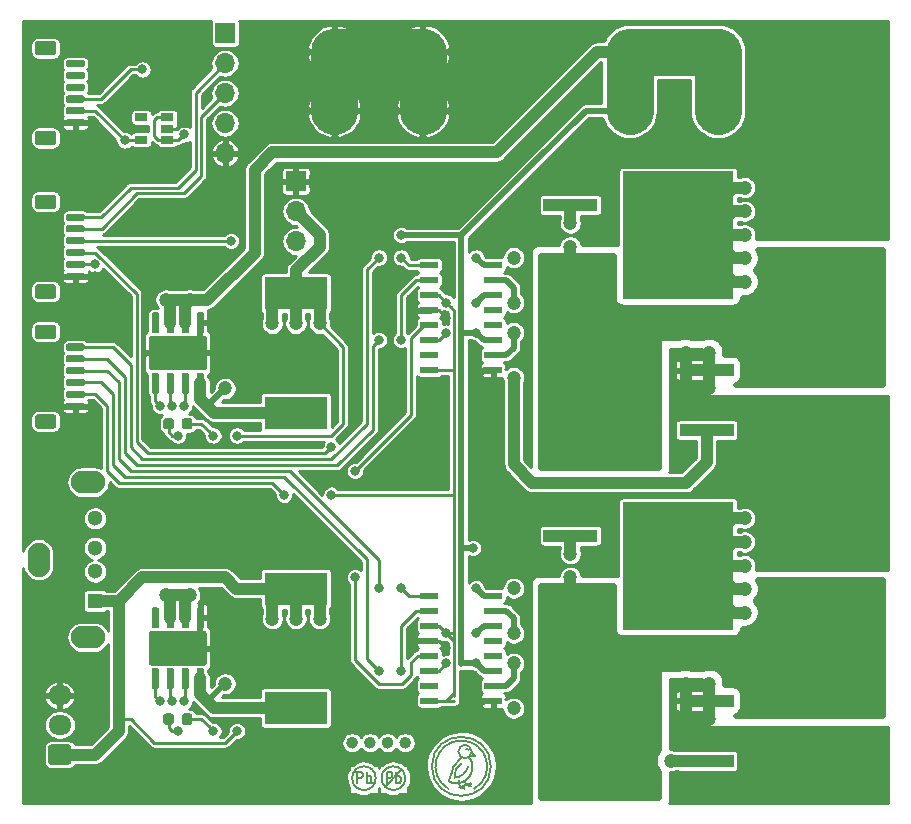
<source format=gbr>
G04 #@! TF.GenerationSoftware,KiCad,Pcbnew,(5.1.2)-1*
G04 #@! TF.CreationDate,2019-12-27T14:53:11-08:00*
G04 #@! TF.ProjectId,design,64657369-676e-42e6-9b69-6361645f7063,rev?*
G04 #@! TF.SameCoordinates,Original*
G04 #@! TF.FileFunction,Copper,L1,Top*
G04 #@! TF.FilePolarity,Positive*
%FSLAX46Y46*%
G04 Gerber Fmt 4.6, Leading zero omitted, Abs format (unit mm)*
G04 Created by KiCad (PCBNEW (5.1.2)-1) date 2019-12-27 14:53:11*
%MOMM*%
%LPD*%
G04 APERTURE LIST*
%ADD10C,0.200000*%
%ADD11C,0.160000*%
%ADD12C,0.500000*%
%ADD13R,5.300000X2.800000*%
%ADD14R,1.060000X0.650000*%
%ADD15C,0.100000*%
%ADD16C,1.200000*%
%ADD17C,0.600000*%
%ADD18C,1.700000*%
%ADD19O,1.950000X1.700000*%
%ADD20R,1.700000X1.700000*%
%ADD21O,1.700000X1.700000*%
%ADD22R,1.500000X0.600000*%
%ADD23R,9.400000X10.800000*%
%ADD24R,4.600000X1.100000*%
%ADD25O,3.900000X3.900000*%
%ADD26C,0.875000*%
%ADD27R,1.300000X1.300000*%
%ADD28C,1.300000*%
%ADD29O,2.900000X1.900000*%
%ADD30O,1.900000X2.900000*%
%ADD31C,2.900000*%
%ADD32C,2.950000*%
%ADD33C,0.800000*%
%ADD34C,0.250000*%
%ADD35C,1.000000*%
%ADD36C,4.000000*%
%ADD37C,0.508000*%
%ADD38C,0.254000*%
G04 APERTURE END LIST*
D10*
X157678571Y-95452380D02*
X157678571Y-94452380D01*
X157983333Y-94452380D01*
X158059523Y-94500000D01*
X158097619Y-94547619D01*
X158135714Y-94642857D01*
X158135714Y-94785714D01*
X158097619Y-94880952D01*
X158059523Y-94928571D01*
X157983333Y-94976190D01*
X157678571Y-94976190D01*
X158478571Y-95452380D02*
X158478571Y-94452380D01*
X158478571Y-94833333D02*
X158554761Y-94785714D01*
X158707142Y-94785714D01*
X158783333Y-94833333D01*
X158821428Y-94880952D01*
X158859523Y-94976190D01*
X158859523Y-95261904D01*
X158821428Y-95357142D01*
X158783333Y-95404761D01*
X158707142Y-95452380D01*
X158554761Y-95452380D01*
X158478571Y-95404761D01*
X155178571Y-95452380D02*
X155178571Y-94452380D01*
X155483333Y-94452380D01*
X155559523Y-94500000D01*
X155597619Y-94547619D01*
X155635714Y-94642857D01*
X155635714Y-94785714D01*
X155597619Y-94880952D01*
X155559523Y-94928571D01*
X155483333Y-94976190D01*
X155178571Y-94976190D01*
X155978571Y-95452380D02*
X155978571Y-94452380D01*
X155978571Y-94833333D02*
X156054761Y-94785714D01*
X156207142Y-94785714D01*
X156283333Y-94833333D01*
X156321428Y-94880952D01*
X156359523Y-94976190D01*
X156359523Y-95261904D01*
X156321428Y-95357142D01*
X156283333Y-95404761D01*
X156207142Y-95452380D01*
X156054761Y-95452380D01*
X155978571Y-95404761D01*
D11*
X163786885Y-95768832D02*
G75*
G02X164286757Y-95643905I468491J-812047D01*
G01*
X164286610Y-95893910D02*
G75*
G02X163786757Y-95768905I-31234J936980D01*
G01*
D10*
X164031251Y-93237139D02*
G75*
G02X163696494Y-93608539I-1077120J634282D01*
G01*
D11*
X164820058Y-95561450D02*
G75*
G02X164820058Y-95436450I0J62500D01*
G01*
X164820058Y-95686450D02*
G75*
G02X164820058Y-95561450I0J62500D01*
G01*
D10*
X163489050Y-95424715D02*
X163798327Y-95398730D01*
X162927802Y-95250000D02*
X163192723Y-95374087D01*
X163798327Y-95398730D02*
X164101295Y-95297751D01*
X164101295Y-95297751D02*
X164379085Y-95128065D01*
X163190635Y-94547561D02*
G75*
G02X163696494Y-93608539I1248220J-66661D01*
G01*
X163190635Y-94547562D02*
G75*
G02X162927802Y-95250000I-1248221J66660D01*
G01*
X163192723Y-95374087D02*
X163489050Y-95424715D01*
X164379085Y-95128065D02*
X164614398Y-94900241D01*
X164614398Y-94900241D02*
X164792579Y-94628467D01*
X164937407Y-94022451D02*
X164895035Y-93725950D01*
X164895035Y-93725950D02*
X164778054Y-93458630D01*
X164778054Y-93458630D02*
X164593750Y-93237139D01*
D11*
X165178836Y-93108849D02*
G75*
G02X164869178Y-92830714I238978J577507D01*
G01*
D10*
X164792579Y-94628467D02*
X164902531Y-94329667D01*
D11*
X163426163Y-94957346D02*
G75*
G02X163986604Y-93756932I1240752J151760D01*
G01*
X164379260Y-92592648D02*
G75*
G02X164620740Y-92592648I120740J-32352D01*
G01*
X164286757Y-95893905D02*
G75*
G02X164286757Y-95768905I0J62500D01*
G01*
D10*
X164875000Y-92750000D02*
G75*
G03X164875000Y-92750000I-562500J0D01*
G01*
D11*
X165178844Y-93108703D02*
G75*
G02X164763205Y-93086557I-176462J599569D01*
G01*
D10*
X164902531Y-94329667D02*
X164937407Y-94022451D01*
D11*
X164286757Y-95768905D02*
G75*
G02X164286757Y-95643905I0J62500D01*
G01*
X164575947Y-94000734D02*
G75*
G02X163426188Y-94957555I-1215549J291446D01*
G01*
X164819911Y-95686455D02*
G75*
G02X164320058Y-95561450I-31234J936980D01*
G01*
D10*
X162906250Y-95894429D02*
G75*
G02X165093749Y-95894430I1093750J1894429D01*
G01*
D11*
X164320186Y-95561377D02*
G75*
G02X164820058Y-95436450I468491J-812047D01*
G01*
D10*
X163849257Y-95768905D02*
X163800000Y-95395710D01*
X166500000Y-94000000D02*
G75*
G03X166500000Y-94000000I-2500000J0D01*
G01*
X164382558Y-95561450D02*
X164273702Y-95202597D01*
X163800000Y-95395710D02*
X163787996Y-95146914D01*
D12*
X155000000Y-92000000D02*
G75*
G03X155000000Y-92000000I-250000J0D01*
G01*
X156500000Y-92000000D02*
G75*
G03X156500000Y-92000000I-250000J0D01*
G01*
X158000000Y-92000000D02*
G75*
G03X158000000Y-92000000I-250000J0D01*
G01*
X159500000Y-92000000D02*
G75*
G03X159500000Y-92000000I-250000J0D01*
G01*
D10*
X157600000Y-95700000D02*
X158900000Y-94300000D01*
X156750000Y-95000000D02*
G75*
G03X156750000Y-95000000I-1000000J0D01*
G01*
X159250000Y-95000000D02*
G75*
G03X159250000Y-95000000I-1000000J0D01*
G01*
X154950000Y-94450000D02*
X155200000Y-94450000D01*
X156200000Y-95450000D02*
X156600000Y-95450000D01*
D13*
X150000000Y-78950000D03*
X150000000Y-89050000D03*
D14*
X139100000Y-40950000D03*
X139100000Y-40000000D03*
X139100000Y-39050000D03*
X136900000Y-39050000D03*
X136900000Y-40950000D03*
D15*
G36*
X129474505Y-32601204D02*
G01*
X129498773Y-32604804D01*
X129522572Y-32610765D01*
X129545671Y-32619030D01*
X129567850Y-32629520D01*
X129588893Y-32642132D01*
X129608599Y-32656747D01*
X129626777Y-32673223D01*
X129643253Y-32691401D01*
X129657868Y-32711107D01*
X129670480Y-32732150D01*
X129680970Y-32754329D01*
X129689235Y-32777428D01*
X129695196Y-32801227D01*
X129698796Y-32825495D01*
X129700000Y-32849999D01*
X129700000Y-33550001D01*
X129698796Y-33574505D01*
X129695196Y-33598773D01*
X129689235Y-33622572D01*
X129680970Y-33645671D01*
X129670480Y-33667850D01*
X129657868Y-33688893D01*
X129643253Y-33708599D01*
X129626777Y-33726777D01*
X129608599Y-33743253D01*
X129588893Y-33757868D01*
X129567850Y-33770480D01*
X129545671Y-33780970D01*
X129522572Y-33789235D01*
X129498773Y-33795196D01*
X129474505Y-33798796D01*
X129450001Y-33800000D01*
X128149999Y-33800000D01*
X128125495Y-33798796D01*
X128101227Y-33795196D01*
X128077428Y-33789235D01*
X128054329Y-33780970D01*
X128032150Y-33770480D01*
X128011107Y-33757868D01*
X127991401Y-33743253D01*
X127973223Y-33726777D01*
X127956747Y-33708599D01*
X127942132Y-33688893D01*
X127929520Y-33667850D01*
X127919030Y-33645671D01*
X127910765Y-33622572D01*
X127904804Y-33598773D01*
X127901204Y-33574505D01*
X127900000Y-33550001D01*
X127900000Y-32849999D01*
X127901204Y-32825495D01*
X127904804Y-32801227D01*
X127910765Y-32777428D01*
X127919030Y-32754329D01*
X127929520Y-32732150D01*
X127942132Y-32711107D01*
X127956747Y-32691401D01*
X127973223Y-32673223D01*
X127991401Y-32656747D01*
X128011107Y-32642132D01*
X128032150Y-32629520D01*
X128054329Y-32619030D01*
X128077428Y-32610765D01*
X128101227Y-32604804D01*
X128125495Y-32601204D01*
X128149999Y-32600000D01*
X129450001Y-32600000D01*
X129474505Y-32601204D01*
X129474505Y-32601204D01*
G37*
D16*
X128800000Y-33200000D03*
D15*
G36*
X129474505Y-40201204D02*
G01*
X129498773Y-40204804D01*
X129522572Y-40210765D01*
X129545671Y-40219030D01*
X129567850Y-40229520D01*
X129588893Y-40242132D01*
X129608599Y-40256747D01*
X129626777Y-40273223D01*
X129643253Y-40291401D01*
X129657868Y-40311107D01*
X129670480Y-40332150D01*
X129680970Y-40354329D01*
X129689235Y-40377428D01*
X129695196Y-40401227D01*
X129698796Y-40425495D01*
X129700000Y-40449999D01*
X129700000Y-41150001D01*
X129698796Y-41174505D01*
X129695196Y-41198773D01*
X129689235Y-41222572D01*
X129680970Y-41245671D01*
X129670480Y-41267850D01*
X129657868Y-41288893D01*
X129643253Y-41308599D01*
X129626777Y-41326777D01*
X129608599Y-41343253D01*
X129588893Y-41357868D01*
X129567850Y-41370480D01*
X129545671Y-41380970D01*
X129522572Y-41389235D01*
X129498773Y-41395196D01*
X129474505Y-41398796D01*
X129450001Y-41400000D01*
X128149999Y-41400000D01*
X128125495Y-41398796D01*
X128101227Y-41395196D01*
X128077428Y-41389235D01*
X128054329Y-41380970D01*
X128032150Y-41370480D01*
X128011107Y-41357868D01*
X127991401Y-41343253D01*
X127973223Y-41326777D01*
X127956747Y-41308599D01*
X127942132Y-41288893D01*
X127929520Y-41267850D01*
X127919030Y-41245671D01*
X127910765Y-41222572D01*
X127904804Y-41198773D01*
X127901204Y-41174505D01*
X127900000Y-41150001D01*
X127900000Y-40449999D01*
X127901204Y-40425495D01*
X127904804Y-40401227D01*
X127910765Y-40377428D01*
X127919030Y-40354329D01*
X127929520Y-40332150D01*
X127942132Y-40311107D01*
X127956747Y-40291401D01*
X127973223Y-40273223D01*
X127991401Y-40256747D01*
X128011107Y-40242132D01*
X128032150Y-40229520D01*
X128054329Y-40219030D01*
X128077428Y-40210765D01*
X128101227Y-40204804D01*
X128125495Y-40201204D01*
X128149999Y-40200000D01*
X129450001Y-40200000D01*
X129474505Y-40201204D01*
X129474505Y-40201204D01*
G37*
D16*
X128800000Y-40800000D03*
D15*
G36*
X131964703Y-34200722D02*
G01*
X131979264Y-34202882D01*
X131993543Y-34206459D01*
X132007403Y-34211418D01*
X132020710Y-34217712D01*
X132033336Y-34225280D01*
X132045159Y-34234048D01*
X132056066Y-34243934D01*
X132065952Y-34254841D01*
X132074720Y-34266664D01*
X132082288Y-34279290D01*
X132088582Y-34292597D01*
X132093541Y-34306457D01*
X132097118Y-34320736D01*
X132099278Y-34335297D01*
X132100000Y-34350000D01*
X132100000Y-34650000D01*
X132099278Y-34664703D01*
X132097118Y-34679264D01*
X132093541Y-34693543D01*
X132088582Y-34707403D01*
X132082288Y-34720710D01*
X132074720Y-34733336D01*
X132065952Y-34745159D01*
X132056066Y-34756066D01*
X132045159Y-34765952D01*
X132033336Y-34774720D01*
X132020710Y-34782288D01*
X132007403Y-34788582D01*
X131993543Y-34793541D01*
X131979264Y-34797118D01*
X131964703Y-34799278D01*
X131950000Y-34800000D01*
X130700000Y-34800000D01*
X130685297Y-34799278D01*
X130670736Y-34797118D01*
X130656457Y-34793541D01*
X130642597Y-34788582D01*
X130629290Y-34782288D01*
X130616664Y-34774720D01*
X130604841Y-34765952D01*
X130593934Y-34756066D01*
X130584048Y-34745159D01*
X130575280Y-34733336D01*
X130567712Y-34720710D01*
X130561418Y-34707403D01*
X130556459Y-34693543D01*
X130552882Y-34679264D01*
X130550722Y-34664703D01*
X130550000Y-34650000D01*
X130550000Y-34350000D01*
X130550722Y-34335297D01*
X130552882Y-34320736D01*
X130556459Y-34306457D01*
X130561418Y-34292597D01*
X130567712Y-34279290D01*
X130575280Y-34266664D01*
X130584048Y-34254841D01*
X130593934Y-34243934D01*
X130604841Y-34234048D01*
X130616664Y-34225280D01*
X130629290Y-34217712D01*
X130642597Y-34211418D01*
X130656457Y-34206459D01*
X130670736Y-34202882D01*
X130685297Y-34200722D01*
X130700000Y-34200000D01*
X131950000Y-34200000D01*
X131964703Y-34200722D01*
X131964703Y-34200722D01*
G37*
D17*
X131325000Y-34500000D03*
D15*
G36*
X131964703Y-35200722D02*
G01*
X131979264Y-35202882D01*
X131993543Y-35206459D01*
X132007403Y-35211418D01*
X132020710Y-35217712D01*
X132033336Y-35225280D01*
X132045159Y-35234048D01*
X132056066Y-35243934D01*
X132065952Y-35254841D01*
X132074720Y-35266664D01*
X132082288Y-35279290D01*
X132088582Y-35292597D01*
X132093541Y-35306457D01*
X132097118Y-35320736D01*
X132099278Y-35335297D01*
X132100000Y-35350000D01*
X132100000Y-35650000D01*
X132099278Y-35664703D01*
X132097118Y-35679264D01*
X132093541Y-35693543D01*
X132088582Y-35707403D01*
X132082288Y-35720710D01*
X132074720Y-35733336D01*
X132065952Y-35745159D01*
X132056066Y-35756066D01*
X132045159Y-35765952D01*
X132033336Y-35774720D01*
X132020710Y-35782288D01*
X132007403Y-35788582D01*
X131993543Y-35793541D01*
X131979264Y-35797118D01*
X131964703Y-35799278D01*
X131950000Y-35800000D01*
X130700000Y-35800000D01*
X130685297Y-35799278D01*
X130670736Y-35797118D01*
X130656457Y-35793541D01*
X130642597Y-35788582D01*
X130629290Y-35782288D01*
X130616664Y-35774720D01*
X130604841Y-35765952D01*
X130593934Y-35756066D01*
X130584048Y-35745159D01*
X130575280Y-35733336D01*
X130567712Y-35720710D01*
X130561418Y-35707403D01*
X130556459Y-35693543D01*
X130552882Y-35679264D01*
X130550722Y-35664703D01*
X130550000Y-35650000D01*
X130550000Y-35350000D01*
X130550722Y-35335297D01*
X130552882Y-35320736D01*
X130556459Y-35306457D01*
X130561418Y-35292597D01*
X130567712Y-35279290D01*
X130575280Y-35266664D01*
X130584048Y-35254841D01*
X130593934Y-35243934D01*
X130604841Y-35234048D01*
X130616664Y-35225280D01*
X130629290Y-35217712D01*
X130642597Y-35211418D01*
X130656457Y-35206459D01*
X130670736Y-35202882D01*
X130685297Y-35200722D01*
X130700000Y-35200000D01*
X131950000Y-35200000D01*
X131964703Y-35200722D01*
X131964703Y-35200722D01*
G37*
D17*
X131325000Y-35500000D03*
D15*
G36*
X131964703Y-36200722D02*
G01*
X131979264Y-36202882D01*
X131993543Y-36206459D01*
X132007403Y-36211418D01*
X132020710Y-36217712D01*
X132033336Y-36225280D01*
X132045159Y-36234048D01*
X132056066Y-36243934D01*
X132065952Y-36254841D01*
X132074720Y-36266664D01*
X132082288Y-36279290D01*
X132088582Y-36292597D01*
X132093541Y-36306457D01*
X132097118Y-36320736D01*
X132099278Y-36335297D01*
X132100000Y-36350000D01*
X132100000Y-36650000D01*
X132099278Y-36664703D01*
X132097118Y-36679264D01*
X132093541Y-36693543D01*
X132088582Y-36707403D01*
X132082288Y-36720710D01*
X132074720Y-36733336D01*
X132065952Y-36745159D01*
X132056066Y-36756066D01*
X132045159Y-36765952D01*
X132033336Y-36774720D01*
X132020710Y-36782288D01*
X132007403Y-36788582D01*
X131993543Y-36793541D01*
X131979264Y-36797118D01*
X131964703Y-36799278D01*
X131950000Y-36800000D01*
X130700000Y-36800000D01*
X130685297Y-36799278D01*
X130670736Y-36797118D01*
X130656457Y-36793541D01*
X130642597Y-36788582D01*
X130629290Y-36782288D01*
X130616664Y-36774720D01*
X130604841Y-36765952D01*
X130593934Y-36756066D01*
X130584048Y-36745159D01*
X130575280Y-36733336D01*
X130567712Y-36720710D01*
X130561418Y-36707403D01*
X130556459Y-36693543D01*
X130552882Y-36679264D01*
X130550722Y-36664703D01*
X130550000Y-36650000D01*
X130550000Y-36350000D01*
X130550722Y-36335297D01*
X130552882Y-36320736D01*
X130556459Y-36306457D01*
X130561418Y-36292597D01*
X130567712Y-36279290D01*
X130575280Y-36266664D01*
X130584048Y-36254841D01*
X130593934Y-36243934D01*
X130604841Y-36234048D01*
X130616664Y-36225280D01*
X130629290Y-36217712D01*
X130642597Y-36211418D01*
X130656457Y-36206459D01*
X130670736Y-36202882D01*
X130685297Y-36200722D01*
X130700000Y-36200000D01*
X131950000Y-36200000D01*
X131964703Y-36200722D01*
X131964703Y-36200722D01*
G37*
D17*
X131325000Y-36500000D03*
D15*
G36*
X131964703Y-37200722D02*
G01*
X131979264Y-37202882D01*
X131993543Y-37206459D01*
X132007403Y-37211418D01*
X132020710Y-37217712D01*
X132033336Y-37225280D01*
X132045159Y-37234048D01*
X132056066Y-37243934D01*
X132065952Y-37254841D01*
X132074720Y-37266664D01*
X132082288Y-37279290D01*
X132088582Y-37292597D01*
X132093541Y-37306457D01*
X132097118Y-37320736D01*
X132099278Y-37335297D01*
X132100000Y-37350000D01*
X132100000Y-37650000D01*
X132099278Y-37664703D01*
X132097118Y-37679264D01*
X132093541Y-37693543D01*
X132088582Y-37707403D01*
X132082288Y-37720710D01*
X132074720Y-37733336D01*
X132065952Y-37745159D01*
X132056066Y-37756066D01*
X132045159Y-37765952D01*
X132033336Y-37774720D01*
X132020710Y-37782288D01*
X132007403Y-37788582D01*
X131993543Y-37793541D01*
X131979264Y-37797118D01*
X131964703Y-37799278D01*
X131950000Y-37800000D01*
X130700000Y-37800000D01*
X130685297Y-37799278D01*
X130670736Y-37797118D01*
X130656457Y-37793541D01*
X130642597Y-37788582D01*
X130629290Y-37782288D01*
X130616664Y-37774720D01*
X130604841Y-37765952D01*
X130593934Y-37756066D01*
X130584048Y-37745159D01*
X130575280Y-37733336D01*
X130567712Y-37720710D01*
X130561418Y-37707403D01*
X130556459Y-37693543D01*
X130552882Y-37679264D01*
X130550722Y-37664703D01*
X130550000Y-37650000D01*
X130550000Y-37350000D01*
X130550722Y-37335297D01*
X130552882Y-37320736D01*
X130556459Y-37306457D01*
X130561418Y-37292597D01*
X130567712Y-37279290D01*
X130575280Y-37266664D01*
X130584048Y-37254841D01*
X130593934Y-37243934D01*
X130604841Y-37234048D01*
X130616664Y-37225280D01*
X130629290Y-37217712D01*
X130642597Y-37211418D01*
X130656457Y-37206459D01*
X130670736Y-37202882D01*
X130685297Y-37200722D01*
X130700000Y-37200000D01*
X131950000Y-37200000D01*
X131964703Y-37200722D01*
X131964703Y-37200722D01*
G37*
D17*
X131325000Y-37500000D03*
D15*
G36*
X131964703Y-38200722D02*
G01*
X131979264Y-38202882D01*
X131993543Y-38206459D01*
X132007403Y-38211418D01*
X132020710Y-38217712D01*
X132033336Y-38225280D01*
X132045159Y-38234048D01*
X132056066Y-38243934D01*
X132065952Y-38254841D01*
X132074720Y-38266664D01*
X132082288Y-38279290D01*
X132088582Y-38292597D01*
X132093541Y-38306457D01*
X132097118Y-38320736D01*
X132099278Y-38335297D01*
X132100000Y-38350000D01*
X132100000Y-38650000D01*
X132099278Y-38664703D01*
X132097118Y-38679264D01*
X132093541Y-38693543D01*
X132088582Y-38707403D01*
X132082288Y-38720710D01*
X132074720Y-38733336D01*
X132065952Y-38745159D01*
X132056066Y-38756066D01*
X132045159Y-38765952D01*
X132033336Y-38774720D01*
X132020710Y-38782288D01*
X132007403Y-38788582D01*
X131993543Y-38793541D01*
X131979264Y-38797118D01*
X131964703Y-38799278D01*
X131950000Y-38800000D01*
X130700000Y-38800000D01*
X130685297Y-38799278D01*
X130670736Y-38797118D01*
X130656457Y-38793541D01*
X130642597Y-38788582D01*
X130629290Y-38782288D01*
X130616664Y-38774720D01*
X130604841Y-38765952D01*
X130593934Y-38756066D01*
X130584048Y-38745159D01*
X130575280Y-38733336D01*
X130567712Y-38720710D01*
X130561418Y-38707403D01*
X130556459Y-38693543D01*
X130552882Y-38679264D01*
X130550722Y-38664703D01*
X130550000Y-38650000D01*
X130550000Y-38350000D01*
X130550722Y-38335297D01*
X130552882Y-38320736D01*
X130556459Y-38306457D01*
X130561418Y-38292597D01*
X130567712Y-38279290D01*
X130575280Y-38266664D01*
X130584048Y-38254841D01*
X130593934Y-38243934D01*
X130604841Y-38234048D01*
X130616664Y-38225280D01*
X130629290Y-38217712D01*
X130642597Y-38211418D01*
X130656457Y-38206459D01*
X130670736Y-38202882D01*
X130685297Y-38200722D01*
X130700000Y-38200000D01*
X131950000Y-38200000D01*
X131964703Y-38200722D01*
X131964703Y-38200722D01*
G37*
D17*
X131325000Y-38500000D03*
D15*
G36*
X131964703Y-39200722D02*
G01*
X131979264Y-39202882D01*
X131993543Y-39206459D01*
X132007403Y-39211418D01*
X132020710Y-39217712D01*
X132033336Y-39225280D01*
X132045159Y-39234048D01*
X132056066Y-39243934D01*
X132065952Y-39254841D01*
X132074720Y-39266664D01*
X132082288Y-39279290D01*
X132088582Y-39292597D01*
X132093541Y-39306457D01*
X132097118Y-39320736D01*
X132099278Y-39335297D01*
X132100000Y-39350000D01*
X132100000Y-39650000D01*
X132099278Y-39664703D01*
X132097118Y-39679264D01*
X132093541Y-39693543D01*
X132088582Y-39707403D01*
X132082288Y-39720710D01*
X132074720Y-39733336D01*
X132065952Y-39745159D01*
X132056066Y-39756066D01*
X132045159Y-39765952D01*
X132033336Y-39774720D01*
X132020710Y-39782288D01*
X132007403Y-39788582D01*
X131993543Y-39793541D01*
X131979264Y-39797118D01*
X131964703Y-39799278D01*
X131950000Y-39800000D01*
X130700000Y-39800000D01*
X130685297Y-39799278D01*
X130670736Y-39797118D01*
X130656457Y-39793541D01*
X130642597Y-39788582D01*
X130629290Y-39782288D01*
X130616664Y-39774720D01*
X130604841Y-39765952D01*
X130593934Y-39756066D01*
X130584048Y-39745159D01*
X130575280Y-39733336D01*
X130567712Y-39720710D01*
X130561418Y-39707403D01*
X130556459Y-39693543D01*
X130552882Y-39679264D01*
X130550722Y-39664703D01*
X130550000Y-39650000D01*
X130550000Y-39350000D01*
X130550722Y-39335297D01*
X130552882Y-39320736D01*
X130556459Y-39306457D01*
X130561418Y-39292597D01*
X130567712Y-39279290D01*
X130575280Y-39266664D01*
X130584048Y-39254841D01*
X130593934Y-39243934D01*
X130604841Y-39234048D01*
X130616664Y-39225280D01*
X130629290Y-39217712D01*
X130642597Y-39211418D01*
X130656457Y-39206459D01*
X130670736Y-39202882D01*
X130685297Y-39200722D01*
X130700000Y-39200000D01*
X131950000Y-39200000D01*
X131964703Y-39200722D01*
X131964703Y-39200722D01*
G37*
D17*
X131325000Y-39500000D03*
D15*
G36*
X130749504Y-92151204D02*
G01*
X130773773Y-92154804D01*
X130797571Y-92160765D01*
X130820671Y-92169030D01*
X130842849Y-92179520D01*
X130863893Y-92192133D01*
X130883598Y-92206747D01*
X130901777Y-92223223D01*
X130918253Y-92241402D01*
X130932867Y-92261107D01*
X130945480Y-92282151D01*
X130955970Y-92304329D01*
X130964235Y-92327429D01*
X130970196Y-92351227D01*
X130973796Y-92375496D01*
X130975000Y-92400000D01*
X130975000Y-93600000D01*
X130973796Y-93624504D01*
X130970196Y-93648773D01*
X130964235Y-93672571D01*
X130955970Y-93695671D01*
X130945480Y-93717849D01*
X130932867Y-93738893D01*
X130918253Y-93758598D01*
X130901777Y-93776777D01*
X130883598Y-93793253D01*
X130863893Y-93807867D01*
X130842849Y-93820480D01*
X130820671Y-93830970D01*
X130797571Y-93839235D01*
X130773773Y-93845196D01*
X130749504Y-93848796D01*
X130725000Y-93850000D01*
X129275000Y-93850000D01*
X129250496Y-93848796D01*
X129226227Y-93845196D01*
X129202429Y-93839235D01*
X129179329Y-93830970D01*
X129157151Y-93820480D01*
X129136107Y-93807867D01*
X129116402Y-93793253D01*
X129098223Y-93776777D01*
X129081747Y-93758598D01*
X129067133Y-93738893D01*
X129054520Y-93717849D01*
X129044030Y-93695671D01*
X129035765Y-93672571D01*
X129029804Y-93648773D01*
X129026204Y-93624504D01*
X129025000Y-93600000D01*
X129025000Y-92400000D01*
X129026204Y-92375496D01*
X129029804Y-92351227D01*
X129035765Y-92327429D01*
X129044030Y-92304329D01*
X129054520Y-92282151D01*
X129067133Y-92261107D01*
X129081747Y-92241402D01*
X129098223Y-92223223D01*
X129116402Y-92206747D01*
X129136107Y-92192133D01*
X129157151Y-92179520D01*
X129179329Y-92169030D01*
X129202429Y-92160765D01*
X129226227Y-92154804D01*
X129250496Y-92151204D01*
X129275000Y-92150000D01*
X130725000Y-92150000D01*
X130749504Y-92151204D01*
X130749504Y-92151204D01*
G37*
D18*
X130000000Y-93000000D03*
D19*
X130000000Y-90500000D03*
X130000000Y-88000000D03*
D20*
X144000000Y-31920000D03*
D21*
X144000000Y-34460000D03*
X144000000Y-37000000D03*
X144000000Y-39540000D03*
X144000000Y-42080000D03*
D15*
G36*
X129474505Y-56601204D02*
G01*
X129498773Y-56604804D01*
X129522572Y-56610765D01*
X129545671Y-56619030D01*
X129567850Y-56629520D01*
X129588893Y-56642132D01*
X129608599Y-56656747D01*
X129626777Y-56673223D01*
X129643253Y-56691401D01*
X129657868Y-56711107D01*
X129670480Y-56732150D01*
X129680970Y-56754329D01*
X129689235Y-56777428D01*
X129695196Y-56801227D01*
X129698796Y-56825495D01*
X129700000Y-56849999D01*
X129700000Y-57550001D01*
X129698796Y-57574505D01*
X129695196Y-57598773D01*
X129689235Y-57622572D01*
X129680970Y-57645671D01*
X129670480Y-57667850D01*
X129657868Y-57688893D01*
X129643253Y-57708599D01*
X129626777Y-57726777D01*
X129608599Y-57743253D01*
X129588893Y-57757868D01*
X129567850Y-57770480D01*
X129545671Y-57780970D01*
X129522572Y-57789235D01*
X129498773Y-57795196D01*
X129474505Y-57798796D01*
X129450001Y-57800000D01*
X128149999Y-57800000D01*
X128125495Y-57798796D01*
X128101227Y-57795196D01*
X128077428Y-57789235D01*
X128054329Y-57780970D01*
X128032150Y-57770480D01*
X128011107Y-57757868D01*
X127991401Y-57743253D01*
X127973223Y-57726777D01*
X127956747Y-57708599D01*
X127942132Y-57688893D01*
X127929520Y-57667850D01*
X127919030Y-57645671D01*
X127910765Y-57622572D01*
X127904804Y-57598773D01*
X127901204Y-57574505D01*
X127900000Y-57550001D01*
X127900000Y-56849999D01*
X127901204Y-56825495D01*
X127904804Y-56801227D01*
X127910765Y-56777428D01*
X127919030Y-56754329D01*
X127929520Y-56732150D01*
X127942132Y-56711107D01*
X127956747Y-56691401D01*
X127973223Y-56673223D01*
X127991401Y-56656747D01*
X128011107Y-56642132D01*
X128032150Y-56629520D01*
X128054329Y-56619030D01*
X128077428Y-56610765D01*
X128101227Y-56604804D01*
X128125495Y-56601204D01*
X128149999Y-56600000D01*
X129450001Y-56600000D01*
X129474505Y-56601204D01*
X129474505Y-56601204D01*
G37*
D16*
X128800000Y-57200000D03*
D15*
G36*
X129474505Y-64201204D02*
G01*
X129498773Y-64204804D01*
X129522572Y-64210765D01*
X129545671Y-64219030D01*
X129567850Y-64229520D01*
X129588893Y-64242132D01*
X129608599Y-64256747D01*
X129626777Y-64273223D01*
X129643253Y-64291401D01*
X129657868Y-64311107D01*
X129670480Y-64332150D01*
X129680970Y-64354329D01*
X129689235Y-64377428D01*
X129695196Y-64401227D01*
X129698796Y-64425495D01*
X129700000Y-64449999D01*
X129700000Y-65150001D01*
X129698796Y-65174505D01*
X129695196Y-65198773D01*
X129689235Y-65222572D01*
X129680970Y-65245671D01*
X129670480Y-65267850D01*
X129657868Y-65288893D01*
X129643253Y-65308599D01*
X129626777Y-65326777D01*
X129608599Y-65343253D01*
X129588893Y-65357868D01*
X129567850Y-65370480D01*
X129545671Y-65380970D01*
X129522572Y-65389235D01*
X129498773Y-65395196D01*
X129474505Y-65398796D01*
X129450001Y-65400000D01*
X128149999Y-65400000D01*
X128125495Y-65398796D01*
X128101227Y-65395196D01*
X128077428Y-65389235D01*
X128054329Y-65380970D01*
X128032150Y-65370480D01*
X128011107Y-65357868D01*
X127991401Y-65343253D01*
X127973223Y-65326777D01*
X127956747Y-65308599D01*
X127942132Y-65288893D01*
X127929520Y-65267850D01*
X127919030Y-65245671D01*
X127910765Y-65222572D01*
X127904804Y-65198773D01*
X127901204Y-65174505D01*
X127900000Y-65150001D01*
X127900000Y-64449999D01*
X127901204Y-64425495D01*
X127904804Y-64401227D01*
X127910765Y-64377428D01*
X127919030Y-64354329D01*
X127929520Y-64332150D01*
X127942132Y-64311107D01*
X127956747Y-64291401D01*
X127973223Y-64273223D01*
X127991401Y-64256747D01*
X128011107Y-64242132D01*
X128032150Y-64229520D01*
X128054329Y-64219030D01*
X128077428Y-64210765D01*
X128101227Y-64204804D01*
X128125495Y-64201204D01*
X128149999Y-64200000D01*
X129450001Y-64200000D01*
X129474505Y-64201204D01*
X129474505Y-64201204D01*
G37*
D16*
X128800000Y-64800000D03*
D15*
G36*
X131964703Y-58200722D02*
G01*
X131979264Y-58202882D01*
X131993543Y-58206459D01*
X132007403Y-58211418D01*
X132020710Y-58217712D01*
X132033336Y-58225280D01*
X132045159Y-58234048D01*
X132056066Y-58243934D01*
X132065952Y-58254841D01*
X132074720Y-58266664D01*
X132082288Y-58279290D01*
X132088582Y-58292597D01*
X132093541Y-58306457D01*
X132097118Y-58320736D01*
X132099278Y-58335297D01*
X132100000Y-58350000D01*
X132100000Y-58650000D01*
X132099278Y-58664703D01*
X132097118Y-58679264D01*
X132093541Y-58693543D01*
X132088582Y-58707403D01*
X132082288Y-58720710D01*
X132074720Y-58733336D01*
X132065952Y-58745159D01*
X132056066Y-58756066D01*
X132045159Y-58765952D01*
X132033336Y-58774720D01*
X132020710Y-58782288D01*
X132007403Y-58788582D01*
X131993543Y-58793541D01*
X131979264Y-58797118D01*
X131964703Y-58799278D01*
X131950000Y-58800000D01*
X130700000Y-58800000D01*
X130685297Y-58799278D01*
X130670736Y-58797118D01*
X130656457Y-58793541D01*
X130642597Y-58788582D01*
X130629290Y-58782288D01*
X130616664Y-58774720D01*
X130604841Y-58765952D01*
X130593934Y-58756066D01*
X130584048Y-58745159D01*
X130575280Y-58733336D01*
X130567712Y-58720710D01*
X130561418Y-58707403D01*
X130556459Y-58693543D01*
X130552882Y-58679264D01*
X130550722Y-58664703D01*
X130550000Y-58650000D01*
X130550000Y-58350000D01*
X130550722Y-58335297D01*
X130552882Y-58320736D01*
X130556459Y-58306457D01*
X130561418Y-58292597D01*
X130567712Y-58279290D01*
X130575280Y-58266664D01*
X130584048Y-58254841D01*
X130593934Y-58243934D01*
X130604841Y-58234048D01*
X130616664Y-58225280D01*
X130629290Y-58217712D01*
X130642597Y-58211418D01*
X130656457Y-58206459D01*
X130670736Y-58202882D01*
X130685297Y-58200722D01*
X130700000Y-58200000D01*
X131950000Y-58200000D01*
X131964703Y-58200722D01*
X131964703Y-58200722D01*
G37*
D17*
X131325000Y-58500000D03*
D15*
G36*
X131964703Y-59200722D02*
G01*
X131979264Y-59202882D01*
X131993543Y-59206459D01*
X132007403Y-59211418D01*
X132020710Y-59217712D01*
X132033336Y-59225280D01*
X132045159Y-59234048D01*
X132056066Y-59243934D01*
X132065952Y-59254841D01*
X132074720Y-59266664D01*
X132082288Y-59279290D01*
X132088582Y-59292597D01*
X132093541Y-59306457D01*
X132097118Y-59320736D01*
X132099278Y-59335297D01*
X132100000Y-59350000D01*
X132100000Y-59650000D01*
X132099278Y-59664703D01*
X132097118Y-59679264D01*
X132093541Y-59693543D01*
X132088582Y-59707403D01*
X132082288Y-59720710D01*
X132074720Y-59733336D01*
X132065952Y-59745159D01*
X132056066Y-59756066D01*
X132045159Y-59765952D01*
X132033336Y-59774720D01*
X132020710Y-59782288D01*
X132007403Y-59788582D01*
X131993543Y-59793541D01*
X131979264Y-59797118D01*
X131964703Y-59799278D01*
X131950000Y-59800000D01*
X130700000Y-59800000D01*
X130685297Y-59799278D01*
X130670736Y-59797118D01*
X130656457Y-59793541D01*
X130642597Y-59788582D01*
X130629290Y-59782288D01*
X130616664Y-59774720D01*
X130604841Y-59765952D01*
X130593934Y-59756066D01*
X130584048Y-59745159D01*
X130575280Y-59733336D01*
X130567712Y-59720710D01*
X130561418Y-59707403D01*
X130556459Y-59693543D01*
X130552882Y-59679264D01*
X130550722Y-59664703D01*
X130550000Y-59650000D01*
X130550000Y-59350000D01*
X130550722Y-59335297D01*
X130552882Y-59320736D01*
X130556459Y-59306457D01*
X130561418Y-59292597D01*
X130567712Y-59279290D01*
X130575280Y-59266664D01*
X130584048Y-59254841D01*
X130593934Y-59243934D01*
X130604841Y-59234048D01*
X130616664Y-59225280D01*
X130629290Y-59217712D01*
X130642597Y-59211418D01*
X130656457Y-59206459D01*
X130670736Y-59202882D01*
X130685297Y-59200722D01*
X130700000Y-59200000D01*
X131950000Y-59200000D01*
X131964703Y-59200722D01*
X131964703Y-59200722D01*
G37*
D17*
X131325000Y-59500000D03*
D15*
G36*
X131964703Y-60200722D02*
G01*
X131979264Y-60202882D01*
X131993543Y-60206459D01*
X132007403Y-60211418D01*
X132020710Y-60217712D01*
X132033336Y-60225280D01*
X132045159Y-60234048D01*
X132056066Y-60243934D01*
X132065952Y-60254841D01*
X132074720Y-60266664D01*
X132082288Y-60279290D01*
X132088582Y-60292597D01*
X132093541Y-60306457D01*
X132097118Y-60320736D01*
X132099278Y-60335297D01*
X132100000Y-60350000D01*
X132100000Y-60650000D01*
X132099278Y-60664703D01*
X132097118Y-60679264D01*
X132093541Y-60693543D01*
X132088582Y-60707403D01*
X132082288Y-60720710D01*
X132074720Y-60733336D01*
X132065952Y-60745159D01*
X132056066Y-60756066D01*
X132045159Y-60765952D01*
X132033336Y-60774720D01*
X132020710Y-60782288D01*
X132007403Y-60788582D01*
X131993543Y-60793541D01*
X131979264Y-60797118D01*
X131964703Y-60799278D01*
X131950000Y-60800000D01*
X130700000Y-60800000D01*
X130685297Y-60799278D01*
X130670736Y-60797118D01*
X130656457Y-60793541D01*
X130642597Y-60788582D01*
X130629290Y-60782288D01*
X130616664Y-60774720D01*
X130604841Y-60765952D01*
X130593934Y-60756066D01*
X130584048Y-60745159D01*
X130575280Y-60733336D01*
X130567712Y-60720710D01*
X130561418Y-60707403D01*
X130556459Y-60693543D01*
X130552882Y-60679264D01*
X130550722Y-60664703D01*
X130550000Y-60650000D01*
X130550000Y-60350000D01*
X130550722Y-60335297D01*
X130552882Y-60320736D01*
X130556459Y-60306457D01*
X130561418Y-60292597D01*
X130567712Y-60279290D01*
X130575280Y-60266664D01*
X130584048Y-60254841D01*
X130593934Y-60243934D01*
X130604841Y-60234048D01*
X130616664Y-60225280D01*
X130629290Y-60217712D01*
X130642597Y-60211418D01*
X130656457Y-60206459D01*
X130670736Y-60202882D01*
X130685297Y-60200722D01*
X130700000Y-60200000D01*
X131950000Y-60200000D01*
X131964703Y-60200722D01*
X131964703Y-60200722D01*
G37*
D17*
X131325000Y-60500000D03*
D15*
G36*
X131964703Y-61200722D02*
G01*
X131979264Y-61202882D01*
X131993543Y-61206459D01*
X132007403Y-61211418D01*
X132020710Y-61217712D01*
X132033336Y-61225280D01*
X132045159Y-61234048D01*
X132056066Y-61243934D01*
X132065952Y-61254841D01*
X132074720Y-61266664D01*
X132082288Y-61279290D01*
X132088582Y-61292597D01*
X132093541Y-61306457D01*
X132097118Y-61320736D01*
X132099278Y-61335297D01*
X132100000Y-61350000D01*
X132100000Y-61650000D01*
X132099278Y-61664703D01*
X132097118Y-61679264D01*
X132093541Y-61693543D01*
X132088582Y-61707403D01*
X132082288Y-61720710D01*
X132074720Y-61733336D01*
X132065952Y-61745159D01*
X132056066Y-61756066D01*
X132045159Y-61765952D01*
X132033336Y-61774720D01*
X132020710Y-61782288D01*
X132007403Y-61788582D01*
X131993543Y-61793541D01*
X131979264Y-61797118D01*
X131964703Y-61799278D01*
X131950000Y-61800000D01*
X130700000Y-61800000D01*
X130685297Y-61799278D01*
X130670736Y-61797118D01*
X130656457Y-61793541D01*
X130642597Y-61788582D01*
X130629290Y-61782288D01*
X130616664Y-61774720D01*
X130604841Y-61765952D01*
X130593934Y-61756066D01*
X130584048Y-61745159D01*
X130575280Y-61733336D01*
X130567712Y-61720710D01*
X130561418Y-61707403D01*
X130556459Y-61693543D01*
X130552882Y-61679264D01*
X130550722Y-61664703D01*
X130550000Y-61650000D01*
X130550000Y-61350000D01*
X130550722Y-61335297D01*
X130552882Y-61320736D01*
X130556459Y-61306457D01*
X130561418Y-61292597D01*
X130567712Y-61279290D01*
X130575280Y-61266664D01*
X130584048Y-61254841D01*
X130593934Y-61243934D01*
X130604841Y-61234048D01*
X130616664Y-61225280D01*
X130629290Y-61217712D01*
X130642597Y-61211418D01*
X130656457Y-61206459D01*
X130670736Y-61202882D01*
X130685297Y-61200722D01*
X130700000Y-61200000D01*
X131950000Y-61200000D01*
X131964703Y-61200722D01*
X131964703Y-61200722D01*
G37*
D17*
X131325000Y-61500000D03*
D15*
G36*
X131964703Y-62200722D02*
G01*
X131979264Y-62202882D01*
X131993543Y-62206459D01*
X132007403Y-62211418D01*
X132020710Y-62217712D01*
X132033336Y-62225280D01*
X132045159Y-62234048D01*
X132056066Y-62243934D01*
X132065952Y-62254841D01*
X132074720Y-62266664D01*
X132082288Y-62279290D01*
X132088582Y-62292597D01*
X132093541Y-62306457D01*
X132097118Y-62320736D01*
X132099278Y-62335297D01*
X132100000Y-62350000D01*
X132100000Y-62650000D01*
X132099278Y-62664703D01*
X132097118Y-62679264D01*
X132093541Y-62693543D01*
X132088582Y-62707403D01*
X132082288Y-62720710D01*
X132074720Y-62733336D01*
X132065952Y-62745159D01*
X132056066Y-62756066D01*
X132045159Y-62765952D01*
X132033336Y-62774720D01*
X132020710Y-62782288D01*
X132007403Y-62788582D01*
X131993543Y-62793541D01*
X131979264Y-62797118D01*
X131964703Y-62799278D01*
X131950000Y-62800000D01*
X130700000Y-62800000D01*
X130685297Y-62799278D01*
X130670736Y-62797118D01*
X130656457Y-62793541D01*
X130642597Y-62788582D01*
X130629290Y-62782288D01*
X130616664Y-62774720D01*
X130604841Y-62765952D01*
X130593934Y-62756066D01*
X130584048Y-62745159D01*
X130575280Y-62733336D01*
X130567712Y-62720710D01*
X130561418Y-62707403D01*
X130556459Y-62693543D01*
X130552882Y-62679264D01*
X130550722Y-62664703D01*
X130550000Y-62650000D01*
X130550000Y-62350000D01*
X130550722Y-62335297D01*
X130552882Y-62320736D01*
X130556459Y-62306457D01*
X130561418Y-62292597D01*
X130567712Y-62279290D01*
X130575280Y-62266664D01*
X130584048Y-62254841D01*
X130593934Y-62243934D01*
X130604841Y-62234048D01*
X130616664Y-62225280D01*
X130629290Y-62217712D01*
X130642597Y-62211418D01*
X130656457Y-62206459D01*
X130670736Y-62202882D01*
X130685297Y-62200722D01*
X130700000Y-62200000D01*
X131950000Y-62200000D01*
X131964703Y-62200722D01*
X131964703Y-62200722D01*
G37*
D17*
X131325000Y-62500000D03*
D15*
G36*
X131964703Y-63200722D02*
G01*
X131979264Y-63202882D01*
X131993543Y-63206459D01*
X132007403Y-63211418D01*
X132020710Y-63217712D01*
X132033336Y-63225280D01*
X132045159Y-63234048D01*
X132056066Y-63243934D01*
X132065952Y-63254841D01*
X132074720Y-63266664D01*
X132082288Y-63279290D01*
X132088582Y-63292597D01*
X132093541Y-63306457D01*
X132097118Y-63320736D01*
X132099278Y-63335297D01*
X132100000Y-63350000D01*
X132100000Y-63650000D01*
X132099278Y-63664703D01*
X132097118Y-63679264D01*
X132093541Y-63693543D01*
X132088582Y-63707403D01*
X132082288Y-63720710D01*
X132074720Y-63733336D01*
X132065952Y-63745159D01*
X132056066Y-63756066D01*
X132045159Y-63765952D01*
X132033336Y-63774720D01*
X132020710Y-63782288D01*
X132007403Y-63788582D01*
X131993543Y-63793541D01*
X131979264Y-63797118D01*
X131964703Y-63799278D01*
X131950000Y-63800000D01*
X130700000Y-63800000D01*
X130685297Y-63799278D01*
X130670736Y-63797118D01*
X130656457Y-63793541D01*
X130642597Y-63788582D01*
X130629290Y-63782288D01*
X130616664Y-63774720D01*
X130604841Y-63765952D01*
X130593934Y-63756066D01*
X130584048Y-63745159D01*
X130575280Y-63733336D01*
X130567712Y-63720710D01*
X130561418Y-63707403D01*
X130556459Y-63693543D01*
X130552882Y-63679264D01*
X130550722Y-63664703D01*
X130550000Y-63650000D01*
X130550000Y-63350000D01*
X130550722Y-63335297D01*
X130552882Y-63320736D01*
X130556459Y-63306457D01*
X130561418Y-63292597D01*
X130567712Y-63279290D01*
X130575280Y-63266664D01*
X130584048Y-63254841D01*
X130593934Y-63243934D01*
X130604841Y-63234048D01*
X130616664Y-63225280D01*
X130629290Y-63217712D01*
X130642597Y-63211418D01*
X130656457Y-63206459D01*
X130670736Y-63202882D01*
X130685297Y-63200722D01*
X130700000Y-63200000D01*
X131950000Y-63200000D01*
X131964703Y-63200722D01*
X131964703Y-63200722D01*
G37*
D17*
X131325000Y-63500000D03*
D15*
G36*
X131964703Y-52200722D02*
G01*
X131979264Y-52202882D01*
X131993543Y-52206459D01*
X132007403Y-52211418D01*
X132020710Y-52217712D01*
X132033336Y-52225280D01*
X132045159Y-52234048D01*
X132056066Y-52243934D01*
X132065952Y-52254841D01*
X132074720Y-52266664D01*
X132082288Y-52279290D01*
X132088582Y-52292597D01*
X132093541Y-52306457D01*
X132097118Y-52320736D01*
X132099278Y-52335297D01*
X132100000Y-52350000D01*
X132100000Y-52650000D01*
X132099278Y-52664703D01*
X132097118Y-52679264D01*
X132093541Y-52693543D01*
X132088582Y-52707403D01*
X132082288Y-52720710D01*
X132074720Y-52733336D01*
X132065952Y-52745159D01*
X132056066Y-52756066D01*
X132045159Y-52765952D01*
X132033336Y-52774720D01*
X132020710Y-52782288D01*
X132007403Y-52788582D01*
X131993543Y-52793541D01*
X131979264Y-52797118D01*
X131964703Y-52799278D01*
X131950000Y-52800000D01*
X130700000Y-52800000D01*
X130685297Y-52799278D01*
X130670736Y-52797118D01*
X130656457Y-52793541D01*
X130642597Y-52788582D01*
X130629290Y-52782288D01*
X130616664Y-52774720D01*
X130604841Y-52765952D01*
X130593934Y-52756066D01*
X130584048Y-52745159D01*
X130575280Y-52733336D01*
X130567712Y-52720710D01*
X130561418Y-52707403D01*
X130556459Y-52693543D01*
X130552882Y-52679264D01*
X130550722Y-52664703D01*
X130550000Y-52650000D01*
X130550000Y-52350000D01*
X130550722Y-52335297D01*
X130552882Y-52320736D01*
X130556459Y-52306457D01*
X130561418Y-52292597D01*
X130567712Y-52279290D01*
X130575280Y-52266664D01*
X130584048Y-52254841D01*
X130593934Y-52243934D01*
X130604841Y-52234048D01*
X130616664Y-52225280D01*
X130629290Y-52217712D01*
X130642597Y-52211418D01*
X130656457Y-52206459D01*
X130670736Y-52202882D01*
X130685297Y-52200722D01*
X130700000Y-52200000D01*
X131950000Y-52200000D01*
X131964703Y-52200722D01*
X131964703Y-52200722D01*
G37*
D17*
X131325000Y-52500000D03*
D15*
G36*
X131964703Y-51200722D02*
G01*
X131979264Y-51202882D01*
X131993543Y-51206459D01*
X132007403Y-51211418D01*
X132020710Y-51217712D01*
X132033336Y-51225280D01*
X132045159Y-51234048D01*
X132056066Y-51243934D01*
X132065952Y-51254841D01*
X132074720Y-51266664D01*
X132082288Y-51279290D01*
X132088582Y-51292597D01*
X132093541Y-51306457D01*
X132097118Y-51320736D01*
X132099278Y-51335297D01*
X132100000Y-51350000D01*
X132100000Y-51650000D01*
X132099278Y-51664703D01*
X132097118Y-51679264D01*
X132093541Y-51693543D01*
X132088582Y-51707403D01*
X132082288Y-51720710D01*
X132074720Y-51733336D01*
X132065952Y-51745159D01*
X132056066Y-51756066D01*
X132045159Y-51765952D01*
X132033336Y-51774720D01*
X132020710Y-51782288D01*
X132007403Y-51788582D01*
X131993543Y-51793541D01*
X131979264Y-51797118D01*
X131964703Y-51799278D01*
X131950000Y-51800000D01*
X130700000Y-51800000D01*
X130685297Y-51799278D01*
X130670736Y-51797118D01*
X130656457Y-51793541D01*
X130642597Y-51788582D01*
X130629290Y-51782288D01*
X130616664Y-51774720D01*
X130604841Y-51765952D01*
X130593934Y-51756066D01*
X130584048Y-51745159D01*
X130575280Y-51733336D01*
X130567712Y-51720710D01*
X130561418Y-51707403D01*
X130556459Y-51693543D01*
X130552882Y-51679264D01*
X130550722Y-51664703D01*
X130550000Y-51650000D01*
X130550000Y-51350000D01*
X130550722Y-51335297D01*
X130552882Y-51320736D01*
X130556459Y-51306457D01*
X130561418Y-51292597D01*
X130567712Y-51279290D01*
X130575280Y-51266664D01*
X130584048Y-51254841D01*
X130593934Y-51243934D01*
X130604841Y-51234048D01*
X130616664Y-51225280D01*
X130629290Y-51217712D01*
X130642597Y-51211418D01*
X130656457Y-51206459D01*
X130670736Y-51202882D01*
X130685297Y-51200722D01*
X130700000Y-51200000D01*
X131950000Y-51200000D01*
X131964703Y-51200722D01*
X131964703Y-51200722D01*
G37*
D17*
X131325000Y-51500000D03*
D15*
G36*
X131964703Y-50200722D02*
G01*
X131979264Y-50202882D01*
X131993543Y-50206459D01*
X132007403Y-50211418D01*
X132020710Y-50217712D01*
X132033336Y-50225280D01*
X132045159Y-50234048D01*
X132056066Y-50243934D01*
X132065952Y-50254841D01*
X132074720Y-50266664D01*
X132082288Y-50279290D01*
X132088582Y-50292597D01*
X132093541Y-50306457D01*
X132097118Y-50320736D01*
X132099278Y-50335297D01*
X132100000Y-50350000D01*
X132100000Y-50650000D01*
X132099278Y-50664703D01*
X132097118Y-50679264D01*
X132093541Y-50693543D01*
X132088582Y-50707403D01*
X132082288Y-50720710D01*
X132074720Y-50733336D01*
X132065952Y-50745159D01*
X132056066Y-50756066D01*
X132045159Y-50765952D01*
X132033336Y-50774720D01*
X132020710Y-50782288D01*
X132007403Y-50788582D01*
X131993543Y-50793541D01*
X131979264Y-50797118D01*
X131964703Y-50799278D01*
X131950000Y-50800000D01*
X130700000Y-50800000D01*
X130685297Y-50799278D01*
X130670736Y-50797118D01*
X130656457Y-50793541D01*
X130642597Y-50788582D01*
X130629290Y-50782288D01*
X130616664Y-50774720D01*
X130604841Y-50765952D01*
X130593934Y-50756066D01*
X130584048Y-50745159D01*
X130575280Y-50733336D01*
X130567712Y-50720710D01*
X130561418Y-50707403D01*
X130556459Y-50693543D01*
X130552882Y-50679264D01*
X130550722Y-50664703D01*
X130550000Y-50650000D01*
X130550000Y-50350000D01*
X130550722Y-50335297D01*
X130552882Y-50320736D01*
X130556459Y-50306457D01*
X130561418Y-50292597D01*
X130567712Y-50279290D01*
X130575280Y-50266664D01*
X130584048Y-50254841D01*
X130593934Y-50243934D01*
X130604841Y-50234048D01*
X130616664Y-50225280D01*
X130629290Y-50217712D01*
X130642597Y-50211418D01*
X130656457Y-50206459D01*
X130670736Y-50202882D01*
X130685297Y-50200722D01*
X130700000Y-50200000D01*
X131950000Y-50200000D01*
X131964703Y-50200722D01*
X131964703Y-50200722D01*
G37*
D17*
X131325000Y-50500000D03*
D15*
G36*
X131964703Y-49200722D02*
G01*
X131979264Y-49202882D01*
X131993543Y-49206459D01*
X132007403Y-49211418D01*
X132020710Y-49217712D01*
X132033336Y-49225280D01*
X132045159Y-49234048D01*
X132056066Y-49243934D01*
X132065952Y-49254841D01*
X132074720Y-49266664D01*
X132082288Y-49279290D01*
X132088582Y-49292597D01*
X132093541Y-49306457D01*
X132097118Y-49320736D01*
X132099278Y-49335297D01*
X132100000Y-49350000D01*
X132100000Y-49650000D01*
X132099278Y-49664703D01*
X132097118Y-49679264D01*
X132093541Y-49693543D01*
X132088582Y-49707403D01*
X132082288Y-49720710D01*
X132074720Y-49733336D01*
X132065952Y-49745159D01*
X132056066Y-49756066D01*
X132045159Y-49765952D01*
X132033336Y-49774720D01*
X132020710Y-49782288D01*
X132007403Y-49788582D01*
X131993543Y-49793541D01*
X131979264Y-49797118D01*
X131964703Y-49799278D01*
X131950000Y-49800000D01*
X130700000Y-49800000D01*
X130685297Y-49799278D01*
X130670736Y-49797118D01*
X130656457Y-49793541D01*
X130642597Y-49788582D01*
X130629290Y-49782288D01*
X130616664Y-49774720D01*
X130604841Y-49765952D01*
X130593934Y-49756066D01*
X130584048Y-49745159D01*
X130575280Y-49733336D01*
X130567712Y-49720710D01*
X130561418Y-49707403D01*
X130556459Y-49693543D01*
X130552882Y-49679264D01*
X130550722Y-49664703D01*
X130550000Y-49650000D01*
X130550000Y-49350000D01*
X130550722Y-49335297D01*
X130552882Y-49320736D01*
X130556459Y-49306457D01*
X130561418Y-49292597D01*
X130567712Y-49279290D01*
X130575280Y-49266664D01*
X130584048Y-49254841D01*
X130593934Y-49243934D01*
X130604841Y-49234048D01*
X130616664Y-49225280D01*
X130629290Y-49217712D01*
X130642597Y-49211418D01*
X130656457Y-49206459D01*
X130670736Y-49202882D01*
X130685297Y-49200722D01*
X130700000Y-49200000D01*
X131950000Y-49200000D01*
X131964703Y-49200722D01*
X131964703Y-49200722D01*
G37*
D17*
X131325000Y-49500000D03*
D15*
G36*
X131964703Y-48200722D02*
G01*
X131979264Y-48202882D01*
X131993543Y-48206459D01*
X132007403Y-48211418D01*
X132020710Y-48217712D01*
X132033336Y-48225280D01*
X132045159Y-48234048D01*
X132056066Y-48243934D01*
X132065952Y-48254841D01*
X132074720Y-48266664D01*
X132082288Y-48279290D01*
X132088582Y-48292597D01*
X132093541Y-48306457D01*
X132097118Y-48320736D01*
X132099278Y-48335297D01*
X132100000Y-48350000D01*
X132100000Y-48650000D01*
X132099278Y-48664703D01*
X132097118Y-48679264D01*
X132093541Y-48693543D01*
X132088582Y-48707403D01*
X132082288Y-48720710D01*
X132074720Y-48733336D01*
X132065952Y-48745159D01*
X132056066Y-48756066D01*
X132045159Y-48765952D01*
X132033336Y-48774720D01*
X132020710Y-48782288D01*
X132007403Y-48788582D01*
X131993543Y-48793541D01*
X131979264Y-48797118D01*
X131964703Y-48799278D01*
X131950000Y-48800000D01*
X130700000Y-48800000D01*
X130685297Y-48799278D01*
X130670736Y-48797118D01*
X130656457Y-48793541D01*
X130642597Y-48788582D01*
X130629290Y-48782288D01*
X130616664Y-48774720D01*
X130604841Y-48765952D01*
X130593934Y-48756066D01*
X130584048Y-48745159D01*
X130575280Y-48733336D01*
X130567712Y-48720710D01*
X130561418Y-48707403D01*
X130556459Y-48693543D01*
X130552882Y-48679264D01*
X130550722Y-48664703D01*
X130550000Y-48650000D01*
X130550000Y-48350000D01*
X130550722Y-48335297D01*
X130552882Y-48320736D01*
X130556459Y-48306457D01*
X130561418Y-48292597D01*
X130567712Y-48279290D01*
X130575280Y-48266664D01*
X130584048Y-48254841D01*
X130593934Y-48243934D01*
X130604841Y-48234048D01*
X130616664Y-48225280D01*
X130629290Y-48217712D01*
X130642597Y-48211418D01*
X130656457Y-48206459D01*
X130670736Y-48202882D01*
X130685297Y-48200722D01*
X130700000Y-48200000D01*
X131950000Y-48200000D01*
X131964703Y-48200722D01*
X131964703Y-48200722D01*
G37*
D17*
X131325000Y-48500000D03*
D15*
G36*
X131964703Y-47200722D02*
G01*
X131979264Y-47202882D01*
X131993543Y-47206459D01*
X132007403Y-47211418D01*
X132020710Y-47217712D01*
X132033336Y-47225280D01*
X132045159Y-47234048D01*
X132056066Y-47243934D01*
X132065952Y-47254841D01*
X132074720Y-47266664D01*
X132082288Y-47279290D01*
X132088582Y-47292597D01*
X132093541Y-47306457D01*
X132097118Y-47320736D01*
X132099278Y-47335297D01*
X132100000Y-47350000D01*
X132100000Y-47650000D01*
X132099278Y-47664703D01*
X132097118Y-47679264D01*
X132093541Y-47693543D01*
X132088582Y-47707403D01*
X132082288Y-47720710D01*
X132074720Y-47733336D01*
X132065952Y-47745159D01*
X132056066Y-47756066D01*
X132045159Y-47765952D01*
X132033336Y-47774720D01*
X132020710Y-47782288D01*
X132007403Y-47788582D01*
X131993543Y-47793541D01*
X131979264Y-47797118D01*
X131964703Y-47799278D01*
X131950000Y-47800000D01*
X130700000Y-47800000D01*
X130685297Y-47799278D01*
X130670736Y-47797118D01*
X130656457Y-47793541D01*
X130642597Y-47788582D01*
X130629290Y-47782288D01*
X130616664Y-47774720D01*
X130604841Y-47765952D01*
X130593934Y-47756066D01*
X130584048Y-47745159D01*
X130575280Y-47733336D01*
X130567712Y-47720710D01*
X130561418Y-47707403D01*
X130556459Y-47693543D01*
X130552882Y-47679264D01*
X130550722Y-47664703D01*
X130550000Y-47650000D01*
X130550000Y-47350000D01*
X130550722Y-47335297D01*
X130552882Y-47320736D01*
X130556459Y-47306457D01*
X130561418Y-47292597D01*
X130567712Y-47279290D01*
X130575280Y-47266664D01*
X130584048Y-47254841D01*
X130593934Y-47243934D01*
X130604841Y-47234048D01*
X130616664Y-47225280D01*
X130629290Y-47217712D01*
X130642597Y-47211418D01*
X130656457Y-47206459D01*
X130670736Y-47202882D01*
X130685297Y-47200722D01*
X130700000Y-47200000D01*
X131950000Y-47200000D01*
X131964703Y-47200722D01*
X131964703Y-47200722D01*
G37*
D17*
X131325000Y-47500000D03*
D15*
G36*
X129474505Y-53201204D02*
G01*
X129498773Y-53204804D01*
X129522572Y-53210765D01*
X129545671Y-53219030D01*
X129567850Y-53229520D01*
X129588893Y-53242132D01*
X129608599Y-53256747D01*
X129626777Y-53273223D01*
X129643253Y-53291401D01*
X129657868Y-53311107D01*
X129670480Y-53332150D01*
X129680970Y-53354329D01*
X129689235Y-53377428D01*
X129695196Y-53401227D01*
X129698796Y-53425495D01*
X129700000Y-53449999D01*
X129700000Y-54150001D01*
X129698796Y-54174505D01*
X129695196Y-54198773D01*
X129689235Y-54222572D01*
X129680970Y-54245671D01*
X129670480Y-54267850D01*
X129657868Y-54288893D01*
X129643253Y-54308599D01*
X129626777Y-54326777D01*
X129608599Y-54343253D01*
X129588893Y-54357868D01*
X129567850Y-54370480D01*
X129545671Y-54380970D01*
X129522572Y-54389235D01*
X129498773Y-54395196D01*
X129474505Y-54398796D01*
X129450001Y-54400000D01*
X128149999Y-54400000D01*
X128125495Y-54398796D01*
X128101227Y-54395196D01*
X128077428Y-54389235D01*
X128054329Y-54380970D01*
X128032150Y-54370480D01*
X128011107Y-54357868D01*
X127991401Y-54343253D01*
X127973223Y-54326777D01*
X127956747Y-54308599D01*
X127942132Y-54288893D01*
X127929520Y-54267850D01*
X127919030Y-54245671D01*
X127910765Y-54222572D01*
X127904804Y-54198773D01*
X127901204Y-54174505D01*
X127900000Y-54150001D01*
X127900000Y-53449999D01*
X127901204Y-53425495D01*
X127904804Y-53401227D01*
X127910765Y-53377428D01*
X127919030Y-53354329D01*
X127929520Y-53332150D01*
X127942132Y-53311107D01*
X127956747Y-53291401D01*
X127973223Y-53273223D01*
X127991401Y-53256747D01*
X128011107Y-53242132D01*
X128032150Y-53229520D01*
X128054329Y-53219030D01*
X128077428Y-53210765D01*
X128101227Y-53204804D01*
X128125495Y-53201204D01*
X128149999Y-53200000D01*
X129450001Y-53200000D01*
X129474505Y-53201204D01*
X129474505Y-53201204D01*
G37*
D16*
X128800000Y-53800000D03*
D15*
G36*
X129474505Y-45601204D02*
G01*
X129498773Y-45604804D01*
X129522572Y-45610765D01*
X129545671Y-45619030D01*
X129567850Y-45629520D01*
X129588893Y-45642132D01*
X129608599Y-45656747D01*
X129626777Y-45673223D01*
X129643253Y-45691401D01*
X129657868Y-45711107D01*
X129670480Y-45732150D01*
X129680970Y-45754329D01*
X129689235Y-45777428D01*
X129695196Y-45801227D01*
X129698796Y-45825495D01*
X129700000Y-45849999D01*
X129700000Y-46550001D01*
X129698796Y-46574505D01*
X129695196Y-46598773D01*
X129689235Y-46622572D01*
X129680970Y-46645671D01*
X129670480Y-46667850D01*
X129657868Y-46688893D01*
X129643253Y-46708599D01*
X129626777Y-46726777D01*
X129608599Y-46743253D01*
X129588893Y-46757868D01*
X129567850Y-46770480D01*
X129545671Y-46780970D01*
X129522572Y-46789235D01*
X129498773Y-46795196D01*
X129474505Y-46798796D01*
X129450001Y-46800000D01*
X128149999Y-46800000D01*
X128125495Y-46798796D01*
X128101227Y-46795196D01*
X128077428Y-46789235D01*
X128054329Y-46780970D01*
X128032150Y-46770480D01*
X128011107Y-46757868D01*
X127991401Y-46743253D01*
X127973223Y-46726777D01*
X127956747Y-46708599D01*
X127942132Y-46688893D01*
X127929520Y-46667850D01*
X127919030Y-46645671D01*
X127910765Y-46622572D01*
X127904804Y-46598773D01*
X127901204Y-46574505D01*
X127900000Y-46550001D01*
X127900000Y-45849999D01*
X127901204Y-45825495D01*
X127904804Y-45801227D01*
X127910765Y-45777428D01*
X127919030Y-45754329D01*
X127929520Y-45732150D01*
X127942132Y-45711107D01*
X127956747Y-45691401D01*
X127973223Y-45673223D01*
X127991401Y-45656747D01*
X128011107Y-45642132D01*
X128032150Y-45629520D01*
X128054329Y-45619030D01*
X128077428Y-45610765D01*
X128101227Y-45604804D01*
X128125495Y-45601204D01*
X128149999Y-45600000D01*
X129450001Y-45600000D01*
X129474505Y-45601204D01*
X129474505Y-45601204D01*
G37*
D16*
X128800000Y-46200000D03*
D22*
X161300000Y-51555000D03*
X161300000Y-52825000D03*
X161300000Y-54095000D03*
X161300000Y-55365000D03*
X161300000Y-56635000D03*
X161300000Y-57905000D03*
X161300000Y-59175000D03*
X161300000Y-60445000D03*
X166700000Y-60445000D03*
X166700000Y-59175000D03*
X166700000Y-57905000D03*
X166700000Y-56635000D03*
X166700000Y-55365000D03*
X166700000Y-54095000D03*
X166700000Y-52825000D03*
X166700000Y-51555000D03*
X161300000Y-79555000D03*
X161300000Y-80825000D03*
X161300000Y-82095000D03*
X161300000Y-83365000D03*
X161300000Y-84635000D03*
X161300000Y-85905000D03*
X161300000Y-87175000D03*
X161300000Y-88445000D03*
X166700000Y-88445000D03*
X166700000Y-87175000D03*
X166700000Y-85905000D03*
X166700000Y-84635000D03*
X166700000Y-83365000D03*
X166700000Y-82095000D03*
X166700000Y-80825000D03*
X166700000Y-79555000D03*
D23*
X182375000Y-49000000D03*
D24*
X173225000Y-51540000D03*
X173225000Y-46460000D03*
X184775000Y-65540000D03*
X184775000Y-60460000D03*
D23*
X175625000Y-63000000D03*
D24*
X173225000Y-74460000D03*
X173225000Y-79540000D03*
D23*
X182375000Y-77000000D03*
X175625000Y-91000000D03*
D24*
X184775000Y-88460000D03*
X184775000Y-93540000D03*
D25*
X192500000Y-59750000D03*
X192500000Y-52250000D03*
X197500000Y-59750000D03*
X197500000Y-52250000D03*
X197500000Y-80250000D03*
X197500000Y-87750000D03*
X192500000Y-80250000D03*
X192500000Y-87750000D03*
X160750000Y-38500000D03*
X153250000Y-38500000D03*
X160750000Y-33500000D03*
X153250000Y-33500000D03*
X178250000Y-33500000D03*
X185750000Y-33500000D03*
X178250000Y-38500000D03*
X185750000Y-38500000D03*
D15*
G36*
X139452691Y-89526053D02*
G01*
X139473926Y-89529203D01*
X139494750Y-89534419D01*
X139514962Y-89541651D01*
X139534368Y-89550830D01*
X139552781Y-89561866D01*
X139570024Y-89574654D01*
X139585930Y-89589070D01*
X139600346Y-89604976D01*
X139613134Y-89622219D01*
X139624170Y-89640632D01*
X139633349Y-89660038D01*
X139640581Y-89680250D01*
X139645797Y-89701074D01*
X139648947Y-89722309D01*
X139650000Y-89743750D01*
X139650000Y-90256250D01*
X139648947Y-90277691D01*
X139645797Y-90298926D01*
X139640581Y-90319750D01*
X139633349Y-90339962D01*
X139624170Y-90359368D01*
X139613134Y-90377781D01*
X139600346Y-90395024D01*
X139585930Y-90410930D01*
X139570024Y-90425346D01*
X139552781Y-90438134D01*
X139534368Y-90449170D01*
X139514962Y-90458349D01*
X139494750Y-90465581D01*
X139473926Y-90470797D01*
X139452691Y-90473947D01*
X139431250Y-90475000D01*
X138993750Y-90475000D01*
X138972309Y-90473947D01*
X138951074Y-90470797D01*
X138930250Y-90465581D01*
X138910038Y-90458349D01*
X138890632Y-90449170D01*
X138872219Y-90438134D01*
X138854976Y-90425346D01*
X138839070Y-90410930D01*
X138824654Y-90395024D01*
X138811866Y-90377781D01*
X138800830Y-90359368D01*
X138791651Y-90339962D01*
X138784419Y-90319750D01*
X138779203Y-90298926D01*
X138776053Y-90277691D01*
X138775000Y-90256250D01*
X138775000Y-89743750D01*
X138776053Y-89722309D01*
X138779203Y-89701074D01*
X138784419Y-89680250D01*
X138791651Y-89660038D01*
X138800830Y-89640632D01*
X138811866Y-89622219D01*
X138824654Y-89604976D01*
X138839070Y-89589070D01*
X138854976Y-89574654D01*
X138872219Y-89561866D01*
X138890632Y-89550830D01*
X138910038Y-89541651D01*
X138930250Y-89534419D01*
X138951074Y-89529203D01*
X138972309Y-89526053D01*
X138993750Y-89525000D01*
X139431250Y-89525000D01*
X139452691Y-89526053D01*
X139452691Y-89526053D01*
G37*
D26*
X139212500Y-90000000D03*
D15*
G36*
X141027691Y-89526053D02*
G01*
X141048926Y-89529203D01*
X141069750Y-89534419D01*
X141089962Y-89541651D01*
X141109368Y-89550830D01*
X141127781Y-89561866D01*
X141145024Y-89574654D01*
X141160930Y-89589070D01*
X141175346Y-89604976D01*
X141188134Y-89622219D01*
X141199170Y-89640632D01*
X141208349Y-89660038D01*
X141215581Y-89680250D01*
X141220797Y-89701074D01*
X141223947Y-89722309D01*
X141225000Y-89743750D01*
X141225000Y-90256250D01*
X141223947Y-90277691D01*
X141220797Y-90298926D01*
X141215581Y-90319750D01*
X141208349Y-90339962D01*
X141199170Y-90359368D01*
X141188134Y-90377781D01*
X141175346Y-90395024D01*
X141160930Y-90410930D01*
X141145024Y-90425346D01*
X141127781Y-90438134D01*
X141109368Y-90449170D01*
X141089962Y-90458349D01*
X141069750Y-90465581D01*
X141048926Y-90470797D01*
X141027691Y-90473947D01*
X141006250Y-90475000D01*
X140568750Y-90475000D01*
X140547309Y-90473947D01*
X140526074Y-90470797D01*
X140505250Y-90465581D01*
X140485038Y-90458349D01*
X140465632Y-90449170D01*
X140447219Y-90438134D01*
X140429976Y-90425346D01*
X140414070Y-90410930D01*
X140399654Y-90395024D01*
X140386866Y-90377781D01*
X140375830Y-90359368D01*
X140366651Y-90339962D01*
X140359419Y-90319750D01*
X140354203Y-90298926D01*
X140351053Y-90277691D01*
X140350000Y-90256250D01*
X140350000Y-89743750D01*
X140351053Y-89722309D01*
X140354203Y-89701074D01*
X140359419Y-89680250D01*
X140366651Y-89660038D01*
X140375830Y-89640632D01*
X140386866Y-89622219D01*
X140399654Y-89604976D01*
X140414070Y-89589070D01*
X140429976Y-89574654D01*
X140447219Y-89561866D01*
X140465632Y-89550830D01*
X140485038Y-89541651D01*
X140505250Y-89534419D01*
X140526074Y-89529203D01*
X140547309Y-89526053D01*
X140568750Y-89525000D01*
X141006250Y-89525000D01*
X141027691Y-89526053D01*
X141027691Y-89526053D01*
G37*
D26*
X140787500Y-90000000D03*
D27*
X133000000Y-80000000D03*
D28*
X133000000Y-77500000D03*
X133000000Y-75500000D03*
X133000000Y-73000000D03*
D29*
X132400000Y-83070000D03*
X132400000Y-69930000D03*
D30*
X128220000Y-76500000D03*
D13*
X150000000Y-53950000D03*
X150000000Y-64050000D03*
D20*
X150000000Y-44460000D03*
D21*
X150000000Y-47000000D03*
X150000000Y-49540000D03*
D15*
G36*
X139452691Y-64526053D02*
G01*
X139473926Y-64529203D01*
X139494750Y-64534419D01*
X139514962Y-64541651D01*
X139534368Y-64550830D01*
X139552781Y-64561866D01*
X139570024Y-64574654D01*
X139585930Y-64589070D01*
X139600346Y-64604976D01*
X139613134Y-64622219D01*
X139624170Y-64640632D01*
X139633349Y-64660038D01*
X139640581Y-64680250D01*
X139645797Y-64701074D01*
X139648947Y-64722309D01*
X139650000Y-64743750D01*
X139650000Y-65256250D01*
X139648947Y-65277691D01*
X139645797Y-65298926D01*
X139640581Y-65319750D01*
X139633349Y-65339962D01*
X139624170Y-65359368D01*
X139613134Y-65377781D01*
X139600346Y-65395024D01*
X139585930Y-65410930D01*
X139570024Y-65425346D01*
X139552781Y-65438134D01*
X139534368Y-65449170D01*
X139514962Y-65458349D01*
X139494750Y-65465581D01*
X139473926Y-65470797D01*
X139452691Y-65473947D01*
X139431250Y-65475000D01*
X138993750Y-65475000D01*
X138972309Y-65473947D01*
X138951074Y-65470797D01*
X138930250Y-65465581D01*
X138910038Y-65458349D01*
X138890632Y-65449170D01*
X138872219Y-65438134D01*
X138854976Y-65425346D01*
X138839070Y-65410930D01*
X138824654Y-65395024D01*
X138811866Y-65377781D01*
X138800830Y-65359368D01*
X138791651Y-65339962D01*
X138784419Y-65319750D01*
X138779203Y-65298926D01*
X138776053Y-65277691D01*
X138775000Y-65256250D01*
X138775000Y-64743750D01*
X138776053Y-64722309D01*
X138779203Y-64701074D01*
X138784419Y-64680250D01*
X138791651Y-64660038D01*
X138800830Y-64640632D01*
X138811866Y-64622219D01*
X138824654Y-64604976D01*
X138839070Y-64589070D01*
X138854976Y-64574654D01*
X138872219Y-64561866D01*
X138890632Y-64550830D01*
X138910038Y-64541651D01*
X138930250Y-64534419D01*
X138951074Y-64529203D01*
X138972309Y-64526053D01*
X138993750Y-64525000D01*
X139431250Y-64525000D01*
X139452691Y-64526053D01*
X139452691Y-64526053D01*
G37*
D26*
X139212500Y-65000000D03*
D15*
G36*
X141027691Y-64526053D02*
G01*
X141048926Y-64529203D01*
X141069750Y-64534419D01*
X141089962Y-64541651D01*
X141109368Y-64550830D01*
X141127781Y-64561866D01*
X141145024Y-64574654D01*
X141160930Y-64589070D01*
X141175346Y-64604976D01*
X141188134Y-64622219D01*
X141199170Y-64640632D01*
X141208349Y-64660038D01*
X141215581Y-64680250D01*
X141220797Y-64701074D01*
X141223947Y-64722309D01*
X141225000Y-64743750D01*
X141225000Y-65256250D01*
X141223947Y-65277691D01*
X141220797Y-65298926D01*
X141215581Y-65319750D01*
X141208349Y-65339962D01*
X141199170Y-65359368D01*
X141188134Y-65377781D01*
X141175346Y-65395024D01*
X141160930Y-65410930D01*
X141145024Y-65425346D01*
X141127781Y-65438134D01*
X141109368Y-65449170D01*
X141089962Y-65458349D01*
X141069750Y-65465581D01*
X141048926Y-65470797D01*
X141027691Y-65473947D01*
X141006250Y-65475000D01*
X140568750Y-65475000D01*
X140547309Y-65473947D01*
X140526074Y-65470797D01*
X140505250Y-65465581D01*
X140485038Y-65458349D01*
X140465632Y-65449170D01*
X140447219Y-65438134D01*
X140429976Y-65425346D01*
X140414070Y-65410930D01*
X140399654Y-65395024D01*
X140386866Y-65377781D01*
X140375830Y-65359368D01*
X140366651Y-65339962D01*
X140359419Y-65319750D01*
X140354203Y-65298926D01*
X140351053Y-65277691D01*
X140350000Y-65256250D01*
X140350000Y-64743750D01*
X140351053Y-64722309D01*
X140354203Y-64701074D01*
X140359419Y-64680250D01*
X140366651Y-64660038D01*
X140375830Y-64640632D01*
X140386866Y-64622219D01*
X140399654Y-64604976D01*
X140414070Y-64589070D01*
X140429976Y-64574654D01*
X140447219Y-64561866D01*
X140465632Y-64550830D01*
X140485038Y-64541651D01*
X140505250Y-64534419D01*
X140526074Y-64529203D01*
X140547309Y-64526053D01*
X140568750Y-64525000D01*
X141006250Y-64525000D01*
X141027691Y-64526053D01*
X141027691Y-64526053D01*
G37*
D26*
X140787500Y-65000000D03*
D31*
X140000000Y-59000000D03*
X140000000Y-84000000D03*
D15*
G36*
X142224504Y-82526204D02*
G01*
X142248773Y-82529804D01*
X142272571Y-82535765D01*
X142295671Y-82544030D01*
X142317849Y-82554520D01*
X142338893Y-82567133D01*
X142358598Y-82581747D01*
X142376777Y-82598223D01*
X142393253Y-82616402D01*
X142407867Y-82636107D01*
X142420480Y-82657151D01*
X142430970Y-82679329D01*
X142439235Y-82702429D01*
X142445196Y-82726227D01*
X142448796Y-82750496D01*
X142450000Y-82775000D01*
X142450000Y-85225000D01*
X142448796Y-85249504D01*
X142445196Y-85273773D01*
X142439235Y-85297571D01*
X142430970Y-85320671D01*
X142420480Y-85342849D01*
X142407867Y-85363893D01*
X142393253Y-85383598D01*
X142376777Y-85401777D01*
X142358598Y-85418253D01*
X142338893Y-85432867D01*
X142317849Y-85445480D01*
X142295671Y-85455970D01*
X142272571Y-85464235D01*
X142248773Y-85470196D01*
X142224504Y-85473796D01*
X142200000Y-85475000D01*
X137800000Y-85475000D01*
X137775496Y-85473796D01*
X137751227Y-85470196D01*
X137727429Y-85464235D01*
X137704329Y-85455970D01*
X137682151Y-85445480D01*
X137661107Y-85432867D01*
X137641402Y-85418253D01*
X137623223Y-85401777D01*
X137606747Y-85383598D01*
X137592133Y-85363893D01*
X137579520Y-85342849D01*
X137569030Y-85320671D01*
X137560765Y-85297571D01*
X137554804Y-85273773D01*
X137551204Y-85249504D01*
X137550000Y-85225000D01*
X137550000Y-82775000D01*
X137551204Y-82750496D01*
X137554804Y-82726227D01*
X137560765Y-82702429D01*
X137569030Y-82679329D01*
X137579520Y-82657151D01*
X137592133Y-82636107D01*
X137606747Y-82616402D01*
X137623223Y-82598223D01*
X137641402Y-82581747D01*
X137661107Y-82567133D01*
X137682151Y-82554520D01*
X137704329Y-82544030D01*
X137727429Y-82535765D01*
X137751227Y-82529804D01*
X137775496Y-82526204D01*
X137800000Y-82525000D01*
X142200000Y-82525000D01*
X142224504Y-82526204D01*
X142224504Y-82526204D01*
G37*
D32*
X140000000Y-84000000D03*
D15*
G36*
X142069703Y-80550722D02*
G01*
X142084264Y-80552882D01*
X142098543Y-80556459D01*
X142112403Y-80561418D01*
X142125710Y-80567712D01*
X142138336Y-80575280D01*
X142150159Y-80584048D01*
X142161066Y-80593934D01*
X142170952Y-80604841D01*
X142179720Y-80616664D01*
X142187288Y-80629290D01*
X142193582Y-80642597D01*
X142198541Y-80656457D01*
X142202118Y-80670736D01*
X142204278Y-80685297D01*
X142205000Y-80700000D01*
X142205000Y-82175000D01*
X142204278Y-82189703D01*
X142202118Y-82204264D01*
X142198541Y-82218543D01*
X142193582Y-82232403D01*
X142187288Y-82245710D01*
X142179720Y-82258336D01*
X142170952Y-82270159D01*
X142161066Y-82281066D01*
X142150159Y-82290952D01*
X142138336Y-82299720D01*
X142125710Y-82307288D01*
X142112403Y-82313582D01*
X142098543Y-82318541D01*
X142084264Y-82322118D01*
X142069703Y-82324278D01*
X142055000Y-82325000D01*
X141755000Y-82325000D01*
X141740297Y-82324278D01*
X141725736Y-82322118D01*
X141711457Y-82318541D01*
X141697597Y-82313582D01*
X141684290Y-82307288D01*
X141671664Y-82299720D01*
X141659841Y-82290952D01*
X141648934Y-82281066D01*
X141639048Y-82270159D01*
X141630280Y-82258336D01*
X141622712Y-82245710D01*
X141616418Y-82232403D01*
X141611459Y-82218543D01*
X141607882Y-82204264D01*
X141605722Y-82189703D01*
X141605000Y-82175000D01*
X141605000Y-80700000D01*
X141605722Y-80685297D01*
X141607882Y-80670736D01*
X141611459Y-80656457D01*
X141616418Y-80642597D01*
X141622712Y-80629290D01*
X141630280Y-80616664D01*
X141639048Y-80604841D01*
X141648934Y-80593934D01*
X141659841Y-80584048D01*
X141671664Y-80575280D01*
X141684290Y-80567712D01*
X141697597Y-80561418D01*
X141711457Y-80556459D01*
X141725736Y-80552882D01*
X141740297Y-80550722D01*
X141755000Y-80550000D01*
X142055000Y-80550000D01*
X142069703Y-80550722D01*
X142069703Y-80550722D01*
G37*
D17*
X141905000Y-81437500D03*
D15*
G36*
X140799703Y-80550722D02*
G01*
X140814264Y-80552882D01*
X140828543Y-80556459D01*
X140842403Y-80561418D01*
X140855710Y-80567712D01*
X140868336Y-80575280D01*
X140880159Y-80584048D01*
X140891066Y-80593934D01*
X140900952Y-80604841D01*
X140909720Y-80616664D01*
X140917288Y-80629290D01*
X140923582Y-80642597D01*
X140928541Y-80656457D01*
X140932118Y-80670736D01*
X140934278Y-80685297D01*
X140935000Y-80700000D01*
X140935000Y-82175000D01*
X140934278Y-82189703D01*
X140932118Y-82204264D01*
X140928541Y-82218543D01*
X140923582Y-82232403D01*
X140917288Y-82245710D01*
X140909720Y-82258336D01*
X140900952Y-82270159D01*
X140891066Y-82281066D01*
X140880159Y-82290952D01*
X140868336Y-82299720D01*
X140855710Y-82307288D01*
X140842403Y-82313582D01*
X140828543Y-82318541D01*
X140814264Y-82322118D01*
X140799703Y-82324278D01*
X140785000Y-82325000D01*
X140485000Y-82325000D01*
X140470297Y-82324278D01*
X140455736Y-82322118D01*
X140441457Y-82318541D01*
X140427597Y-82313582D01*
X140414290Y-82307288D01*
X140401664Y-82299720D01*
X140389841Y-82290952D01*
X140378934Y-82281066D01*
X140369048Y-82270159D01*
X140360280Y-82258336D01*
X140352712Y-82245710D01*
X140346418Y-82232403D01*
X140341459Y-82218543D01*
X140337882Y-82204264D01*
X140335722Y-82189703D01*
X140335000Y-82175000D01*
X140335000Y-80700000D01*
X140335722Y-80685297D01*
X140337882Y-80670736D01*
X140341459Y-80656457D01*
X140346418Y-80642597D01*
X140352712Y-80629290D01*
X140360280Y-80616664D01*
X140369048Y-80604841D01*
X140378934Y-80593934D01*
X140389841Y-80584048D01*
X140401664Y-80575280D01*
X140414290Y-80567712D01*
X140427597Y-80561418D01*
X140441457Y-80556459D01*
X140455736Y-80552882D01*
X140470297Y-80550722D01*
X140485000Y-80550000D01*
X140785000Y-80550000D01*
X140799703Y-80550722D01*
X140799703Y-80550722D01*
G37*
D17*
X140635000Y-81437500D03*
D15*
G36*
X139529703Y-80550722D02*
G01*
X139544264Y-80552882D01*
X139558543Y-80556459D01*
X139572403Y-80561418D01*
X139585710Y-80567712D01*
X139598336Y-80575280D01*
X139610159Y-80584048D01*
X139621066Y-80593934D01*
X139630952Y-80604841D01*
X139639720Y-80616664D01*
X139647288Y-80629290D01*
X139653582Y-80642597D01*
X139658541Y-80656457D01*
X139662118Y-80670736D01*
X139664278Y-80685297D01*
X139665000Y-80700000D01*
X139665000Y-82175000D01*
X139664278Y-82189703D01*
X139662118Y-82204264D01*
X139658541Y-82218543D01*
X139653582Y-82232403D01*
X139647288Y-82245710D01*
X139639720Y-82258336D01*
X139630952Y-82270159D01*
X139621066Y-82281066D01*
X139610159Y-82290952D01*
X139598336Y-82299720D01*
X139585710Y-82307288D01*
X139572403Y-82313582D01*
X139558543Y-82318541D01*
X139544264Y-82322118D01*
X139529703Y-82324278D01*
X139515000Y-82325000D01*
X139215000Y-82325000D01*
X139200297Y-82324278D01*
X139185736Y-82322118D01*
X139171457Y-82318541D01*
X139157597Y-82313582D01*
X139144290Y-82307288D01*
X139131664Y-82299720D01*
X139119841Y-82290952D01*
X139108934Y-82281066D01*
X139099048Y-82270159D01*
X139090280Y-82258336D01*
X139082712Y-82245710D01*
X139076418Y-82232403D01*
X139071459Y-82218543D01*
X139067882Y-82204264D01*
X139065722Y-82189703D01*
X139065000Y-82175000D01*
X139065000Y-80700000D01*
X139065722Y-80685297D01*
X139067882Y-80670736D01*
X139071459Y-80656457D01*
X139076418Y-80642597D01*
X139082712Y-80629290D01*
X139090280Y-80616664D01*
X139099048Y-80604841D01*
X139108934Y-80593934D01*
X139119841Y-80584048D01*
X139131664Y-80575280D01*
X139144290Y-80567712D01*
X139157597Y-80561418D01*
X139171457Y-80556459D01*
X139185736Y-80552882D01*
X139200297Y-80550722D01*
X139215000Y-80550000D01*
X139515000Y-80550000D01*
X139529703Y-80550722D01*
X139529703Y-80550722D01*
G37*
D17*
X139365000Y-81437500D03*
D15*
G36*
X138259703Y-80550722D02*
G01*
X138274264Y-80552882D01*
X138288543Y-80556459D01*
X138302403Y-80561418D01*
X138315710Y-80567712D01*
X138328336Y-80575280D01*
X138340159Y-80584048D01*
X138351066Y-80593934D01*
X138360952Y-80604841D01*
X138369720Y-80616664D01*
X138377288Y-80629290D01*
X138383582Y-80642597D01*
X138388541Y-80656457D01*
X138392118Y-80670736D01*
X138394278Y-80685297D01*
X138395000Y-80700000D01*
X138395000Y-82175000D01*
X138394278Y-82189703D01*
X138392118Y-82204264D01*
X138388541Y-82218543D01*
X138383582Y-82232403D01*
X138377288Y-82245710D01*
X138369720Y-82258336D01*
X138360952Y-82270159D01*
X138351066Y-82281066D01*
X138340159Y-82290952D01*
X138328336Y-82299720D01*
X138315710Y-82307288D01*
X138302403Y-82313582D01*
X138288543Y-82318541D01*
X138274264Y-82322118D01*
X138259703Y-82324278D01*
X138245000Y-82325000D01*
X137945000Y-82325000D01*
X137930297Y-82324278D01*
X137915736Y-82322118D01*
X137901457Y-82318541D01*
X137887597Y-82313582D01*
X137874290Y-82307288D01*
X137861664Y-82299720D01*
X137849841Y-82290952D01*
X137838934Y-82281066D01*
X137829048Y-82270159D01*
X137820280Y-82258336D01*
X137812712Y-82245710D01*
X137806418Y-82232403D01*
X137801459Y-82218543D01*
X137797882Y-82204264D01*
X137795722Y-82189703D01*
X137795000Y-82175000D01*
X137795000Y-80700000D01*
X137795722Y-80685297D01*
X137797882Y-80670736D01*
X137801459Y-80656457D01*
X137806418Y-80642597D01*
X137812712Y-80629290D01*
X137820280Y-80616664D01*
X137829048Y-80604841D01*
X137838934Y-80593934D01*
X137849841Y-80584048D01*
X137861664Y-80575280D01*
X137874290Y-80567712D01*
X137887597Y-80561418D01*
X137901457Y-80556459D01*
X137915736Y-80552882D01*
X137930297Y-80550722D01*
X137945000Y-80550000D01*
X138245000Y-80550000D01*
X138259703Y-80550722D01*
X138259703Y-80550722D01*
G37*
D17*
X138095000Y-81437500D03*
D15*
G36*
X138259703Y-85675722D02*
G01*
X138274264Y-85677882D01*
X138288543Y-85681459D01*
X138302403Y-85686418D01*
X138315710Y-85692712D01*
X138328336Y-85700280D01*
X138340159Y-85709048D01*
X138351066Y-85718934D01*
X138360952Y-85729841D01*
X138369720Y-85741664D01*
X138377288Y-85754290D01*
X138383582Y-85767597D01*
X138388541Y-85781457D01*
X138392118Y-85795736D01*
X138394278Y-85810297D01*
X138395000Y-85825000D01*
X138395000Y-87300000D01*
X138394278Y-87314703D01*
X138392118Y-87329264D01*
X138388541Y-87343543D01*
X138383582Y-87357403D01*
X138377288Y-87370710D01*
X138369720Y-87383336D01*
X138360952Y-87395159D01*
X138351066Y-87406066D01*
X138340159Y-87415952D01*
X138328336Y-87424720D01*
X138315710Y-87432288D01*
X138302403Y-87438582D01*
X138288543Y-87443541D01*
X138274264Y-87447118D01*
X138259703Y-87449278D01*
X138245000Y-87450000D01*
X137945000Y-87450000D01*
X137930297Y-87449278D01*
X137915736Y-87447118D01*
X137901457Y-87443541D01*
X137887597Y-87438582D01*
X137874290Y-87432288D01*
X137861664Y-87424720D01*
X137849841Y-87415952D01*
X137838934Y-87406066D01*
X137829048Y-87395159D01*
X137820280Y-87383336D01*
X137812712Y-87370710D01*
X137806418Y-87357403D01*
X137801459Y-87343543D01*
X137797882Y-87329264D01*
X137795722Y-87314703D01*
X137795000Y-87300000D01*
X137795000Y-85825000D01*
X137795722Y-85810297D01*
X137797882Y-85795736D01*
X137801459Y-85781457D01*
X137806418Y-85767597D01*
X137812712Y-85754290D01*
X137820280Y-85741664D01*
X137829048Y-85729841D01*
X137838934Y-85718934D01*
X137849841Y-85709048D01*
X137861664Y-85700280D01*
X137874290Y-85692712D01*
X137887597Y-85686418D01*
X137901457Y-85681459D01*
X137915736Y-85677882D01*
X137930297Y-85675722D01*
X137945000Y-85675000D01*
X138245000Y-85675000D01*
X138259703Y-85675722D01*
X138259703Y-85675722D01*
G37*
D17*
X138095000Y-86562500D03*
D15*
G36*
X139529703Y-85675722D02*
G01*
X139544264Y-85677882D01*
X139558543Y-85681459D01*
X139572403Y-85686418D01*
X139585710Y-85692712D01*
X139598336Y-85700280D01*
X139610159Y-85709048D01*
X139621066Y-85718934D01*
X139630952Y-85729841D01*
X139639720Y-85741664D01*
X139647288Y-85754290D01*
X139653582Y-85767597D01*
X139658541Y-85781457D01*
X139662118Y-85795736D01*
X139664278Y-85810297D01*
X139665000Y-85825000D01*
X139665000Y-87300000D01*
X139664278Y-87314703D01*
X139662118Y-87329264D01*
X139658541Y-87343543D01*
X139653582Y-87357403D01*
X139647288Y-87370710D01*
X139639720Y-87383336D01*
X139630952Y-87395159D01*
X139621066Y-87406066D01*
X139610159Y-87415952D01*
X139598336Y-87424720D01*
X139585710Y-87432288D01*
X139572403Y-87438582D01*
X139558543Y-87443541D01*
X139544264Y-87447118D01*
X139529703Y-87449278D01*
X139515000Y-87450000D01*
X139215000Y-87450000D01*
X139200297Y-87449278D01*
X139185736Y-87447118D01*
X139171457Y-87443541D01*
X139157597Y-87438582D01*
X139144290Y-87432288D01*
X139131664Y-87424720D01*
X139119841Y-87415952D01*
X139108934Y-87406066D01*
X139099048Y-87395159D01*
X139090280Y-87383336D01*
X139082712Y-87370710D01*
X139076418Y-87357403D01*
X139071459Y-87343543D01*
X139067882Y-87329264D01*
X139065722Y-87314703D01*
X139065000Y-87300000D01*
X139065000Y-85825000D01*
X139065722Y-85810297D01*
X139067882Y-85795736D01*
X139071459Y-85781457D01*
X139076418Y-85767597D01*
X139082712Y-85754290D01*
X139090280Y-85741664D01*
X139099048Y-85729841D01*
X139108934Y-85718934D01*
X139119841Y-85709048D01*
X139131664Y-85700280D01*
X139144290Y-85692712D01*
X139157597Y-85686418D01*
X139171457Y-85681459D01*
X139185736Y-85677882D01*
X139200297Y-85675722D01*
X139215000Y-85675000D01*
X139515000Y-85675000D01*
X139529703Y-85675722D01*
X139529703Y-85675722D01*
G37*
D17*
X139365000Y-86562500D03*
D15*
G36*
X140799703Y-85675722D02*
G01*
X140814264Y-85677882D01*
X140828543Y-85681459D01*
X140842403Y-85686418D01*
X140855710Y-85692712D01*
X140868336Y-85700280D01*
X140880159Y-85709048D01*
X140891066Y-85718934D01*
X140900952Y-85729841D01*
X140909720Y-85741664D01*
X140917288Y-85754290D01*
X140923582Y-85767597D01*
X140928541Y-85781457D01*
X140932118Y-85795736D01*
X140934278Y-85810297D01*
X140935000Y-85825000D01*
X140935000Y-87300000D01*
X140934278Y-87314703D01*
X140932118Y-87329264D01*
X140928541Y-87343543D01*
X140923582Y-87357403D01*
X140917288Y-87370710D01*
X140909720Y-87383336D01*
X140900952Y-87395159D01*
X140891066Y-87406066D01*
X140880159Y-87415952D01*
X140868336Y-87424720D01*
X140855710Y-87432288D01*
X140842403Y-87438582D01*
X140828543Y-87443541D01*
X140814264Y-87447118D01*
X140799703Y-87449278D01*
X140785000Y-87450000D01*
X140485000Y-87450000D01*
X140470297Y-87449278D01*
X140455736Y-87447118D01*
X140441457Y-87443541D01*
X140427597Y-87438582D01*
X140414290Y-87432288D01*
X140401664Y-87424720D01*
X140389841Y-87415952D01*
X140378934Y-87406066D01*
X140369048Y-87395159D01*
X140360280Y-87383336D01*
X140352712Y-87370710D01*
X140346418Y-87357403D01*
X140341459Y-87343543D01*
X140337882Y-87329264D01*
X140335722Y-87314703D01*
X140335000Y-87300000D01*
X140335000Y-85825000D01*
X140335722Y-85810297D01*
X140337882Y-85795736D01*
X140341459Y-85781457D01*
X140346418Y-85767597D01*
X140352712Y-85754290D01*
X140360280Y-85741664D01*
X140369048Y-85729841D01*
X140378934Y-85718934D01*
X140389841Y-85709048D01*
X140401664Y-85700280D01*
X140414290Y-85692712D01*
X140427597Y-85686418D01*
X140441457Y-85681459D01*
X140455736Y-85677882D01*
X140470297Y-85675722D01*
X140485000Y-85675000D01*
X140785000Y-85675000D01*
X140799703Y-85675722D01*
X140799703Y-85675722D01*
G37*
D17*
X140635000Y-86562500D03*
D15*
G36*
X142069703Y-85675722D02*
G01*
X142084264Y-85677882D01*
X142098543Y-85681459D01*
X142112403Y-85686418D01*
X142125710Y-85692712D01*
X142138336Y-85700280D01*
X142150159Y-85709048D01*
X142161066Y-85718934D01*
X142170952Y-85729841D01*
X142179720Y-85741664D01*
X142187288Y-85754290D01*
X142193582Y-85767597D01*
X142198541Y-85781457D01*
X142202118Y-85795736D01*
X142204278Y-85810297D01*
X142205000Y-85825000D01*
X142205000Y-87300000D01*
X142204278Y-87314703D01*
X142202118Y-87329264D01*
X142198541Y-87343543D01*
X142193582Y-87357403D01*
X142187288Y-87370710D01*
X142179720Y-87383336D01*
X142170952Y-87395159D01*
X142161066Y-87406066D01*
X142150159Y-87415952D01*
X142138336Y-87424720D01*
X142125710Y-87432288D01*
X142112403Y-87438582D01*
X142098543Y-87443541D01*
X142084264Y-87447118D01*
X142069703Y-87449278D01*
X142055000Y-87450000D01*
X141755000Y-87450000D01*
X141740297Y-87449278D01*
X141725736Y-87447118D01*
X141711457Y-87443541D01*
X141697597Y-87438582D01*
X141684290Y-87432288D01*
X141671664Y-87424720D01*
X141659841Y-87415952D01*
X141648934Y-87406066D01*
X141639048Y-87395159D01*
X141630280Y-87383336D01*
X141622712Y-87370710D01*
X141616418Y-87357403D01*
X141611459Y-87343543D01*
X141607882Y-87329264D01*
X141605722Y-87314703D01*
X141605000Y-87300000D01*
X141605000Y-85825000D01*
X141605722Y-85810297D01*
X141607882Y-85795736D01*
X141611459Y-85781457D01*
X141616418Y-85767597D01*
X141622712Y-85754290D01*
X141630280Y-85741664D01*
X141639048Y-85729841D01*
X141648934Y-85718934D01*
X141659841Y-85709048D01*
X141671664Y-85700280D01*
X141684290Y-85692712D01*
X141697597Y-85686418D01*
X141711457Y-85681459D01*
X141725736Y-85677882D01*
X141740297Y-85675722D01*
X141755000Y-85675000D01*
X142055000Y-85675000D01*
X142069703Y-85675722D01*
X142069703Y-85675722D01*
G37*
D17*
X141905000Y-86562500D03*
D15*
G36*
X142069703Y-60675722D02*
G01*
X142084264Y-60677882D01*
X142098543Y-60681459D01*
X142112403Y-60686418D01*
X142125710Y-60692712D01*
X142138336Y-60700280D01*
X142150159Y-60709048D01*
X142161066Y-60718934D01*
X142170952Y-60729841D01*
X142179720Y-60741664D01*
X142187288Y-60754290D01*
X142193582Y-60767597D01*
X142198541Y-60781457D01*
X142202118Y-60795736D01*
X142204278Y-60810297D01*
X142205000Y-60825000D01*
X142205000Y-62300000D01*
X142204278Y-62314703D01*
X142202118Y-62329264D01*
X142198541Y-62343543D01*
X142193582Y-62357403D01*
X142187288Y-62370710D01*
X142179720Y-62383336D01*
X142170952Y-62395159D01*
X142161066Y-62406066D01*
X142150159Y-62415952D01*
X142138336Y-62424720D01*
X142125710Y-62432288D01*
X142112403Y-62438582D01*
X142098543Y-62443541D01*
X142084264Y-62447118D01*
X142069703Y-62449278D01*
X142055000Y-62450000D01*
X141755000Y-62450000D01*
X141740297Y-62449278D01*
X141725736Y-62447118D01*
X141711457Y-62443541D01*
X141697597Y-62438582D01*
X141684290Y-62432288D01*
X141671664Y-62424720D01*
X141659841Y-62415952D01*
X141648934Y-62406066D01*
X141639048Y-62395159D01*
X141630280Y-62383336D01*
X141622712Y-62370710D01*
X141616418Y-62357403D01*
X141611459Y-62343543D01*
X141607882Y-62329264D01*
X141605722Y-62314703D01*
X141605000Y-62300000D01*
X141605000Y-60825000D01*
X141605722Y-60810297D01*
X141607882Y-60795736D01*
X141611459Y-60781457D01*
X141616418Y-60767597D01*
X141622712Y-60754290D01*
X141630280Y-60741664D01*
X141639048Y-60729841D01*
X141648934Y-60718934D01*
X141659841Y-60709048D01*
X141671664Y-60700280D01*
X141684290Y-60692712D01*
X141697597Y-60686418D01*
X141711457Y-60681459D01*
X141725736Y-60677882D01*
X141740297Y-60675722D01*
X141755000Y-60675000D01*
X142055000Y-60675000D01*
X142069703Y-60675722D01*
X142069703Y-60675722D01*
G37*
D17*
X141905000Y-61562500D03*
D15*
G36*
X140799703Y-60675722D02*
G01*
X140814264Y-60677882D01*
X140828543Y-60681459D01*
X140842403Y-60686418D01*
X140855710Y-60692712D01*
X140868336Y-60700280D01*
X140880159Y-60709048D01*
X140891066Y-60718934D01*
X140900952Y-60729841D01*
X140909720Y-60741664D01*
X140917288Y-60754290D01*
X140923582Y-60767597D01*
X140928541Y-60781457D01*
X140932118Y-60795736D01*
X140934278Y-60810297D01*
X140935000Y-60825000D01*
X140935000Y-62300000D01*
X140934278Y-62314703D01*
X140932118Y-62329264D01*
X140928541Y-62343543D01*
X140923582Y-62357403D01*
X140917288Y-62370710D01*
X140909720Y-62383336D01*
X140900952Y-62395159D01*
X140891066Y-62406066D01*
X140880159Y-62415952D01*
X140868336Y-62424720D01*
X140855710Y-62432288D01*
X140842403Y-62438582D01*
X140828543Y-62443541D01*
X140814264Y-62447118D01*
X140799703Y-62449278D01*
X140785000Y-62450000D01*
X140485000Y-62450000D01*
X140470297Y-62449278D01*
X140455736Y-62447118D01*
X140441457Y-62443541D01*
X140427597Y-62438582D01*
X140414290Y-62432288D01*
X140401664Y-62424720D01*
X140389841Y-62415952D01*
X140378934Y-62406066D01*
X140369048Y-62395159D01*
X140360280Y-62383336D01*
X140352712Y-62370710D01*
X140346418Y-62357403D01*
X140341459Y-62343543D01*
X140337882Y-62329264D01*
X140335722Y-62314703D01*
X140335000Y-62300000D01*
X140335000Y-60825000D01*
X140335722Y-60810297D01*
X140337882Y-60795736D01*
X140341459Y-60781457D01*
X140346418Y-60767597D01*
X140352712Y-60754290D01*
X140360280Y-60741664D01*
X140369048Y-60729841D01*
X140378934Y-60718934D01*
X140389841Y-60709048D01*
X140401664Y-60700280D01*
X140414290Y-60692712D01*
X140427597Y-60686418D01*
X140441457Y-60681459D01*
X140455736Y-60677882D01*
X140470297Y-60675722D01*
X140485000Y-60675000D01*
X140785000Y-60675000D01*
X140799703Y-60675722D01*
X140799703Y-60675722D01*
G37*
D17*
X140635000Y-61562500D03*
D15*
G36*
X139529703Y-60675722D02*
G01*
X139544264Y-60677882D01*
X139558543Y-60681459D01*
X139572403Y-60686418D01*
X139585710Y-60692712D01*
X139598336Y-60700280D01*
X139610159Y-60709048D01*
X139621066Y-60718934D01*
X139630952Y-60729841D01*
X139639720Y-60741664D01*
X139647288Y-60754290D01*
X139653582Y-60767597D01*
X139658541Y-60781457D01*
X139662118Y-60795736D01*
X139664278Y-60810297D01*
X139665000Y-60825000D01*
X139665000Y-62300000D01*
X139664278Y-62314703D01*
X139662118Y-62329264D01*
X139658541Y-62343543D01*
X139653582Y-62357403D01*
X139647288Y-62370710D01*
X139639720Y-62383336D01*
X139630952Y-62395159D01*
X139621066Y-62406066D01*
X139610159Y-62415952D01*
X139598336Y-62424720D01*
X139585710Y-62432288D01*
X139572403Y-62438582D01*
X139558543Y-62443541D01*
X139544264Y-62447118D01*
X139529703Y-62449278D01*
X139515000Y-62450000D01*
X139215000Y-62450000D01*
X139200297Y-62449278D01*
X139185736Y-62447118D01*
X139171457Y-62443541D01*
X139157597Y-62438582D01*
X139144290Y-62432288D01*
X139131664Y-62424720D01*
X139119841Y-62415952D01*
X139108934Y-62406066D01*
X139099048Y-62395159D01*
X139090280Y-62383336D01*
X139082712Y-62370710D01*
X139076418Y-62357403D01*
X139071459Y-62343543D01*
X139067882Y-62329264D01*
X139065722Y-62314703D01*
X139065000Y-62300000D01*
X139065000Y-60825000D01*
X139065722Y-60810297D01*
X139067882Y-60795736D01*
X139071459Y-60781457D01*
X139076418Y-60767597D01*
X139082712Y-60754290D01*
X139090280Y-60741664D01*
X139099048Y-60729841D01*
X139108934Y-60718934D01*
X139119841Y-60709048D01*
X139131664Y-60700280D01*
X139144290Y-60692712D01*
X139157597Y-60686418D01*
X139171457Y-60681459D01*
X139185736Y-60677882D01*
X139200297Y-60675722D01*
X139215000Y-60675000D01*
X139515000Y-60675000D01*
X139529703Y-60675722D01*
X139529703Y-60675722D01*
G37*
D17*
X139365000Y-61562500D03*
D15*
G36*
X138259703Y-60675722D02*
G01*
X138274264Y-60677882D01*
X138288543Y-60681459D01*
X138302403Y-60686418D01*
X138315710Y-60692712D01*
X138328336Y-60700280D01*
X138340159Y-60709048D01*
X138351066Y-60718934D01*
X138360952Y-60729841D01*
X138369720Y-60741664D01*
X138377288Y-60754290D01*
X138383582Y-60767597D01*
X138388541Y-60781457D01*
X138392118Y-60795736D01*
X138394278Y-60810297D01*
X138395000Y-60825000D01*
X138395000Y-62300000D01*
X138394278Y-62314703D01*
X138392118Y-62329264D01*
X138388541Y-62343543D01*
X138383582Y-62357403D01*
X138377288Y-62370710D01*
X138369720Y-62383336D01*
X138360952Y-62395159D01*
X138351066Y-62406066D01*
X138340159Y-62415952D01*
X138328336Y-62424720D01*
X138315710Y-62432288D01*
X138302403Y-62438582D01*
X138288543Y-62443541D01*
X138274264Y-62447118D01*
X138259703Y-62449278D01*
X138245000Y-62450000D01*
X137945000Y-62450000D01*
X137930297Y-62449278D01*
X137915736Y-62447118D01*
X137901457Y-62443541D01*
X137887597Y-62438582D01*
X137874290Y-62432288D01*
X137861664Y-62424720D01*
X137849841Y-62415952D01*
X137838934Y-62406066D01*
X137829048Y-62395159D01*
X137820280Y-62383336D01*
X137812712Y-62370710D01*
X137806418Y-62357403D01*
X137801459Y-62343543D01*
X137797882Y-62329264D01*
X137795722Y-62314703D01*
X137795000Y-62300000D01*
X137795000Y-60825000D01*
X137795722Y-60810297D01*
X137797882Y-60795736D01*
X137801459Y-60781457D01*
X137806418Y-60767597D01*
X137812712Y-60754290D01*
X137820280Y-60741664D01*
X137829048Y-60729841D01*
X137838934Y-60718934D01*
X137849841Y-60709048D01*
X137861664Y-60700280D01*
X137874290Y-60692712D01*
X137887597Y-60686418D01*
X137901457Y-60681459D01*
X137915736Y-60677882D01*
X137930297Y-60675722D01*
X137945000Y-60675000D01*
X138245000Y-60675000D01*
X138259703Y-60675722D01*
X138259703Y-60675722D01*
G37*
D17*
X138095000Y-61562500D03*
D15*
G36*
X138259703Y-55550722D02*
G01*
X138274264Y-55552882D01*
X138288543Y-55556459D01*
X138302403Y-55561418D01*
X138315710Y-55567712D01*
X138328336Y-55575280D01*
X138340159Y-55584048D01*
X138351066Y-55593934D01*
X138360952Y-55604841D01*
X138369720Y-55616664D01*
X138377288Y-55629290D01*
X138383582Y-55642597D01*
X138388541Y-55656457D01*
X138392118Y-55670736D01*
X138394278Y-55685297D01*
X138395000Y-55700000D01*
X138395000Y-57175000D01*
X138394278Y-57189703D01*
X138392118Y-57204264D01*
X138388541Y-57218543D01*
X138383582Y-57232403D01*
X138377288Y-57245710D01*
X138369720Y-57258336D01*
X138360952Y-57270159D01*
X138351066Y-57281066D01*
X138340159Y-57290952D01*
X138328336Y-57299720D01*
X138315710Y-57307288D01*
X138302403Y-57313582D01*
X138288543Y-57318541D01*
X138274264Y-57322118D01*
X138259703Y-57324278D01*
X138245000Y-57325000D01*
X137945000Y-57325000D01*
X137930297Y-57324278D01*
X137915736Y-57322118D01*
X137901457Y-57318541D01*
X137887597Y-57313582D01*
X137874290Y-57307288D01*
X137861664Y-57299720D01*
X137849841Y-57290952D01*
X137838934Y-57281066D01*
X137829048Y-57270159D01*
X137820280Y-57258336D01*
X137812712Y-57245710D01*
X137806418Y-57232403D01*
X137801459Y-57218543D01*
X137797882Y-57204264D01*
X137795722Y-57189703D01*
X137795000Y-57175000D01*
X137795000Y-55700000D01*
X137795722Y-55685297D01*
X137797882Y-55670736D01*
X137801459Y-55656457D01*
X137806418Y-55642597D01*
X137812712Y-55629290D01*
X137820280Y-55616664D01*
X137829048Y-55604841D01*
X137838934Y-55593934D01*
X137849841Y-55584048D01*
X137861664Y-55575280D01*
X137874290Y-55567712D01*
X137887597Y-55561418D01*
X137901457Y-55556459D01*
X137915736Y-55552882D01*
X137930297Y-55550722D01*
X137945000Y-55550000D01*
X138245000Y-55550000D01*
X138259703Y-55550722D01*
X138259703Y-55550722D01*
G37*
D17*
X138095000Y-56437500D03*
D15*
G36*
X139529703Y-55550722D02*
G01*
X139544264Y-55552882D01*
X139558543Y-55556459D01*
X139572403Y-55561418D01*
X139585710Y-55567712D01*
X139598336Y-55575280D01*
X139610159Y-55584048D01*
X139621066Y-55593934D01*
X139630952Y-55604841D01*
X139639720Y-55616664D01*
X139647288Y-55629290D01*
X139653582Y-55642597D01*
X139658541Y-55656457D01*
X139662118Y-55670736D01*
X139664278Y-55685297D01*
X139665000Y-55700000D01*
X139665000Y-57175000D01*
X139664278Y-57189703D01*
X139662118Y-57204264D01*
X139658541Y-57218543D01*
X139653582Y-57232403D01*
X139647288Y-57245710D01*
X139639720Y-57258336D01*
X139630952Y-57270159D01*
X139621066Y-57281066D01*
X139610159Y-57290952D01*
X139598336Y-57299720D01*
X139585710Y-57307288D01*
X139572403Y-57313582D01*
X139558543Y-57318541D01*
X139544264Y-57322118D01*
X139529703Y-57324278D01*
X139515000Y-57325000D01*
X139215000Y-57325000D01*
X139200297Y-57324278D01*
X139185736Y-57322118D01*
X139171457Y-57318541D01*
X139157597Y-57313582D01*
X139144290Y-57307288D01*
X139131664Y-57299720D01*
X139119841Y-57290952D01*
X139108934Y-57281066D01*
X139099048Y-57270159D01*
X139090280Y-57258336D01*
X139082712Y-57245710D01*
X139076418Y-57232403D01*
X139071459Y-57218543D01*
X139067882Y-57204264D01*
X139065722Y-57189703D01*
X139065000Y-57175000D01*
X139065000Y-55700000D01*
X139065722Y-55685297D01*
X139067882Y-55670736D01*
X139071459Y-55656457D01*
X139076418Y-55642597D01*
X139082712Y-55629290D01*
X139090280Y-55616664D01*
X139099048Y-55604841D01*
X139108934Y-55593934D01*
X139119841Y-55584048D01*
X139131664Y-55575280D01*
X139144290Y-55567712D01*
X139157597Y-55561418D01*
X139171457Y-55556459D01*
X139185736Y-55552882D01*
X139200297Y-55550722D01*
X139215000Y-55550000D01*
X139515000Y-55550000D01*
X139529703Y-55550722D01*
X139529703Y-55550722D01*
G37*
D17*
X139365000Y-56437500D03*
D15*
G36*
X140799703Y-55550722D02*
G01*
X140814264Y-55552882D01*
X140828543Y-55556459D01*
X140842403Y-55561418D01*
X140855710Y-55567712D01*
X140868336Y-55575280D01*
X140880159Y-55584048D01*
X140891066Y-55593934D01*
X140900952Y-55604841D01*
X140909720Y-55616664D01*
X140917288Y-55629290D01*
X140923582Y-55642597D01*
X140928541Y-55656457D01*
X140932118Y-55670736D01*
X140934278Y-55685297D01*
X140935000Y-55700000D01*
X140935000Y-57175000D01*
X140934278Y-57189703D01*
X140932118Y-57204264D01*
X140928541Y-57218543D01*
X140923582Y-57232403D01*
X140917288Y-57245710D01*
X140909720Y-57258336D01*
X140900952Y-57270159D01*
X140891066Y-57281066D01*
X140880159Y-57290952D01*
X140868336Y-57299720D01*
X140855710Y-57307288D01*
X140842403Y-57313582D01*
X140828543Y-57318541D01*
X140814264Y-57322118D01*
X140799703Y-57324278D01*
X140785000Y-57325000D01*
X140485000Y-57325000D01*
X140470297Y-57324278D01*
X140455736Y-57322118D01*
X140441457Y-57318541D01*
X140427597Y-57313582D01*
X140414290Y-57307288D01*
X140401664Y-57299720D01*
X140389841Y-57290952D01*
X140378934Y-57281066D01*
X140369048Y-57270159D01*
X140360280Y-57258336D01*
X140352712Y-57245710D01*
X140346418Y-57232403D01*
X140341459Y-57218543D01*
X140337882Y-57204264D01*
X140335722Y-57189703D01*
X140335000Y-57175000D01*
X140335000Y-55700000D01*
X140335722Y-55685297D01*
X140337882Y-55670736D01*
X140341459Y-55656457D01*
X140346418Y-55642597D01*
X140352712Y-55629290D01*
X140360280Y-55616664D01*
X140369048Y-55604841D01*
X140378934Y-55593934D01*
X140389841Y-55584048D01*
X140401664Y-55575280D01*
X140414290Y-55567712D01*
X140427597Y-55561418D01*
X140441457Y-55556459D01*
X140455736Y-55552882D01*
X140470297Y-55550722D01*
X140485000Y-55550000D01*
X140785000Y-55550000D01*
X140799703Y-55550722D01*
X140799703Y-55550722D01*
G37*
D17*
X140635000Y-56437500D03*
D15*
G36*
X142069703Y-55550722D02*
G01*
X142084264Y-55552882D01*
X142098543Y-55556459D01*
X142112403Y-55561418D01*
X142125710Y-55567712D01*
X142138336Y-55575280D01*
X142150159Y-55584048D01*
X142161066Y-55593934D01*
X142170952Y-55604841D01*
X142179720Y-55616664D01*
X142187288Y-55629290D01*
X142193582Y-55642597D01*
X142198541Y-55656457D01*
X142202118Y-55670736D01*
X142204278Y-55685297D01*
X142205000Y-55700000D01*
X142205000Y-57175000D01*
X142204278Y-57189703D01*
X142202118Y-57204264D01*
X142198541Y-57218543D01*
X142193582Y-57232403D01*
X142187288Y-57245710D01*
X142179720Y-57258336D01*
X142170952Y-57270159D01*
X142161066Y-57281066D01*
X142150159Y-57290952D01*
X142138336Y-57299720D01*
X142125710Y-57307288D01*
X142112403Y-57313582D01*
X142098543Y-57318541D01*
X142084264Y-57322118D01*
X142069703Y-57324278D01*
X142055000Y-57325000D01*
X141755000Y-57325000D01*
X141740297Y-57324278D01*
X141725736Y-57322118D01*
X141711457Y-57318541D01*
X141697597Y-57313582D01*
X141684290Y-57307288D01*
X141671664Y-57299720D01*
X141659841Y-57290952D01*
X141648934Y-57281066D01*
X141639048Y-57270159D01*
X141630280Y-57258336D01*
X141622712Y-57245710D01*
X141616418Y-57232403D01*
X141611459Y-57218543D01*
X141607882Y-57204264D01*
X141605722Y-57189703D01*
X141605000Y-57175000D01*
X141605000Y-55700000D01*
X141605722Y-55685297D01*
X141607882Y-55670736D01*
X141611459Y-55656457D01*
X141616418Y-55642597D01*
X141622712Y-55629290D01*
X141630280Y-55616664D01*
X141639048Y-55604841D01*
X141648934Y-55593934D01*
X141659841Y-55584048D01*
X141671664Y-55575280D01*
X141684290Y-55567712D01*
X141697597Y-55561418D01*
X141711457Y-55556459D01*
X141725736Y-55552882D01*
X141740297Y-55550722D01*
X141755000Y-55550000D01*
X142055000Y-55550000D01*
X142069703Y-55550722D01*
X142069703Y-55550722D01*
G37*
D17*
X141905000Y-56437500D03*
D15*
G36*
X142224504Y-57526204D02*
G01*
X142248773Y-57529804D01*
X142272571Y-57535765D01*
X142295671Y-57544030D01*
X142317849Y-57554520D01*
X142338893Y-57567133D01*
X142358598Y-57581747D01*
X142376777Y-57598223D01*
X142393253Y-57616402D01*
X142407867Y-57636107D01*
X142420480Y-57657151D01*
X142430970Y-57679329D01*
X142439235Y-57702429D01*
X142445196Y-57726227D01*
X142448796Y-57750496D01*
X142450000Y-57775000D01*
X142450000Y-60225000D01*
X142448796Y-60249504D01*
X142445196Y-60273773D01*
X142439235Y-60297571D01*
X142430970Y-60320671D01*
X142420480Y-60342849D01*
X142407867Y-60363893D01*
X142393253Y-60383598D01*
X142376777Y-60401777D01*
X142358598Y-60418253D01*
X142338893Y-60432867D01*
X142317849Y-60445480D01*
X142295671Y-60455970D01*
X142272571Y-60464235D01*
X142248773Y-60470196D01*
X142224504Y-60473796D01*
X142200000Y-60475000D01*
X137800000Y-60475000D01*
X137775496Y-60473796D01*
X137751227Y-60470196D01*
X137727429Y-60464235D01*
X137704329Y-60455970D01*
X137682151Y-60445480D01*
X137661107Y-60432867D01*
X137641402Y-60418253D01*
X137623223Y-60401777D01*
X137606747Y-60383598D01*
X137592133Y-60363893D01*
X137579520Y-60342849D01*
X137569030Y-60320671D01*
X137560765Y-60297571D01*
X137554804Y-60273773D01*
X137551204Y-60249504D01*
X137550000Y-60225000D01*
X137550000Y-57775000D01*
X137551204Y-57750496D01*
X137554804Y-57726227D01*
X137560765Y-57702429D01*
X137569030Y-57679329D01*
X137579520Y-57657151D01*
X137592133Y-57636107D01*
X137606747Y-57616402D01*
X137623223Y-57598223D01*
X137641402Y-57581747D01*
X137661107Y-57567133D01*
X137682151Y-57554520D01*
X137704329Y-57544030D01*
X137727429Y-57535765D01*
X137751227Y-57529804D01*
X137775496Y-57526204D01*
X137800000Y-57525000D01*
X142200000Y-57525000D01*
X142224504Y-57526204D01*
X142224504Y-57526204D01*
G37*
D32*
X140000000Y-59000000D03*
D33*
X137000000Y-35000000D03*
X165270000Y-54730000D03*
D16*
X173225000Y-50000000D03*
X168445000Y-50920000D03*
X173225000Y-48000000D03*
X168445000Y-57270000D03*
D33*
X139500000Y-88500000D03*
D16*
X168445000Y-61080000D03*
X150000000Y-81500000D03*
X152000000Y-81500000D03*
X148000000Y-81500000D03*
D33*
X165270000Y-61080000D03*
X162730000Y-56000000D03*
D16*
X185000000Y-62000000D03*
X183000000Y-62000000D03*
X183000000Y-59000000D03*
X185000000Y-59000000D03*
D33*
X162730000Y-54730000D03*
D16*
X168445000Y-54730000D03*
D33*
X165270000Y-50920000D03*
X165270000Y-57270000D03*
X162730000Y-57270000D03*
D16*
X141000000Y-79500000D03*
X139000000Y-79500000D03*
X188000000Y-77000000D03*
X188000000Y-79000000D03*
X188000000Y-75000000D03*
X188000000Y-73000000D03*
X188000000Y-81000000D03*
X188000000Y-53000000D03*
X188000000Y-45000000D03*
X188000000Y-51000000D03*
X188000000Y-47000000D03*
X188000000Y-49000000D03*
D33*
X140500000Y-88500000D03*
D16*
X144000000Y-87000000D03*
D33*
X143000000Y-91000016D03*
X138500000Y-88500000D03*
X140500000Y-40500000D03*
X158920000Y-49015000D03*
D16*
X141000000Y-54500000D03*
X139000000Y-54500000D03*
D33*
X138500000Y-63500000D03*
D16*
X150000000Y-56500000D03*
X152000000Y-56500000D03*
X148000000Y-56500000D03*
D33*
X140500000Y-39500000D03*
X133000000Y-39500000D03*
X133000000Y-52500000D03*
X133000000Y-63500000D03*
X155000000Y-78000000D03*
X155000000Y-69000038D03*
X153000000Y-67000000D03*
X157015000Y-50920000D03*
X135500000Y-41000000D03*
X140500000Y-63500000D03*
D16*
X144000000Y-62000000D03*
D33*
X139500000Y-63500000D03*
X143000000Y-66000000D03*
X157015000Y-57905000D03*
D16*
X181750000Y-93540000D03*
D33*
X133000000Y-51500000D03*
X140000000Y-91000000D03*
X144500000Y-49500000D03*
X149000000Y-71000000D03*
X153000000Y-71000000D03*
X145000000Y-66000000D03*
X140000000Y-66000000D03*
X165000000Y-75500000D03*
X165270000Y-85270000D03*
X165270000Y-82730000D03*
D16*
X173225000Y-78000000D03*
X168445000Y-78920000D03*
X173225000Y-76000000D03*
D33*
X157015000Y-85905000D03*
X145000000Y-91000000D03*
X157015000Y-78920000D03*
D16*
X168445000Y-89080000D03*
X168445000Y-85270000D03*
D33*
X162730000Y-82730000D03*
X162730000Y-85270000D03*
X158920000Y-50920000D03*
X158920000Y-57905000D03*
X158920000Y-78920000D03*
X158920000Y-85905000D03*
X165270000Y-89080000D03*
X162730000Y-84000000D03*
D16*
X185000000Y-90000000D03*
X183000000Y-90000000D03*
X183000000Y-87000000D03*
X185000000Y-87000000D03*
X168445000Y-82730000D03*
D33*
X165270000Y-78920000D03*
D34*
X131325000Y-37500000D02*
X133500000Y-37500000D01*
X133500000Y-37500000D02*
X136000000Y-35000000D01*
X136000000Y-35000000D02*
X137000000Y-35000000D01*
D12*
X166700000Y-54095000D02*
X165905000Y-54095000D01*
X165905000Y-54095000D02*
X165270000Y-54730000D01*
D35*
X173225000Y-51540000D02*
X173225000Y-50000000D01*
X173225000Y-46460000D02*
X173225000Y-48000000D01*
D12*
X168445000Y-58540000D02*
X168445000Y-57270000D01*
X166700000Y-59175000D02*
X167810000Y-59175000D01*
X167810000Y-59175000D02*
X168445000Y-58540000D01*
D34*
X139365000Y-88365000D02*
X139500000Y-88500000D01*
X139365000Y-86562500D02*
X139365000Y-88365000D01*
D12*
X150000000Y-78950000D02*
X152000000Y-78950000D01*
X150000000Y-78950000D02*
X148000000Y-78950000D01*
X141905000Y-81437500D02*
X141905000Y-84000000D01*
X166700000Y-60445000D02*
X165905000Y-60445000D01*
X165905000Y-60445000D02*
X165270000Y-61080000D01*
D34*
X161300000Y-55365000D02*
X162095000Y-55365000D01*
X162095000Y-55365000D02*
X162730000Y-56000000D01*
D35*
X183775000Y-60460000D02*
X183540000Y-60460000D01*
X185000000Y-62000000D02*
X185000000Y-61685000D01*
X185000000Y-62000000D02*
X185000000Y-60460000D01*
X183000000Y-62000000D02*
X183000000Y-60460000D01*
X183000000Y-59000000D02*
X183000000Y-60460000D01*
X185000000Y-59000000D02*
X185000000Y-60460000D01*
D34*
X161300000Y-54095000D02*
X162095000Y-54095000D01*
X162095000Y-54095000D02*
X162730000Y-54730000D01*
D12*
X168445000Y-53460000D02*
X168445000Y-54730000D01*
X166700000Y-52825000D02*
X167810000Y-52825000D01*
X167810000Y-52825000D02*
X168445000Y-53460000D01*
X166700000Y-51555000D02*
X165905000Y-51555000D01*
X165905000Y-51555000D02*
X165270000Y-50920000D01*
X166700000Y-57905000D02*
X165905000Y-57905000D01*
X165905000Y-57905000D02*
X165270000Y-57270000D01*
D35*
X182375000Y-49000000D02*
X185000000Y-49000000D01*
X185000000Y-49000000D02*
X187000000Y-47000000D01*
X185000000Y-49000000D02*
X187000000Y-51000000D01*
X182375000Y-49000000D02*
X183000000Y-49000000D01*
X183000000Y-49000000D02*
X187000000Y-45000000D01*
X183000000Y-49000000D02*
X187000000Y-53000000D01*
D34*
X161300000Y-57905000D02*
X162095000Y-57905000D01*
X162095000Y-57905000D02*
X162730000Y-57270000D01*
D35*
X150000000Y-78950000D02*
X144950000Y-78950000D01*
X144950000Y-78950000D02*
X144000000Y-78000000D01*
X144000000Y-78000000D02*
X137000000Y-78000000D01*
X135000000Y-80000000D02*
X133000000Y-80000000D01*
X137000000Y-78000000D02*
X135000000Y-80000000D01*
X133000000Y-93000000D02*
X130000000Y-93000000D01*
X135000000Y-91000000D02*
X133000000Y-93000000D01*
X150000000Y-81500000D02*
X150000000Y-78950000D01*
X148000000Y-81500000D02*
X148000000Y-78950000D01*
X152000000Y-81500000D02*
X152000000Y-78950000D01*
D36*
X153250000Y-38500000D02*
X153250000Y-33500000D01*
D35*
X182375000Y-77000000D02*
X188000000Y-77000000D01*
X185000000Y-77000000D02*
X187000000Y-79000000D01*
X187000000Y-79000000D02*
X188000000Y-79000000D01*
X185000000Y-77000000D02*
X187000000Y-75000000D01*
X187000000Y-75000000D02*
X188000000Y-75000000D01*
X183000000Y-77000000D02*
X187000000Y-73000000D01*
X187000000Y-73000000D02*
X188000000Y-73000000D01*
X183000000Y-77000000D02*
X187000000Y-81000000D01*
X187000000Y-81000000D02*
X188000000Y-81000000D01*
X187000000Y-53000000D02*
X188000000Y-53000000D01*
X187000000Y-45000000D02*
X188000000Y-45000000D01*
X187000000Y-51000000D02*
X188000000Y-51000000D01*
X187000000Y-47000000D02*
X188000000Y-47000000D01*
X182375000Y-49000000D02*
X188000000Y-49000000D01*
D36*
X178250000Y-38500000D02*
X178250000Y-33500000D01*
X185750000Y-33500000D02*
X178250000Y-33500000D01*
X185750000Y-38500000D02*
X185750000Y-33500000D01*
D35*
X140635000Y-79865000D02*
X141000000Y-79500000D01*
X140635000Y-81437500D02*
X140635000Y-79865000D01*
X139365000Y-79865000D02*
X139000000Y-79500000D01*
X139365000Y-81437500D02*
X139365000Y-79865000D01*
X139000000Y-79500000D02*
X141000000Y-79500000D01*
D34*
X140635000Y-88365000D02*
X140500000Y-88500000D01*
X140635000Y-86562500D02*
X140635000Y-88365000D01*
D12*
X144000000Y-87000000D02*
X142500000Y-88500000D01*
X141905000Y-87905000D02*
X142500000Y-88500000D01*
X142500000Y-88500000D02*
X143050000Y-89050000D01*
D35*
X141905000Y-87905000D02*
X143050000Y-89050000D01*
X141905000Y-86562500D02*
X141905000Y-87905000D01*
X150000000Y-89050000D02*
X143050000Y-89050000D01*
D34*
X140787500Y-90000000D02*
X141999984Y-90000000D01*
X141999984Y-90000000D02*
X142600001Y-90600017D01*
X142600001Y-90600017D02*
X143000000Y-91000016D01*
X138095000Y-86562500D02*
X138095000Y-88095000D01*
X138095000Y-88095000D02*
X138500000Y-88500000D01*
X163129999Y-55129999D02*
X162730000Y-54730000D01*
X163415001Y-55415001D02*
X163129999Y-55129999D01*
X161300000Y-60445000D02*
X162730000Y-60445000D01*
X138320000Y-40950000D02*
X139100000Y-40950000D01*
X138000000Y-40630000D02*
X138320000Y-40950000D01*
X138000000Y-39318002D02*
X138000000Y-40630000D01*
X138268002Y-39050000D02*
X138000000Y-39318002D01*
X139100000Y-39050000D02*
X138268002Y-39050000D01*
X140100001Y-40899999D02*
X140500000Y-40500000D01*
X140050000Y-40950000D02*
X140100001Y-40899999D01*
X139100000Y-40950000D02*
X140050000Y-40950000D01*
D12*
X162492716Y-49015000D02*
X159555000Y-49015000D01*
X158920000Y-49015000D02*
X159555000Y-49015000D01*
X159555000Y-49015000D02*
X160825000Y-49015000D01*
X164060000Y-57270000D02*
X164000000Y-57330000D01*
X165270000Y-57270000D02*
X164060000Y-57270000D01*
X162492716Y-49015000D02*
X164000000Y-49015000D01*
X164000000Y-52190000D02*
X164000000Y-49015000D01*
X164000000Y-57330000D02*
X164000000Y-52190000D01*
X170250000Y-42765000D02*
X170007500Y-43007500D01*
X170007500Y-43007500D02*
X164000000Y-49015000D01*
X174515000Y-38500000D02*
X170007500Y-43007500D01*
X178250000Y-38500000D02*
X174515000Y-38500000D01*
D35*
X140635000Y-54865000D02*
X141000000Y-54500000D01*
X140635000Y-56437500D02*
X140635000Y-54865000D01*
X139365000Y-54865000D02*
X139000000Y-54500000D01*
X139365000Y-56437500D02*
X139365000Y-54865000D01*
X139000000Y-54500000D02*
X141000000Y-54500000D01*
D34*
X138095000Y-61562500D02*
X138095000Y-63095000D01*
X138095000Y-63095000D02*
X138500000Y-63500000D01*
D12*
X150000000Y-53950000D02*
X152000000Y-53950000D01*
X150000000Y-53950000D02*
X148000000Y-53950000D01*
D35*
X150000000Y-56500000D02*
X150000000Y-53950000D01*
X148000000Y-56500000D02*
X148000000Y-53950000D01*
X152000000Y-56500000D02*
X152000000Y-53950000D01*
D34*
X140787500Y-65000000D02*
X141000000Y-65212500D01*
D12*
X141905000Y-56437500D02*
X141905000Y-59000000D01*
D34*
X139100000Y-40000000D02*
X140000000Y-40000000D01*
X140100001Y-39899999D02*
X140500000Y-39500000D01*
X140000000Y-40000000D02*
X140100001Y-39899999D01*
X131325000Y-39500000D02*
X133000000Y-39500000D01*
X131325000Y-52500000D02*
X133000000Y-52500000D01*
X131325000Y-63500000D02*
X133000000Y-63500000D01*
X155000000Y-78565685D02*
X155000000Y-78000000D01*
X155000000Y-85000000D02*
X155000000Y-78565685D01*
X160300000Y-84635000D02*
X159750000Y-85185000D01*
X161300000Y-84635000D02*
X160300000Y-84635000D01*
X159750000Y-85185000D02*
X159750000Y-86250000D01*
X159750000Y-86250000D02*
X159000000Y-87000000D01*
X159000000Y-87000000D02*
X157000000Y-87000000D01*
X157000000Y-87000000D02*
X155000000Y-85000000D01*
X159750000Y-64250038D02*
X155399999Y-68600039D01*
X155399999Y-68600039D02*
X155000000Y-69000038D01*
X159750000Y-57735000D02*
X159750000Y-64250038D01*
X160850000Y-56635000D02*
X159750000Y-57735000D01*
X161300000Y-56635000D02*
X160850000Y-56635000D01*
X152500000Y-67500000D02*
X153000000Y-67000000D01*
X137500000Y-67500000D02*
X152500000Y-67500000D01*
X136500000Y-66500000D02*
X137500000Y-67500000D01*
X136500000Y-54000000D02*
X136500000Y-66500000D01*
X131325000Y-50500000D02*
X133000000Y-50500000D01*
X133000000Y-50500000D02*
X136500000Y-54000000D01*
X156000000Y-51935000D02*
X157015000Y-50920000D01*
X134500000Y-58500000D02*
X136000000Y-60000000D01*
X131325000Y-58500000D02*
X134500000Y-58500000D01*
X136000000Y-60000000D02*
X136000000Y-67000000D01*
X156000000Y-65000000D02*
X156000000Y-51935000D01*
X136000000Y-67000000D02*
X137000000Y-68000000D01*
X137000000Y-68000000D02*
X153000000Y-68000000D01*
X153000000Y-68000000D02*
X156000000Y-65000000D01*
X157015000Y-76515000D02*
X157015000Y-78920000D01*
X134000000Y-60500000D02*
X135000000Y-61500000D01*
X131325000Y-60500000D02*
X134000000Y-60500000D01*
X135000000Y-61500000D02*
X135000000Y-68000000D01*
X135000000Y-68000000D02*
X136000000Y-69000000D01*
X136000000Y-69000000D02*
X149500000Y-69000000D01*
X149500000Y-69000000D02*
X157015000Y-76515000D01*
X142000000Y-39000000D02*
X144000000Y-37000000D01*
X142000000Y-44000000D02*
X142000000Y-39000000D01*
X140500000Y-45500000D02*
X142000000Y-44000000D01*
X136539920Y-45500000D02*
X140500000Y-45500000D01*
X131325000Y-48500000D02*
X133539920Y-48500000D01*
X133539920Y-48500000D02*
X136539920Y-45500000D01*
X136900000Y-40950000D02*
X135550000Y-40950000D01*
X135550000Y-40950000D02*
X135500000Y-41000000D01*
X133000000Y-38500000D02*
X135500000Y-41000000D01*
X131325000Y-38500000D02*
X133000000Y-38500000D01*
X144000000Y-34460000D02*
X141500000Y-36960000D01*
X141500000Y-36960000D02*
X141500000Y-43500000D01*
X141500000Y-43500000D02*
X140000000Y-45000000D01*
X140635000Y-63365000D02*
X140500000Y-63500000D01*
X140635000Y-61562500D02*
X140635000Y-63365000D01*
D12*
X144000000Y-62000000D02*
X142500000Y-63500000D01*
X141905000Y-62905000D02*
X142500000Y-63500000D01*
X142500000Y-63500000D02*
X143050000Y-64050000D01*
D35*
X141905000Y-62905000D02*
X143050000Y-64050000D01*
X141905000Y-61562500D02*
X141905000Y-62905000D01*
X150000000Y-64050000D02*
X143050000Y-64050000D01*
D34*
X139365000Y-63365000D02*
X139500000Y-63500000D01*
X139365000Y-61562500D02*
X139365000Y-63365000D01*
X140787500Y-65000000D02*
X142000000Y-65000000D01*
X142600001Y-65600001D02*
X143000000Y-66000000D01*
X142000000Y-65000000D02*
X142600001Y-65600001D01*
X140000000Y-45000000D02*
X137000000Y-45000000D01*
X137000000Y-45000000D02*
X136500000Y-45000000D01*
X156500000Y-58420000D02*
X157015000Y-57905000D01*
X156500000Y-65500000D02*
X156500000Y-58420000D01*
X134000000Y-59500000D02*
X135500000Y-61000000D01*
X131325000Y-59500000D02*
X134000000Y-59500000D01*
X135500000Y-67500000D02*
X136500000Y-68500000D01*
X136500000Y-68500000D02*
X153500000Y-68500000D01*
X135500000Y-61000000D02*
X135500000Y-67500000D01*
X153500000Y-68500000D02*
X156500000Y-65500000D01*
X156000000Y-84890000D02*
X157015000Y-85905000D01*
X156000000Y-76486198D02*
X156000000Y-84890000D01*
X133500000Y-61500000D02*
X134500000Y-62500000D01*
X131325000Y-61500000D02*
X133500000Y-61500000D01*
X134500000Y-62500000D02*
X134500000Y-68500000D01*
X134500000Y-68500000D02*
X135500000Y-69500000D01*
X135500000Y-69500000D02*
X149013802Y-69500000D01*
X149013802Y-69500000D02*
X156000000Y-76486198D01*
D35*
X178250000Y-33500000D02*
X175492284Y-33500000D01*
X142500000Y-54500000D02*
X141000000Y-54500000D01*
X148000000Y-42000000D02*
X146500000Y-43500000D01*
X146500000Y-43500000D02*
X146500000Y-50500000D01*
X146500000Y-50500000D02*
X142500000Y-54500000D01*
X156000000Y-42000000D02*
X148000000Y-42000000D01*
X166992284Y-42000000D02*
X156000000Y-42000000D01*
X156000000Y-42000000D02*
X156000012Y-42000012D01*
X184775000Y-93540000D02*
X181750000Y-93540000D01*
D34*
X131325000Y-51500000D02*
X133000000Y-51500000D01*
X136000000Y-45000000D02*
X137000000Y-45000000D01*
X131325000Y-47500000D02*
X133500000Y-47500000D01*
X133500000Y-47500000D02*
X136000000Y-45000000D01*
D35*
X168445000Y-61080000D02*
X168445000Y-68445000D01*
X168445000Y-68445000D02*
X170000000Y-70000000D01*
X170000000Y-70000000D02*
X183000000Y-70000000D01*
X184775000Y-68225000D02*
X184775000Y-65540000D01*
X183000000Y-70000000D02*
X184775000Y-68225000D01*
D34*
X139500000Y-91000000D02*
X140000000Y-91000000D01*
X139212500Y-90000000D02*
X139212500Y-90712500D01*
X139212500Y-90712500D02*
X139500000Y-91000000D01*
X149960000Y-49500000D02*
X150000000Y-49540000D01*
X131325000Y-49500000D02*
X144500000Y-49500000D01*
X131325000Y-62500000D02*
X133000000Y-62500000D01*
X133013802Y-62500000D02*
X134000000Y-63486198D01*
X133000000Y-62500000D02*
X133013802Y-62500000D01*
X134000000Y-63486198D02*
X134000000Y-69000000D01*
X134000000Y-69000000D02*
X135000000Y-70000000D01*
X161300000Y-54095000D02*
X160850000Y-54095000D01*
X163415001Y-60084999D02*
X163415001Y-59584999D01*
X163415001Y-87759999D02*
X163415001Y-60084999D01*
X162730000Y-88445000D02*
X163415001Y-87759999D01*
X163415001Y-59759999D02*
X163415001Y-59584999D01*
X163415001Y-59584999D02*
X163415001Y-55415001D01*
X162730000Y-60445000D02*
X163415001Y-60445000D01*
X162730000Y-82730000D02*
X163415001Y-82730000D01*
X148000000Y-70000000D02*
X149000000Y-71000000D01*
X135000000Y-70000000D02*
X148000000Y-70000000D01*
X153000000Y-71000000D02*
X162000000Y-71000000D01*
X162000000Y-71000000D02*
X163415001Y-71000000D01*
D35*
X152000000Y-49000000D02*
X150000000Y-47000000D01*
X152000000Y-50000000D02*
X152000000Y-49000000D01*
X150000000Y-53950000D02*
X150000000Y-52000000D01*
X150000000Y-52000000D02*
X152000000Y-50000000D01*
D34*
X154000000Y-58500000D02*
X152000000Y-56500000D01*
X154000000Y-65000000D02*
X154000000Y-58500000D01*
X145000000Y-66000000D02*
X153000000Y-66000000D01*
X153000000Y-66000000D02*
X154000000Y-65000000D01*
X139500000Y-66000000D02*
X140000000Y-66000000D01*
X139212500Y-65000000D02*
X139212500Y-65712500D01*
X139212500Y-65712500D02*
X139500000Y-66000000D01*
D36*
X153250000Y-33500000D02*
X160750000Y-33500000D01*
X160750000Y-38500000D02*
X160750000Y-33500000D01*
D35*
X175492284Y-33500000D02*
X166992284Y-42000000D01*
D12*
X164000000Y-57330000D02*
X164000000Y-75500000D01*
X164000000Y-75500000D02*
X164000000Y-77015000D01*
X165000000Y-75500000D02*
X164000000Y-75500000D01*
X166700000Y-85905000D02*
X165905000Y-85905000D01*
X165905000Y-85905000D02*
X165270000Y-85270000D01*
D35*
X182375000Y-77000000D02*
X185000000Y-77000000D01*
X182375000Y-77000000D02*
X183000000Y-77000000D01*
D12*
X164060000Y-85270000D02*
X164000000Y-85330000D01*
X165270000Y-85270000D02*
X164060000Y-85270000D01*
X164000000Y-80190000D02*
X164000000Y-77015000D01*
X164000000Y-85330000D02*
X164000000Y-80190000D01*
X166700000Y-82095000D02*
X165905000Y-82095000D01*
X165905000Y-82095000D02*
X165270000Y-82730000D01*
D35*
X173225000Y-79540000D02*
X173225000Y-78000000D01*
X173225000Y-74460000D02*
X173225000Y-76000000D01*
D34*
X145000000Y-91000000D02*
X144000000Y-92000000D01*
X144000000Y-92000000D02*
X138000000Y-92000000D01*
X138000000Y-92000000D02*
X136000000Y-90000000D01*
X136000000Y-90000000D02*
X135000000Y-90000000D01*
D35*
X135000000Y-80000000D02*
X135000000Y-90000000D01*
X135000000Y-90000000D02*
X135000000Y-91000000D01*
D12*
X168445000Y-86540000D02*
X168445000Y-85270000D01*
X166700000Y-87175000D02*
X167810000Y-87175000D01*
X167810000Y-87175000D02*
X168445000Y-86540000D01*
D34*
X161300000Y-82095000D02*
X162095000Y-82095000D01*
X162095000Y-82095000D02*
X162730000Y-82730000D01*
X163129999Y-83129999D02*
X162730000Y-82730000D01*
X163415001Y-83415001D02*
X163129999Y-83129999D01*
X161300000Y-88445000D02*
X162730000Y-88445000D01*
X161300000Y-82095000D02*
X160850000Y-82095000D01*
X163415001Y-88084999D02*
X163415001Y-87584999D01*
X163415001Y-87759999D02*
X163415001Y-87584999D01*
X163415001Y-87584999D02*
X163415001Y-83415001D01*
X162730000Y-88445000D02*
X163415001Y-88445000D01*
X161300000Y-85905000D02*
X162095000Y-85905000D01*
X162095000Y-85905000D02*
X162730000Y-85270000D01*
X161460000Y-51555000D02*
X161300000Y-51555000D01*
X158920000Y-50920000D02*
X159555000Y-51555000D01*
X159555000Y-51555000D02*
X161460000Y-51555000D01*
X158920000Y-57905000D02*
X158920000Y-54095000D01*
X160190000Y-52825000D02*
X161300000Y-52825000D01*
X158920000Y-54095000D02*
X160190000Y-52825000D01*
X161460000Y-79555000D02*
X161300000Y-79555000D01*
X158920000Y-78920000D02*
X159555000Y-79555000D01*
X159555000Y-79555000D02*
X161460000Y-79555000D01*
X158920000Y-85905000D02*
X158920000Y-82095000D01*
X160190000Y-80825000D02*
X161300000Y-80825000D01*
X158920000Y-82095000D02*
X160190000Y-80825000D01*
D12*
X166700000Y-88445000D02*
X165905000Y-88445000D01*
X165905000Y-88445000D02*
X165270000Y-89080000D01*
D34*
X161300000Y-83365000D02*
X162095000Y-83365000D01*
X162095000Y-83365000D02*
X162730000Y-84000000D01*
D35*
X183775000Y-88460000D02*
X183540000Y-88460000D01*
X185000000Y-90000000D02*
X185000000Y-89685000D01*
X185000000Y-90000000D02*
X185000000Y-88460000D01*
X183000000Y-90000000D02*
X183000000Y-88460000D01*
X183000000Y-87000000D02*
X183000000Y-88460000D01*
X185000000Y-87000000D02*
X185000000Y-88460000D01*
D12*
X168445000Y-81460000D02*
X168445000Y-82730000D01*
X166700000Y-80825000D02*
X167810000Y-80825000D01*
X167810000Y-80825000D02*
X168445000Y-81460000D01*
X166700000Y-79555000D02*
X165905000Y-79555000D01*
X165905000Y-79555000D02*
X165270000Y-78920000D01*
D37*
G36*
X199713001Y-61746000D02*
G01*
X187273740Y-61746000D01*
X187368015Y-61717402D01*
X187500392Y-61646645D01*
X187616422Y-61551422D01*
X187711645Y-61435392D01*
X187782402Y-61303015D01*
X187825974Y-61159378D01*
X187840686Y-61010000D01*
X187840686Y-59910000D01*
X187825974Y-59760622D01*
X187782402Y-59616985D01*
X187711645Y-59484608D01*
X187616422Y-59368578D01*
X187500392Y-59273355D01*
X187368015Y-59202598D01*
X187224378Y-59159026D01*
X187075000Y-59144314D01*
X186359977Y-59144314D01*
X186362000Y-59134145D01*
X186362000Y-58865855D01*
X186309659Y-58602719D01*
X186206989Y-58354851D01*
X186057934Y-58131776D01*
X185868224Y-57942066D01*
X185645149Y-57793011D01*
X185397281Y-57690341D01*
X185134145Y-57638000D01*
X184865855Y-57638000D01*
X184602719Y-57690341D01*
X184468346Y-57746000D01*
X183531654Y-57746000D01*
X183397281Y-57690341D01*
X183134145Y-57638000D01*
X182865855Y-57638000D01*
X182602719Y-57690341D01*
X182468346Y-57746000D01*
X181000000Y-57746000D01*
X180950447Y-57750881D01*
X180902798Y-57765335D01*
X180858885Y-57788807D01*
X180820395Y-57820395D01*
X180788807Y-57858885D01*
X180765335Y-57902798D01*
X180750881Y-57950447D01*
X180746000Y-58000000D01*
X180746000Y-68738000D01*
X170754000Y-68738000D01*
X170754000Y-50754000D01*
X176909314Y-50754000D01*
X176909314Y-54400000D01*
X176924026Y-54549378D01*
X176967598Y-54693015D01*
X177038355Y-54825392D01*
X177133578Y-54941422D01*
X177249608Y-55036645D01*
X177381985Y-55107402D01*
X177525622Y-55150974D01*
X177675000Y-55165686D01*
X187075000Y-55165686D01*
X187224378Y-55150974D01*
X187368015Y-55107402D01*
X187500392Y-55036645D01*
X187616422Y-54941422D01*
X187711645Y-54825392D01*
X187782402Y-54693015D01*
X187825974Y-54549378D01*
X187840686Y-54400000D01*
X187840686Y-54356994D01*
X187865855Y-54362000D01*
X188134145Y-54362000D01*
X188397281Y-54309659D01*
X188645149Y-54206989D01*
X188868224Y-54057934D01*
X189057934Y-53868224D01*
X189206989Y-53645149D01*
X189309659Y-53397281D01*
X189362000Y-53134145D01*
X189362000Y-52865855D01*
X189309659Y-52602719D01*
X189206989Y-52354851D01*
X189057934Y-52131776D01*
X188926158Y-52000000D01*
X189057934Y-51868224D01*
X189206989Y-51645149D01*
X189309659Y-51397281D01*
X189362000Y-51134145D01*
X189362000Y-50865855D01*
X189309659Y-50602719D01*
X189206989Y-50354851D01*
X189139602Y-50254000D01*
X199713001Y-50254000D01*
X199713001Y-61746000D01*
X199713001Y-61746000D01*
G37*
X199713001Y-61746000D02*
X187273740Y-61746000D01*
X187368015Y-61717402D01*
X187500392Y-61646645D01*
X187616422Y-61551422D01*
X187711645Y-61435392D01*
X187782402Y-61303015D01*
X187825974Y-61159378D01*
X187840686Y-61010000D01*
X187840686Y-59910000D01*
X187825974Y-59760622D01*
X187782402Y-59616985D01*
X187711645Y-59484608D01*
X187616422Y-59368578D01*
X187500392Y-59273355D01*
X187368015Y-59202598D01*
X187224378Y-59159026D01*
X187075000Y-59144314D01*
X186359977Y-59144314D01*
X186362000Y-59134145D01*
X186362000Y-58865855D01*
X186309659Y-58602719D01*
X186206989Y-58354851D01*
X186057934Y-58131776D01*
X185868224Y-57942066D01*
X185645149Y-57793011D01*
X185397281Y-57690341D01*
X185134145Y-57638000D01*
X184865855Y-57638000D01*
X184602719Y-57690341D01*
X184468346Y-57746000D01*
X183531654Y-57746000D01*
X183397281Y-57690341D01*
X183134145Y-57638000D01*
X182865855Y-57638000D01*
X182602719Y-57690341D01*
X182468346Y-57746000D01*
X181000000Y-57746000D01*
X180950447Y-57750881D01*
X180902798Y-57765335D01*
X180858885Y-57788807D01*
X180820395Y-57820395D01*
X180788807Y-57858885D01*
X180765335Y-57902798D01*
X180750881Y-57950447D01*
X180746000Y-58000000D01*
X180746000Y-68738000D01*
X170754000Y-68738000D01*
X170754000Y-50754000D01*
X176909314Y-50754000D01*
X176909314Y-54400000D01*
X176924026Y-54549378D01*
X176967598Y-54693015D01*
X177038355Y-54825392D01*
X177133578Y-54941422D01*
X177249608Y-55036645D01*
X177381985Y-55107402D01*
X177525622Y-55150974D01*
X177675000Y-55165686D01*
X187075000Y-55165686D01*
X187224378Y-55150974D01*
X187368015Y-55107402D01*
X187500392Y-55036645D01*
X187616422Y-54941422D01*
X187711645Y-54825392D01*
X187782402Y-54693015D01*
X187825974Y-54549378D01*
X187840686Y-54400000D01*
X187840686Y-54356994D01*
X187865855Y-54362000D01*
X188134145Y-54362000D01*
X188397281Y-54309659D01*
X188645149Y-54206989D01*
X188868224Y-54057934D01*
X189057934Y-53868224D01*
X189206989Y-53645149D01*
X189309659Y-53397281D01*
X189362000Y-53134145D01*
X189362000Y-52865855D01*
X189309659Y-52602719D01*
X189206989Y-52354851D01*
X189057934Y-52131776D01*
X188926158Y-52000000D01*
X189057934Y-51868224D01*
X189206989Y-51645149D01*
X189309659Y-51397281D01*
X189362000Y-51134145D01*
X189362000Y-50865855D01*
X189309659Y-50602719D01*
X189206989Y-50354851D01*
X189139602Y-50254000D01*
X199713001Y-50254000D01*
X199713001Y-61746000D01*
D38*
G36*
X142796299Y-30923492D02*
G01*
X142774513Y-30995311D01*
X142767157Y-31070000D01*
X142767157Y-32770000D01*
X142774513Y-32844689D01*
X142796299Y-32916508D01*
X142831678Y-32982696D01*
X142879289Y-33040711D01*
X142937304Y-33088322D01*
X143003492Y-33123701D01*
X143075311Y-33145487D01*
X143150000Y-33152843D01*
X144850000Y-33152843D01*
X144924689Y-33145487D01*
X144996508Y-33123701D01*
X145062696Y-33088322D01*
X145120711Y-33040711D01*
X145145540Y-33010456D01*
X150970985Y-33010456D01*
X151017860Y-33373000D01*
X153123000Y-33373000D01*
X153123000Y-31267709D01*
X153377000Y-31267709D01*
X153377000Y-33373000D01*
X155482140Y-33373000D01*
X155529015Y-33010456D01*
X158470985Y-33010456D01*
X158517860Y-33373000D01*
X160623000Y-33373000D01*
X160623000Y-31267709D01*
X160877000Y-31267709D01*
X160877000Y-33373000D01*
X162982140Y-33373000D01*
X163029015Y-33010456D01*
X162916909Y-32640886D01*
X162707668Y-32234651D01*
X162423195Y-31877042D01*
X162074422Y-31581802D01*
X161674752Y-31360278D01*
X161239544Y-31220982D01*
X160877000Y-31267709D01*
X160623000Y-31267709D01*
X160260456Y-31220982D01*
X159825248Y-31360278D01*
X159425578Y-31581802D01*
X159076805Y-31877042D01*
X158792332Y-32234651D01*
X158583091Y-32640886D01*
X158470985Y-33010456D01*
X155529015Y-33010456D01*
X155416909Y-32640886D01*
X155207668Y-32234651D01*
X154923195Y-31877042D01*
X154574422Y-31581802D01*
X154174752Y-31360278D01*
X153739544Y-31220982D01*
X153377000Y-31267709D01*
X153123000Y-31267709D01*
X152760456Y-31220982D01*
X152325248Y-31360278D01*
X151925578Y-31581802D01*
X151576805Y-31877042D01*
X151292332Y-32234651D01*
X151083091Y-32640886D01*
X150970985Y-33010456D01*
X145145540Y-33010456D01*
X145168322Y-32982696D01*
X145203701Y-32916508D01*
X145225487Y-32844689D01*
X145232843Y-32770000D01*
X145232843Y-31070000D01*
X145225487Y-30995311D01*
X145203701Y-30923492D01*
X145194351Y-30906000D01*
X200094001Y-30906000D01*
X200094001Y-49365000D01*
X188910639Y-49365000D01*
X188943301Y-49286147D01*
X188981000Y-49096620D01*
X188981000Y-48903380D01*
X188943301Y-48713853D01*
X188869351Y-48535322D01*
X188761993Y-48374649D01*
X188625351Y-48238007D01*
X188464678Y-48130649D01*
X188286147Y-48056699D01*
X188096620Y-48019000D01*
X187903380Y-48019000D01*
X187713853Y-48056699D01*
X187563445Y-48119000D01*
X187457843Y-48119000D01*
X187457843Y-47881000D01*
X187563445Y-47881000D01*
X187713853Y-47943301D01*
X187903380Y-47981000D01*
X188096620Y-47981000D01*
X188286147Y-47943301D01*
X188464678Y-47869351D01*
X188625351Y-47761993D01*
X188761993Y-47625351D01*
X188869351Y-47464678D01*
X188943301Y-47286147D01*
X188981000Y-47096620D01*
X188981000Y-46903380D01*
X188943301Y-46713853D01*
X188869351Y-46535322D01*
X188761993Y-46374649D01*
X188625351Y-46238007D01*
X188464678Y-46130649D01*
X188286147Y-46056699D01*
X188096620Y-46019000D01*
X187903380Y-46019000D01*
X187713853Y-46056699D01*
X187563445Y-46119000D01*
X187457843Y-46119000D01*
X187457843Y-45881000D01*
X187563445Y-45881000D01*
X187713853Y-45943301D01*
X187903380Y-45981000D01*
X188096620Y-45981000D01*
X188286147Y-45943301D01*
X188464678Y-45869351D01*
X188625351Y-45761993D01*
X188761993Y-45625351D01*
X188869351Y-45464678D01*
X188943301Y-45286147D01*
X188981000Y-45096620D01*
X188981000Y-44903380D01*
X188943301Y-44713853D01*
X188869351Y-44535322D01*
X188761993Y-44374649D01*
X188625351Y-44238007D01*
X188464678Y-44130649D01*
X188286147Y-44056699D01*
X188096620Y-44019000D01*
X187903380Y-44019000D01*
X187713853Y-44056699D01*
X187563445Y-44119000D01*
X187457843Y-44119000D01*
X187457843Y-43600000D01*
X187450487Y-43525311D01*
X187428701Y-43453492D01*
X187393322Y-43387304D01*
X187345711Y-43329289D01*
X187287696Y-43281678D01*
X187221508Y-43246299D01*
X187149689Y-43224513D01*
X187075000Y-43217157D01*
X177675000Y-43217157D01*
X177600311Y-43224513D01*
X177528492Y-43246299D01*
X177462304Y-43281678D01*
X177404289Y-43329289D01*
X177356678Y-43387304D01*
X177321299Y-43453492D01*
X177299513Y-43525311D01*
X177292157Y-43600000D01*
X177292157Y-49865000D01*
X174198366Y-49865000D01*
X174168301Y-49713853D01*
X174094351Y-49535322D01*
X173986993Y-49374649D01*
X173850351Y-49238007D01*
X173689678Y-49130649D01*
X173511147Y-49056699D01*
X173321620Y-49019000D01*
X173128380Y-49019000D01*
X172938853Y-49056699D01*
X172760322Y-49130649D01*
X172599649Y-49238007D01*
X172463007Y-49374649D01*
X172355649Y-49535322D01*
X172281699Y-49713853D01*
X172251634Y-49865000D01*
X170500000Y-49865000D01*
X170376118Y-49877201D01*
X170256996Y-49913336D01*
X170147213Y-49972017D01*
X170050987Y-50050987D01*
X169972017Y-50147213D01*
X169913336Y-50256996D01*
X169877201Y-50376118D01*
X169865000Y-50500000D01*
X169865000Y-68619078D01*
X169326000Y-68080079D01*
X169326000Y-61516555D01*
X169388301Y-61366147D01*
X169426000Y-61176620D01*
X169426000Y-60983380D01*
X169388301Y-60793853D01*
X169314351Y-60615322D01*
X169206993Y-60454649D01*
X169070351Y-60318007D01*
X168909678Y-60210649D01*
X168731147Y-60136699D01*
X168541620Y-60099000D01*
X168348380Y-60099000D01*
X168158853Y-60136699D01*
X167980322Y-60210649D01*
X167819662Y-60317998D01*
X167735752Y-60317998D01*
X167831000Y-60222750D01*
X167832843Y-60145000D01*
X167825487Y-60070311D01*
X167803701Y-59998492D01*
X167768322Y-59932304D01*
X167720711Y-59874289D01*
X167662696Y-59826678D01*
X167631494Y-59810000D01*
X167638978Y-59806000D01*
X167779010Y-59806000D01*
X167810000Y-59809052D01*
X167840990Y-59806000D01*
X167840998Y-59806000D01*
X167933698Y-59796870D01*
X168052642Y-59760789D01*
X168162261Y-59702196D01*
X168258343Y-59623343D01*
X168278105Y-59599263D01*
X168869269Y-59008100D01*
X168893343Y-58988343D01*
X168928785Y-58945158D01*
X168972196Y-58892261D01*
X169030789Y-58782642D01*
X169066870Y-58663698D01*
X169079053Y-58540000D01*
X169076000Y-58509002D01*
X169076000Y-58026344D01*
X169206993Y-57895351D01*
X169314351Y-57734678D01*
X169388301Y-57556147D01*
X169426000Y-57366620D01*
X169426000Y-57173380D01*
X169388301Y-56983853D01*
X169314351Y-56805322D01*
X169206993Y-56644649D01*
X169070351Y-56508007D01*
X168909678Y-56400649D01*
X168731147Y-56326699D01*
X168541620Y-56289000D01*
X168348380Y-56289000D01*
X168158853Y-56326699D01*
X167980322Y-56400649D01*
X167832843Y-56499191D01*
X167832843Y-56335000D01*
X167825487Y-56260311D01*
X167803701Y-56188492D01*
X167768322Y-56122304D01*
X167720711Y-56064289D01*
X167662696Y-56016678D01*
X167631494Y-56000000D01*
X167662696Y-55983322D01*
X167720711Y-55935711D01*
X167768322Y-55877696D01*
X167803701Y-55811508D01*
X167825487Y-55739689D01*
X167832843Y-55665000D01*
X167832843Y-55500809D01*
X167980322Y-55599351D01*
X168158853Y-55673301D01*
X168348380Y-55711000D01*
X168541620Y-55711000D01*
X168731147Y-55673301D01*
X168909678Y-55599351D01*
X169070351Y-55491993D01*
X169206993Y-55355351D01*
X169314351Y-55194678D01*
X169388301Y-55016147D01*
X169426000Y-54826620D01*
X169426000Y-54633380D01*
X169388301Y-54443853D01*
X169314351Y-54265322D01*
X169206993Y-54104649D01*
X169076000Y-53973656D01*
X169076000Y-53490998D01*
X169079053Y-53460000D01*
X169066870Y-53336302D01*
X169030789Y-53217358D01*
X168972196Y-53107739D01*
X168913103Y-53035734D01*
X168913101Y-53035732D01*
X168893343Y-53011657D01*
X168869269Y-52991900D01*
X168278105Y-52400737D01*
X168258343Y-52376657D01*
X168162261Y-52297804D01*
X168052642Y-52239211D01*
X167933698Y-52203130D01*
X167840998Y-52194000D01*
X167840990Y-52194000D01*
X167810000Y-52190948D01*
X167779010Y-52194000D01*
X167638978Y-52194000D01*
X167631494Y-52190000D01*
X167662696Y-52173322D01*
X167720711Y-52125711D01*
X167768322Y-52067696D01*
X167803701Y-52001508D01*
X167825487Y-51929689D01*
X167832843Y-51855000D01*
X167832843Y-51690809D01*
X167980322Y-51789351D01*
X168158853Y-51863301D01*
X168348380Y-51901000D01*
X168541620Y-51901000D01*
X168731147Y-51863301D01*
X168909678Y-51789351D01*
X169070351Y-51681993D01*
X169206993Y-51545351D01*
X169314351Y-51384678D01*
X169388301Y-51206147D01*
X169426000Y-51016620D01*
X169426000Y-50823380D01*
X169388301Y-50633853D01*
X169314351Y-50455322D01*
X169206993Y-50294649D01*
X169070351Y-50158007D01*
X168909678Y-50050649D01*
X168731147Y-49976699D01*
X168541620Y-49939000D01*
X168348380Y-49939000D01*
X168158853Y-49976699D01*
X167980322Y-50050649D01*
X167819649Y-50158007D01*
X167683007Y-50294649D01*
X167575649Y-50455322D01*
X167501699Y-50633853D01*
X167464000Y-50823380D01*
X167464000Y-50873536D01*
X167450000Y-50872157D01*
X166114526Y-50872157D01*
X166042447Y-50800078D01*
X166020987Y-50692191D01*
X165962113Y-50550058D01*
X165876642Y-50422141D01*
X165767859Y-50313358D01*
X165639942Y-50227887D01*
X165497809Y-50169013D01*
X165346922Y-50139000D01*
X165193078Y-50139000D01*
X165042191Y-50169013D01*
X164900058Y-50227887D01*
X164772141Y-50313358D01*
X164663358Y-50422141D01*
X164631000Y-50470568D01*
X164631000Y-49276368D01*
X167997368Y-45910000D01*
X170542157Y-45910000D01*
X170542157Y-47010000D01*
X170549513Y-47084689D01*
X170571299Y-47156508D01*
X170606678Y-47222696D01*
X170654289Y-47280711D01*
X170712304Y-47328322D01*
X170778492Y-47363701D01*
X170850311Y-47385487D01*
X170925000Y-47392843D01*
X172344001Y-47392843D01*
X172344001Y-47563443D01*
X172281699Y-47713853D01*
X172244000Y-47903380D01*
X172244000Y-48096620D01*
X172281699Y-48286147D01*
X172355649Y-48464678D01*
X172463007Y-48625351D01*
X172599649Y-48761993D01*
X172760322Y-48869351D01*
X172938853Y-48943301D01*
X173128380Y-48981000D01*
X173321620Y-48981000D01*
X173511147Y-48943301D01*
X173689678Y-48869351D01*
X173850351Y-48761993D01*
X173986993Y-48625351D01*
X174094351Y-48464678D01*
X174168301Y-48286147D01*
X174206000Y-48096620D01*
X174206000Y-47903380D01*
X174168301Y-47713853D01*
X174106000Y-47563445D01*
X174106000Y-47392843D01*
X175525000Y-47392843D01*
X175599689Y-47385487D01*
X175671508Y-47363701D01*
X175737696Y-47328322D01*
X175795711Y-47280711D01*
X175843322Y-47222696D01*
X175878701Y-47156508D01*
X175900487Y-47084689D01*
X175907843Y-47010000D01*
X175907843Y-45910000D01*
X175900487Y-45835311D01*
X175878701Y-45763492D01*
X175843322Y-45697304D01*
X175795711Y-45639289D01*
X175737696Y-45591678D01*
X175671508Y-45556299D01*
X175599689Y-45534513D01*
X175525000Y-45527157D01*
X170925000Y-45527157D01*
X170850311Y-45534513D01*
X170778492Y-45556299D01*
X170712304Y-45591678D01*
X170654289Y-45639289D01*
X170606678Y-45697304D01*
X170571299Y-45763492D01*
X170549513Y-45835311D01*
X170542157Y-45910000D01*
X167997368Y-45910000D01*
X170475603Y-43431766D01*
X170475608Y-43431760D01*
X170718103Y-43189265D01*
X174776369Y-39131000D01*
X175953275Y-39131000D01*
X176039600Y-39415577D01*
X176260692Y-39829212D01*
X176558233Y-40191767D01*
X176920787Y-40489308D01*
X177334422Y-40710400D01*
X177783243Y-40846548D01*
X178250000Y-40892520D01*
X178716756Y-40846548D01*
X179165577Y-40710400D01*
X179579212Y-40489308D01*
X179941767Y-40191767D01*
X180239308Y-39829213D01*
X180460400Y-39415578D01*
X180596548Y-38966757D01*
X180631000Y-38616963D01*
X180631000Y-35881000D01*
X183369001Y-35881000D01*
X183369000Y-38616962D01*
X183403452Y-38966756D01*
X183539600Y-39415577D01*
X183760692Y-39829212D01*
X184058233Y-40191767D01*
X184420787Y-40489308D01*
X184834422Y-40710400D01*
X185283243Y-40846548D01*
X185750000Y-40892520D01*
X186216756Y-40846548D01*
X186665577Y-40710400D01*
X187079212Y-40489308D01*
X187441767Y-40191767D01*
X187739308Y-39829213D01*
X187960400Y-39415578D01*
X188096548Y-38966757D01*
X188131000Y-38616963D01*
X188131000Y-33616963D01*
X188142520Y-33500000D01*
X188096548Y-33033243D01*
X187960400Y-32584422D01*
X187739308Y-32170787D01*
X187441767Y-31808233D01*
X187079213Y-31510692D01*
X186665578Y-31289600D01*
X186216757Y-31153452D01*
X185866963Y-31119000D01*
X185750000Y-31107480D01*
X185633037Y-31119000D01*
X178366963Y-31119000D01*
X178250000Y-31107480D01*
X178133037Y-31119000D01*
X177783243Y-31153452D01*
X177334422Y-31289600D01*
X176920787Y-31510692D01*
X176558233Y-31808233D01*
X176260692Y-32170787D01*
X176039600Y-32584422D01*
X176029111Y-32619000D01*
X175535553Y-32619000D01*
X175492283Y-32614738D01*
X175449013Y-32619000D01*
X175449011Y-32619000D01*
X175319578Y-32631748D01*
X175153509Y-32682125D01*
X175082265Y-32720206D01*
X175000458Y-32763932D01*
X174932306Y-32819863D01*
X174866309Y-32874025D01*
X174838723Y-32907639D01*
X166627363Y-41119000D01*
X156043270Y-41119000D01*
X156000000Y-41114738D01*
X155956730Y-41119000D01*
X148043269Y-41119000D01*
X147999999Y-41114738D01*
X147956729Y-41119000D01*
X147956727Y-41119000D01*
X147827294Y-41131748D01*
X147661225Y-41182125D01*
X147642539Y-41192113D01*
X147508174Y-41263932D01*
X147487377Y-41281000D01*
X147374025Y-41374025D01*
X147346440Y-41407638D01*
X145907645Y-42846434D01*
X145874025Y-42874025D01*
X145801021Y-42962983D01*
X145763932Y-43008175D01*
X145752130Y-43030256D01*
X145682125Y-43161226D01*
X145631748Y-43327295D01*
X145625838Y-43387304D01*
X145614738Y-43500000D01*
X145619000Y-43543270D01*
X145619001Y-50135077D01*
X142135079Y-53619000D01*
X141436555Y-53619000D01*
X141286147Y-53556699D01*
X141096620Y-53519000D01*
X140903380Y-53519000D01*
X140713853Y-53556699D01*
X140563445Y-53619000D01*
X139436555Y-53619000D01*
X139286147Y-53556699D01*
X139096620Y-53519000D01*
X138903380Y-53519000D01*
X138713853Y-53556699D01*
X138535322Y-53630649D01*
X138374649Y-53738007D01*
X138238007Y-53874649D01*
X138130649Y-54035322D01*
X138056699Y-54213853D01*
X138019000Y-54403380D01*
X138019000Y-54596620D01*
X138056699Y-54786147D01*
X138130649Y-54964678D01*
X138238007Y-55125351D01*
X138283616Y-55170960D01*
X138245000Y-55167157D01*
X137945000Y-55167157D01*
X137841047Y-55177395D01*
X137741090Y-55207717D01*
X137648968Y-55256957D01*
X137568223Y-55323223D01*
X137501957Y-55403968D01*
X137452717Y-55496090D01*
X137422395Y-55596047D01*
X137412157Y-55700000D01*
X137412157Y-57168671D01*
X137403492Y-57171299D01*
X137337304Y-57206678D01*
X137279289Y-57254289D01*
X137231678Y-57312304D01*
X137196299Y-57378492D01*
X137174513Y-57450311D01*
X137167157Y-57525000D01*
X137169000Y-58777750D01*
X137264250Y-58873000D01*
X138173409Y-58873000D01*
X138160958Y-59054842D01*
X138170244Y-59127000D01*
X137264250Y-59127000D01*
X137169000Y-59222250D01*
X137167157Y-60475000D01*
X137174513Y-60549689D01*
X137196299Y-60621508D01*
X137231678Y-60687696D01*
X137279289Y-60745711D01*
X137337304Y-60793322D01*
X137403492Y-60828701D01*
X137412157Y-60831329D01*
X137412157Y-62300000D01*
X137422395Y-62403953D01*
X137452717Y-62503910D01*
X137501957Y-62596032D01*
X137568223Y-62676777D01*
X137589001Y-62693829D01*
X137589001Y-63070144D01*
X137586553Y-63095000D01*
X137596322Y-63194192D01*
X137625255Y-63289574D01*
X137638275Y-63313932D01*
X137672242Y-63377479D01*
X137719000Y-63434453D01*
X137719000Y-63576922D01*
X137749013Y-63727809D01*
X137807887Y-63869942D01*
X137893358Y-63997859D01*
X138002141Y-64106642D01*
X138130058Y-64192113D01*
X138272191Y-64250987D01*
X138423078Y-64281000D01*
X138576922Y-64281000D01*
X138625707Y-64271296D01*
X138568360Y-64318360D01*
X138493544Y-64409523D01*
X138437951Y-64513530D01*
X138403716Y-64626385D01*
X138392157Y-64743750D01*
X138392157Y-65256250D01*
X138403716Y-65373615D01*
X138437951Y-65486470D01*
X138493544Y-65590477D01*
X138568360Y-65681640D01*
X138659523Y-65756456D01*
X138711097Y-65784023D01*
X138713822Y-65811692D01*
X138742755Y-65907074D01*
X138764627Y-65947992D01*
X138789742Y-65994979D01*
X138852974Y-66072027D01*
X138872281Y-66087872D01*
X139124624Y-66340215D01*
X139140473Y-66359527D01*
X139217521Y-66422759D01*
X139305425Y-66469745D01*
X139377315Y-66491552D01*
X139392151Y-66496052D01*
X139393358Y-66497859D01*
X139502141Y-66606642D01*
X139630058Y-66692113D01*
X139772191Y-66750987D01*
X139923078Y-66781000D01*
X140076922Y-66781000D01*
X140227809Y-66750987D01*
X140369942Y-66692113D01*
X140497859Y-66606642D01*
X140606642Y-66497859D01*
X140692113Y-66369942D01*
X140750987Y-66227809D01*
X140781000Y-66076922D01*
X140781000Y-65923078D01*
X140768024Y-65857843D01*
X141006250Y-65857843D01*
X141123615Y-65846284D01*
X141236470Y-65812049D01*
X141340477Y-65756456D01*
X141431640Y-65681640D01*
X141506456Y-65590477D01*
X141551610Y-65506000D01*
X141790409Y-65506000D01*
X142219000Y-65934592D01*
X142219000Y-66076922D01*
X142249013Y-66227809D01*
X142307887Y-66369942D01*
X142393358Y-66497859D01*
X142502141Y-66606642D01*
X142630058Y-66692113D01*
X142772191Y-66750987D01*
X142923078Y-66781000D01*
X143076922Y-66781000D01*
X143227809Y-66750987D01*
X143369942Y-66692113D01*
X143497859Y-66606642D01*
X143606642Y-66497859D01*
X143692113Y-66369942D01*
X143750987Y-66227809D01*
X143781000Y-66076922D01*
X143781000Y-65923078D01*
X143750987Y-65772191D01*
X143692113Y-65630058D01*
X143606642Y-65502141D01*
X143497859Y-65393358D01*
X143369942Y-65307887D01*
X143227809Y-65249013D01*
X143076922Y-65219000D01*
X142934592Y-65219000D01*
X142375376Y-64659785D01*
X142359527Y-64640473D01*
X142282479Y-64577241D01*
X142194575Y-64530255D01*
X142099193Y-64501322D01*
X142024854Y-64494000D01*
X142024846Y-64494000D01*
X142000000Y-64491553D01*
X141975154Y-64494000D01*
X141551610Y-64494000D01*
X141506456Y-64409523D01*
X141431640Y-64318360D01*
X141340477Y-64243544D01*
X141236470Y-64187951D01*
X141123615Y-64153716D01*
X141006250Y-64142157D01*
X140944707Y-64142157D01*
X140997859Y-64106642D01*
X141106642Y-63997859D01*
X141192113Y-63869942D01*
X141250987Y-63727809D01*
X141281000Y-63576922D01*
X141281000Y-63532595D01*
X141312640Y-63558561D01*
X142396443Y-64642366D01*
X142424025Y-64675975D01*
X142457634Y-64703557D01*
X142457637Y-64703560D01*
X142512661Y-64748716D01*
X142558175Y-64786068D01*
X142711225Y-64867875D01*
X142877294Y-64918252D01*
X143006727Y-64931000D01*
X143006730Y-64931000D01*
X143050000Y-64935262D01*
X143093270Y-64931000D01*
X146967157Y-64931000D01*
X146967157Y-65450000D01*
X146971490Y-65494000D01*
X145598501Y-65494000D01*
X145497859Y-65393358D01*
X145369942Y-65307887D01*
X145227809Y-65249013D01*
X145076922Y-65219000D01*
X144923078Y-65219000D01*
X144772191Y-65249013D01*
X144630058Y-65307887D01*
X144502141Y-65393358D01*
X144393358Y-65502141D01*
X144307887Y-65630058D01*
X144249013Y-65772191D01*
X144219000Y-65923078D01*
X144219000Y-66076922D01*
X144249013Y-66227809D01*
X144307887Y-66369942D01*
X144393358Y-66497859D01*
X144502141Y-66606642D01*
X144630058Y-66692113D01*
X144772191Y-66750987D01*
X144923078Y-66781000D01*
X145076922Y-66781000D01*
X145227809Y-66750987D01*
X145369942Y-66692113D01*
X145497859Y-66606642D01*
X145598501Y-66506000D01*
X152390780Y-66506000D01*
X152307887Y-66630058D01*
X152249013Y-66772191D01*
X152219000Y-66923078D01*
X152219000Y-66994000D01*
X137709592Y-66994000D01*
X137006000Y-66290409D01*
X137006000Y-54024845D01*
X137008447Y-53999999D01*
X137006000Y-53975153D01*
X137006000Y-53975146D01*
X136998678Y-53900807D01*
X136998563Y-53900426D01*
X136988803Y-53868252D01*
X136969745Y-53805425D01*
X136922759Y-53717521D01*
X136859527Y-53640473D01*
X136840220Y-53624628D01*
X133375376Y-50159785D01*
X133359527Y-50140473D01*
X133282479Y-50077241D01*
X133194575Y-50030255D01*
X133114615Y-50006000D01*
X143901499Y-50006000D01*
X144002141Y-50106642D01*
X144130058Y-50192113D01*
X144272191Y-50250987D01*
X144423078Y-50281000D01*
X144576922Y-50281000D01*
X144727809Y-50250987D01*
X144869942Y-50192113D01*
X144997859Y-50106642D01*
X145106642Y-49997859D01*
X145192113Y-49869942D01*
X145250987Y-49727809D01*
X145281000Y-49576922D01*
X145281000Y-49423078D01*
X145250987Y-49272191D01*
X145192113Y-49130058D01*
X145106642Y-49002141D01*
X144997859Y-48893358D01*
X144869942Y-48807887D01*
X144727809Y-48749013D01*
X144576922Y-48719000D01*
X144423078Y-48719000D01*
X144272191Y-48749013D01*
X144130058Y-48807887D01*
X144002141Y-48893358D01*
X143901499Y-48994000D01*
X133654535Y-48994000D01*
X133734495Y-48969745D01*
X133822399Y-48922759D01*
X133899447Y-48859527D01*
X133915296Y-48840215D01*
X136749512Y-46006000D01*
X140475154Y-46006000D01*
X140500000Y-46008447D01*
X140524846Y-46006000D01*
X140524854Y-46006000D01*
X140599193Y-45998678D01*
X140694575Y-45969745D01*
X140782479Y-45922759D01*
X140859527Y-45859527D01*
X140875376Y-45840215D01*
X142340220Y-44375372D01*
X142359527Y-44359527D01*
X142422759Y-44282479D01*
X142469745Y-44194575D01*
X142498678Y-44099193D01*
X142506000Y-44024854D01*
X142506000Y-44024847D01*
X142508447Y-44000001D01*
X142506000Y-43975155D01*
X142506000Y-42396980D01*
X142810511Y-42396980D01*
X142834866Y-42477288D01*
X142934761Y-42696961D01*
X143075592Y-42892924D01*
X143251948Y-43057647D01*
X143457051Y-43184799D01*
X143683019Y-43269495D01*
X143873000Y-43209187D01*
X143873000Y-42207000D01*
X144127000Y-42207000D01*
X144127000Y-43209187D01*
X144316981Y-43269495D01*
X144542949Y-43184799D01*
X144748052Y-43057647D01*
X144924408Y-42892924D01*
X145065239Y-42696961D01*
X145165134Y-42477288D01*
X145189489Y-42396980D01*
X145128627Y-42207000D01*
X144127000Y-42207000D01*
X143873000Y-42207000D01*
X142871373Y-42207000D01*
X142810511Y-42396980D01*
X142506000Y-42396980D01*
X142506000Y-41763020D01*
X142810511Y-41763020D01*
X142871373Y-41953000D01*
X143873000Y-41953000D01*
X143873000Y-40950813D01*
X144127000Y-40950813D01*
X144127000Y-41953000D01*
X145128627Y-41953000D01*
X145189489Y-41763020D01*
X145165134Y-41682712D01*
X145065239Y-41463039D01*
X144924408Y-41267076D01*
X144748052Y-41102353D01*
X144542949Y-40975201D01*
X144316981Y-40890505D01*
X144127000Y-40950813D01*
X143873000Y-40950813D01*
X143683019Y-40890505D01*
X143457051Y-40975201D01*
X143251948Y-41102353D01*
X143075592Y-41267076D01*
X142934761Y-41463039D01*
X142834866Y-41682712D01*
X142810511Y-41763020D01*
X142506000Y-41763020D01*
X142506000Y-39540000D01*
X142763044Y-39540000D01*
X142786812Y-39781318D01*
X142857202Y-40013363D01*
X142971509Y-40227216D01*
X143125340Y-40414660D01*
X143312784Y-40568491D01*
X143526637Y-40682798D01*
X143758682Y-40753188D01*
X143939528Y-40771000D01*
X144060472Y-40771000D01*
X144241318Y-40753188D01*
X144473363Y-40682798D01*
X144687216Y-40568491D01*
X144874660Y-40414660D01*
X145028491Y-40227216D01*
X145142798Y-40013363D01*
X145213188Y-39781318D01*
X145236956Y-39540000D01*
X145213188Y-39298682D01*
X145142798Y-39066637D01*
X145101591Y-38989544D01*
X150970982Y-38989544D01*
X151110278Y-39424752D01*
X151331802Y-39824422D01*
X151627042Y-40173195D01*
X151984651Y-40457668D01*
X152390886Y-40666909D01*
X152760456Y-40779015D01*
X153123000Y-40732140D01*
X153123000Y-38627000D01*
X153377000Y-38627000D01*
X153377000Y-40732140D01*
X153739544Y-40779015D01*
X154109114Y-40666909D01*
X154515349Y-40457668D01*
X154872958Y-40173195D01*
X155168198Y-39824422D01*
X155389722Y-39424752D01*
X155529018Y-38989544D01*
X158470985Y-38989544D01*
X158583091Y-39359114D01*
X158792332Y-39765349D01*
X159076805Y-40122958D01*
X159425578Y-40418198D01*
X159825248Y-40639722D01*
X160260456Y-40779018D01*
X160623000Y-40732291D01*
X160623000Y-38627000D01*
X160877000Y-38627000D01*
X160877000Y-40732291D01*
X161239544Y-40779018D01*
X161674752Y-40639722D01*
X162074422Y-40418198D01*
X162423195Y-40122958D01*
X162707668Y-39765349D01*
X162916909Y-39359114D01*
X163029015Y-38989544D01*
X162982140Y-38627000D01*
X160877000Y-38627000D01*
X160623000Y-38627000D01*
X158517860Y-38627000D01*
X158470985Y-38989544D01*
X155529018Y-38989544D01*
X155482291Y-38627000D01*
X153377000Y-38627000D01*
X153123000Y-38627000D01*
X151017709Y-38627000D01*
X150970982Y-38989544D01*
X145101591Y-38989544D01*
X145028491Y-38852784D01*
X144874660Y-38665340D01*
X144687216Y-38511509D01*
X144473363Y-38397202D01*
X144241318Y-38326812D01*
X144060472Y-38309000D01*
X143939528Y-38309000D01*
X143758682Y-38326812D01*
X143526637Y-38397202D01*
X143312784Y-38511509D01*
X143125340Y-38665340D01*
X142971509Y-38852784D01*
X142857202Y-39066637D01*
X142786812Y-39298682D01*
X142763044Y-39540000D01*
X142506000Y-39540000D01*
X142506000Y-39209591D01*
X143562051Y-38153541D01*
X143758682Y-38213188D01*
X143939528Y-38231000D01*
X144060472Y-38231000D01*
X144241318Y-38213188D01*
X144473363Y-38142798D01*
X144687216Y-38028491D01*
X144709191Y-38010456D01*
X150970982Y-38010456D01*
X151017709Y-38373000D01*
X153123000Y-38373000D01*
X153123000Y-36267860D01*
X153377000Y-36267860D01*
X153377000Y-38373000D01*
X155482291Y-38373000D01*
X155529018Y-38010456D01*
X158470985Y-38010456D01*
X158517860Y-38373000D01*
X160623000Y-38373000D01*
X160623000Y-36267709D01*
X160877000Y-36267709D01*
X160877000Y-38373000D01*
X162982140Y-38373000D01*
X163029015Y-38010456D01*
X162916909Y-37640886D01*
X162707668Y-37234651D01*
X162423195Y-36877042D01*
X162074422Y-36581802D01*
X161674752Y-36360278D01*
X161239544Y-36220982D01*
X160877000Y-36267709D01*
X160623000Y-36267709D01*
X160260456Y-36220982D01*
X159825248Y-36360278D01*
X159425578Y-36581802D01*
X159076805Y-36877042D01*
X158792332Y-37234651D01*
X158583091Y-37640886D01*
X158470985Y-38010456D01*
X155529018Y-38010456D01*
X155389722Y-37575248D01*
X155168198Y-37175578D01*
X154872958Y-36826805D01*
X154515349Y-36542332D01*
X154109114Y-36333091D01*
X153739544Y-36220985D01*
X153377000Y-36267860D01*
X153123000Y-36267860D01*
X152760456Y-36220985D01*
X152390886Y-36333091D01*
X151984651Y-36542332D01*
X151627042Y-36826805D01*
X151331802Y-37175578D01*
X151110278Y-37575248D01*
X150970982Y-38010456D01*
X144709191Y-38010456D01*
X144874660Y-37874660D01*
X145028491Y-37687216D01*
X145142798Y-37473363D01*
X145213188Y-37241318D01*
X145236956Y-37000000D01*
X145213188Y-36758682D01*
X145142798Y-36526637D01*
X145028491Y-36312784D01*
X144874660Y-36125340D01*
X144687216Y-35971509D01*
X144473363Y-35857202D01*
X144241318Y-35786812D01*
X144060472Y-35769000D01*
X143939528Y-35769000D01*
X143758682Y-35786812D01*
X143526637Y-35857202D01*
X143312784Y-35971509D01*
X143125340Y-36125340D01*
X142971509Y-36312784D01*
X142857202Y-36526637D01*
X142786812Y-36758682D01*
X142763044Y-37000000D01*
X142786812Y-37241318D01*
X142846459Y-37437949D01*
X142006000Y-38278409D01*
X142006000Y-37169591D01*
X143562051Y-35613541D01*
X143758682Y-35673188D01*
X143939528Y-35691000D01*
X144060472Y-35691000D01*
X144241318Y-35673188D01*
X144473363Y-35602798D01*
X144687216Y-35488491D01*
X144874660Y-35334660D01*
X145028491Y-35147216D01*
X145142798Y-34933363D01*
X145213188Y-34701318D01*
X145236956Y-34460000D01*
X145213188Y-34218682D01*
X145143680Y-33989544D01*
X150970985Y-33989544D01*
X151083091Y-34359114D01*
X151292332Y-34765349D01*
X151576805Y-35122958D01*
X151925578Y-35418198D01*
X152325248Y-35639722D01*
X152760456Y-35779018D01*
X153123000Y-35732291D01*
X153123000Y-33627000D01*
X153377000Y-33627000D01*
X153377000Y-35732291D01*
X153739544Y-35779018D01*
X154174752Y-35639722D01*
X154574422Y-35418198D01*
X154923195Y-35122958D01*
X155207668Y-34765349D01*
X155416909Y-34359114D01*
X155529015Y-33989544D01*
X158470985Y-33989544D01*
X158583091Y-34359114D01*
X158792332Y-34765349D01*
X159076805Y-35122958D01*
X159425578Y-35418198D01*
X159825248Y-35639722D01*
X160260456Y-35779018D01*
X160623000Y-35732291D01*
X160623000Y-33627000D01*
X160877000Y-33627000D01*
X160877000Y-35732291D01*
X161239544Y-35779018D01*
X161674752Y-35639722D01*
X162074422Y-35418198D01*
X162423195Y-35122958D01*
X162707668Y-34765349D01*
X162916909Y-34359114D01*
X163029015Y-33989544D01*
X162982140Y-33627000D01*
X160877000Y-33627000D01*
X160623000Y-33627000D01*
X158517860Y-33627000D01*
X158470985Y-33989544D01*
X155529015Y-33989544D01*
X155482140Y-33627000D01*
X153377000Y-33627000D01*
X153123000Y-33627000D01*
X151017860Y-33627000D01*
X150970985Y-33989544D01*
X145143680Y-33989544D01*
X145142798Y-33986637D01*
X145028491Y-33772784D01*
X144874660Y-33585340D01*
X144687216Y-33431509D01*
X144473363Y-33317202D01*
X144241318Y-33246812D01*
X144060472Y-33229000D01*
X143939528Y-33229000D01*
X143758682Y-33246812D01*
X143526637Y-33317202D01*
X143312784Y-33431509D01*
X143125340Y-33585340D01*
X142971509Y-33772784D01*
X142857202Y-33986637D01*
X142786812Y-34218682D01*
X142763044Y-34460000D01*
X142786812Y-34701318D01*
X142846459Y-34897949D01*
X141159785Y-36584624D01*
X141140473Y-36600473D01*
X141077241Y-36677521D01*
X141030255Y-36765426D01*
X141001322Y-36860808D01*
X140994000Y-36935147D01*
X140994000Y-36935154D01*
X140991553Y-36960000D01*
X140994000Y-36984846D01*
X140994000Y-39890780D01*
X140869942Y-39807887D01*
X140727809Y-39749013D01*
X140576922Y-39719000D01*
X140423078Y-39719000D01*
X140272191Y-39749013D01*
X140130058Y-39807887D01*
X140011000Y-39887439D01*
X140011000Y-39872998D01*
X139915752Y-39872998D01*
X140011000Y-39777750D01*
X140012843Y-39675000D01*
X140005487Y-39600311D01*
X139983701Y-39528492D01*
X139981834Y-39525000D01*
X139983701Y-39521508D01*
X140005487Y-39449689D01*
X140012843Y-39375000D01*
X140012843Y-38725000D01*
X140005487Y-38650311D01*
X139983701Y-38578492D01*
X139948322Y-38512304D01*
X139900711Y-38454289D01*
X139842696Y-38406678D01*
X139776508Y-38371299D01*
X139704689Y-38349513D01*
X139630000Y-38342157D01*
X138570000Y-38342157D01*
X138495311Y-38349513D01*
X138423492Y-38371299D01*
X138357304Y-38406678D01*
X138299289Y-38454289D01*
X138251678Y-38512304D01*
X138234268Y-38544875D01*
X138168809Y-38551322D01*
X138073427Y-38580255D01*
X137985523Y-38627241D01*
X137908475Y-38690473D01*
X137892626Y-38709785D01*
X137812843Y-38789568D01*
X137812843Y-38725000D01*
X137805487Y-38650311D01*
X137783701Y-38578492D01*
X137748322Y-38512304D01*
X137700711Y-38454289D01*
X137642696Y-38406678D01*
X137576508Y-38371299D01*
X137504689Y-38349513D01*
X137430000Y-38342157D01*
X136370000Y-38342157D01*
X136295311Y-38349513D01*
X136223492Y-38371299D01*
X136157304Y-38406678D01*
X136099289Y-38454289D01*
X136051678Y-38512304D01*
X136016299Y-38578492D01*
X135994513Y-38650311D01*
X135987157Y-38725000D01*
X135987157Y-39375000D01*
X135994513Y-39449689D01*
X136016299Y-39521508D01*
X136051678Y-39587696D01*
X136099289Y-39645711D01*
X136157304Y-39693322D01*
X136223492Y-39728701D01*
X136295311Y-39750487D01*
X136370000Y-39757843D01*
X137430000Y-39757843D01*
X137494000Y-39751540D01*
X137494001Y-40248460D01*
X137430000Y-40242157D01*
X136370000Y-40242157D01*
X136295311Y-40249513D01*
X136223492Y-40271299D01*
X136157304Y-40306678D01*
X136099289Y-40354289D01*
X136051678Y-40412304D01*
X136039531Y-40435030D01*
X135997859Y-40393358D01*
X135869942Y-40307887D01*
X135727809Y-40249013D01*
X135576922Y-40219000D01*
X135434592Y-40219000D01*
X133375376Y-38159785D01*
X133359527Y-38140473D01*
X133282479Y-38077241D01*
X133194575Y-38030255D01*
X133114615Y-38006000D01*
X133475154Y-38006000D01*
X133500000Y-38008447D01*
X133524846Y-38006000D01*
X133524854Y-38006000D01*
X133599193Y-37998678D01*
X133694575Y-37969745D01*
X133782479Y-37922759D01*
X133859527Y-37859527D01*
X133875376Y-37840215D01*
X136209592Y-35506000D01*
X136401499Y-35506000D01*
X136502141Y-35606642D01*
X136630058Y-35692113D01*
X136772191Y-35750987D01*
X136923078Y-35781000D01*
X137076922Y-35781000D01*
X137227809Y-35750987D01*
X137369942Y-35692113D01*
X137497859Y-35606642D01*
X137606642Y-35497859D01*
X137692113Y-35369942D01*
X137750987Y-35227809D01*
X137781000Y-35076922D01*
X137781000Y-34923078D01*
X137750987Y-34772191D01*
X137692113Y-34630058D01*
X137606642Y-34502141D01*
X137497859Y-34393358D01*
X137369942Y-34307887D01*
X137227809Y-34249013D01*
X137076922Y-34219000D01*
X136923078Y-34219000D01*
X136772191Y-34249013D01*
X136630058Y-34307887D01*
X136502141Y-34393358D01*
X136401499Y-34494000D01*
X136024854Y-34494000D01*
X136000000Y-34491552D01*
X135975146Y-34494000D01*
X135900807Y-34501322D01*
X135805425Y-34530255D01*
X135717521Y-34577241D01*
X135640473Y-34640473D01*
X135624628Y-34659780D01*
X133290409Y-36994000D01*
X132353677Y-36994000D01*
X132393043Y-36946032D01*
X132442283Y-36853910D01*
X132472605Y-36753953D01*
X132482843Y-36650000D01*
X132482843Y-36350000D01*
X132472605Y-36246047D01*
X132442283Y-36146090D01*
X132393043Y-36053968D01*
X132348752Y-36000000D01*
X132393043Y-35946032D01*
X132442283Y-35853910D01*
X132472605Y-35753953D01*
X132482843Y-35650000D01*
X132482843Y-35350000D01*
X132472605Y-35246047D01*
X132442283Y-35146090D01*
X132393043Y-35053968D01*
X132348752Y-35000000D01*
X132393043Y-34946032D01*
X132442283Y-34853910D01*
X132472605Y-34753953D01*
X132482843Y-34650000D01*
X132482843Y-34350000D01*
X132472605Y-34246047D01*
X132442283Y-34146090D01*
X132393043Y-34053968D01*
X132326777Y-33973223D01*
X132246032Y-33906957D01*
X132153910Y-33857717D01*
X132053953Y-33827395D01*
X131950000Y-33817157D01*
X130700000Y-33817157D01*
X130596047Y-33827395D01*
X130496090Y-33857717D01*
X130403968Y-33906957D01*
X130323223Y-33973223D01*
X130256957Y-34053968D01*
X130207717Y-34146090D01*
X130177395Y-34246047D01*
X130167157Y-34350000D01*
X130167157Y-34650000D01*
X130177395Y-34753953D01*
X130207717Y-34853910D01*
X130256957Y-34946032D01*
X130301248Y-35000000D01*
X130256957Y-35053968D01*
X130207717Y-35146090D01*
X130177395Y-35246047D01*
X130167157Y-35350000D01*
X130167157Y-35650000D01*
X130177395Y-35753953D01*
X130207717Y-35853910D01*
X130256957Y-35946032D01*
X130301248Y-36000000D01*
X130256957Y-36053968D01*
X130207717Y-36146090D01*
X130177395Y-36246047D01*
X130167157Y-36350000D01*
X130167157Y-36650000D01*
X130177395Y-36753953D01*
X130207717Y-36853910D01*
X130256957Y-36946032D01*
X130301248Y-37000000D01*
X130256957Y-37053968D01*
X130207717Y-37146090D01*
X130177395Y-37246047D01*
X130167157Y-37350000D01*
X130167157Y-37650000D01*
X130177395Y-37753953D01*
X130207717Y-37853910D01*
X130256957Y-37946032D01*
X130301248Y-38000000D01*
X130256957Y-38053968D01*
X130207717Y-38146090D01*
X130177395Y-38246047D01*
X130167157Y-38350000D01*
X130167157Y-38650000D01*
X130177395Y-38753953D01*
X130207717Y-38853910D01*
X130256957Y-38946032D01*
X130261253Y-38951266D01*
X130231678Y-38987304D01*
X130196299Y-39053492D01*
X130174513Y-39125311D01*
X130167157Y-39200000D01*
X130169000Y-39277750D01*
X130264250Y-39373000D01*
X131198000Y-39373000D01*
X131198000Y-39353000D01*
X131452000Y-39353000D01*
X131452000Y-39373000D01*
X132385750Y-39373000D01*
X132481000Y-39277750D01*
X132482843Y-39200000D01*
X132475487Y-39125311D01*
X132453701Y-39053492D01*
X132428315Y-39006000D01*
X132790409Y-39006000D01*
X134719000Y-40934592D01*
X134719000Y-41076922D01*
X134749013Y-41227809D01*
X134807887Y-41369942D01*
X134893358Y-41497859D01*
X135002141Y-41606642D01*
X135130058Y-41692113D01*
X135272191Y-41750987D01*
X135423078Y-41781000D01*
X135576922Y-41781000D01*
X135727809Y-41750987D01*
X135869942Y-41692113D01*
X135997859Y-41606642D01*
X136081034Y-41523467D01*
X136099289Y-41545711D01*
X136157304Y-41593322D01*
X136223492Y-41628701D01*
X136295311Y-41650487D01*
X136370000Y-41657843D01*
X137430000Y-41657843D01*
X137504689Y-41650487D01*
X137576508Y-41628701D01*
X137642696Y-41593322D01*
X137700711Y-41545711D01*
X137748322Y-41487696D01*
X137783701Y-41421508D01*
X137805487Y-41349689D01*
X137812843Y-41275000D01*
X137812843Y-41158434D01*
X137944624Y-41290215D01*
X137960473Y-41309527D01*
X138037521Y-41372759D01*
X138125425Y-41419745D01*
X138198607Y-41441944D01*
X138220806Y-41448678D01*
X138230694Y-41449652D01*
X138231379Y-41449719D01*
X138251678Y-41487696D01*
X138299289Y-41545711D01*
X138357304Y-41593322D01*
X138423492Y-41628701D01*
X138495311Y-41650487D01*
X138570000Y-41657843D01*
X139630000Y-41657843D01*
X139704689Y-41650487D01*
X139776508Y-41628701D01*
X139842696Y-41593322D01*
X139900711Y-41545711D01*
X139948322Y-41487696D01*
X139965264Y-41456000D01*
X140025154Y-41456000D01*
X140050000Y-41458447D01*
X140074846Y-41456000D01*
X140074854Y-41456000D01*
X140149193Y-41448678D01*
X140244575Y-41419745D01*
X140332479Y-41372759D01*
X140409527Y-41309527D01*
X140425376Y-41290215D01*
X140434591Y-41281000D01*
X140576922Y-41281000D01*
X140727809Y-41250987D01*
X140869942Y-41192113D01*
X140994001Y-41109220D01*
X140994001Y-43290407D01*
X139790409Y-44494000D01*
X136024854Y-44494000D01*
X136000000Y-44491552D01*
X135975146Y-44494000D01*
X135900807Y-44501322D01*
X135805425Y-44530255D01*
X135717521Y-44577241D01*
X135640473Y-44640473D01*
X135624629Y-44659779D01*
X133290409Y-46994000D01*
X132343828Y-46994000D01*
X132326777Y-46973223D01*
X132246032Y-46906957D01*
X132153910Y-46857717D01*
X132053953Y-46827395D01*
X131950000Y-46817157D01*
X130700000Y-46817157D01*
X130596047Y-46827395D01*
X130496090Y-46857717D01*
X130403968Y-46906957D01*
X130323223Y-46973223D01*
X130256957Y-47053968D01*
X130207717Y-47146090D01*
X130177395Y-47246047D01*
X130167157Y-47350000D01*
X130167157Y-47650000D01*
X130177395Y-47753953D01*
X130207717Y-47853910D01*
X130256957Y-47946032D01*
X130301248Y-48000000D01*
X130256957Y-48053968D01*
X130207717Y-48146090D01*
X130177395Y-48246047D01*
X130167157Y-48350000D01*
X130167157Y-48650000D01*
X130177395Y-48753953D01*
X130207717Y-48853910D01*
X130256957Y-48946032D01*
X130301248Y-49000000D01*
X130256957Y-49053968D01*
X130207717Y-49146090D01*
X130177395Y-49246047D01*
X130167157Y-49350000D01*
X130167157Y-49650000D01*
X130177395Y-49753953D01*
X130207717Y-49853910D01*
X130256957Y-49946032D01*
X130301248Y-50000000D01*
X130256957Y-50053968D01*
X130207717Y-50146090D01*
X130177395Y-50246047D01*
X130167157Y-50350000D01*
X130167157Y-50650000D01*
X130177395Y-50753953D01*
X130207717Y-50853910D01*
X130256957Y-50946032D01*
X130301248Y-51000000D01*
X130256957Y-51053968D01*
X130207717Y-51146090D01*
X130177395Y-51246047D01*
X130167157Y-51350000D01*
X130167157Y-51650000D01*
X130177395Y-51753953D01*
X130207717Y-51853910D01*
X130256957Y-51946032D01*
X130261253Y-51951266D01*
X130231678Y-51987304D01*
X130196299Y-52053492D01*
X130174513Y-52125311D01*
X130167157Y-52200000D01*
X130169000Y-52277750D01*
X130264250Y-52373000D01*
X131198000Y-52373000D01*
X131198000Y-52353000D01*
X131452000Y-52353000D01*
X131452000Y-52373000D01*
X132385750Y-52373000D01*
X132481000Y-52277750D01*
X132482843Y-52200000D01*
X132475487Y-52125311D01*
X132455752Y-52060253D01*
X132502141Y-52106642D01*
X132630058Y-52192113D01*
X132772191Y-52250987D01*
X132923078Y-52281000D01*
X133076922Y-52281000D01*
X133227809Y-52250987D01*
X133369942Y-52192113D01*
X133497859Y-52106642D01*
X133606642Y-51997859D01*
X133676988Y-51892579D01*
X135994000Y-54209592D01*
X135994000Y-59278409D01*
X134875376Y-58159785D01*
X134859527Y-58140473D01*
X134782479Y-58077241D01*
X134694575Y-58030255D01*
X134599193Y-58001322D01*
X134524854Y-57994000D01*
X134524846Y-57994000D01*
X134500000Y-57991553D01*
X134475154Y-57994000D01*
X132343828Y-57994000D01*
X132326777Y-57973223D01*
X132246032Y-57906957D01*
X132153910Y-57857717D01*
X132053953Y-57827395D01*
X131950000Y-57817157D01*
X130700000Y-57817157D01*
X130596047Y-57827395D01*
X130496090Y-57857717D01*
X130403968Y-57906957D01*
X130323223Y-57973223D01*
X130256957Y-58053968D01*
X130207717Y-58146090D01*
X130177395Y-58246047D01*
X130167157Y-58350000D01*
X130167157Y-58650000D01*
X130177395Y-58753953D01*
X130207717Y-58853910D01*
X130256957Y-58946032D01*
X130301248Y-59000000D01*
X130256957Y-59053968D01*
X130207717Y-59146090D01*
X130177395Y-59246047D01*
X130167157Y-59350000D01*
X130167157Y-59650000D01*
X130177395Y-59753953D01*
X130207717Y-59853910D01*
X130256957Y-59946032D01*
X130301248Y-60000000D01*
X130256957Y-60053968D01*
X130207717Y-60146090D01*
X130177395Y-60246047D01*
X130167157Y-60350000D01*
X130167157Y-60650000D01*
X130177395Y-60753953D01*
X130207717Y-60853910D01*
X130256957Y-60946032D01*
X130301248Y-61000000D01*
X130256957Y-61053968D01*
X130207717Y-61146090D01*
X130177395Y-61246047D01*
X130167157Y-61350000D01*
X130167157Y-61650000D01*
X130177395Y-61753953D01*
X130207717Y-61853910D01*
X130256957Y-61946032D01*
X130301248Y-62000000D01*
X130256957Y-62053968D01*
X130207717Y-62146090D01*
X130177395Y-62246047D01*
X130167157Y-62350000D01*
X130167157Y-62650000D01*
X130177395Y-62753953D01*
X130207717Y-62853910D01*
X130256957Y-62946032D01*
X130261253Y-62951266D01*
X130231678Y-62987304D01*
X130196299Y-63053492D01*
X130174513Y-63125311D01*
X130167157Y-63200000D01*
X130169000Y-63277750D01*
X130264250Y-63373000D01*
X131198000Y-63373000D01*
X131198000Y-63353000D01*
X131452000Y-63353000D01*
X131452000Y-63373000D01*
X132385750Y-63373000D01*
X132481000Y-63277750D01*
X132482843Y-63200000D01*
X132475487Y-63125311D01*
X132453701Y-63053492D01*
X132428315Y-63006000D01*
X132804211Y-63006000D01*
X133494000Y-63695790D01*
X133494001Y-68738295D01*
X133411816Y-68694367D01*
X133160922Y-68618259D01*
X132965385Y-68599000D01*
X131834615Y-68599000D01*
X131639078Y-68618259D01*
X131388184Y-68694367D01*
X131156958Y-68817959D01*
X130954287Y-68984287D01*
X130787959Y-69186958D01*
X130664367Y-69418184D01*
X130588259Y-69669078D01*
X130562560Y-69930000D01*
X130588259Y-70190922D01*
X130664367Y-70441816D01*
X130787959Y-70673042D01*
X130954287Y-70875713D01*
X131156958Y-71042041D01*
X131388184Y-71165633D01*
X131639078Y-71241741D01*
X131834615Y-71261000D01*
X132965385Y-71261000D01*
X133160922Y-71241741D01*
X133411816Y-71165633D01*
X133643042Y-71042041D01*
X133845713Y-70875713D01*
X134012041Y-70673042D01*
X134135633Y-70441816D01*
X134211741Y-70190922D01*
X134235375Y-69950967D01*
X134624628Y-70340220D01*
X134640473Y-70359527D01*
X134717521Y-70422759D01*
X134805425Y-70469745D01*
X134900807Y-70498678D01*
X135000000Y-70508448D01*
X135024854Y-70506000D01*
X147790409Y-70506000D01*
X148219000Y-70934592D01*
X148219000Y-71076922D01*
X148249013Y-71227809D01*
X148307887Y-71369942D01*
X148393358Y-71497859D01*
X148502141Y-71606642D01*
X148630058Y-71692113D01*
X148772191Y-71750987D01*
X148923078Y-71781000D01*
X149076922Y-71781000D01*
X149227809Y-71750987D01*
X149369942Y-71692113D01*
X149497859Y-71606642D01*
X149606642Y-71497859D01*
X149692113Y-71369942D01*
X149750987Y-71227809D01*
X149781000Y-71076922D01*
X149781000Y-70982789D01*
X155494000Y-76695790D01*
X155494000Y-77390780D01*
X155369942Y-77307887D01*
X155227809Y-77249013D01*
X155076922Y-77219000D01*
X154923078Y-77219000D01*
X154772191Y-77249013D01*
X154630058Y-77307887D01*
X154502141Y-77393358D01*
X154393358Y-77502141D01*
X154307887Y-77630058D01*
X154249013Y-77772191D01*
X154219000Y-77923078D01*
X154219000Y-78076922D01*
X154249013Y-78227809D01*
X154307887Y-78369942D01*
X154393358Y-78497859D01*
X154494001Y-78598502D01*
X154494000Y-84975154D01*
X154491553Y-85000000D01*
X154494000Y-85024846D01*
X154494000Y-85024853D01*
X154501322Y-85099192D01*
X154530255Y-85194574D01*
X154577241Y-85282479D01*
X154640473Y-85359527D01*
X154659785Y-85375376D01*
X156624628Y-87340220D01*
X156640473Y-87359527D01*
X156717521Y-87422759D01*
X156805425Y-87469745D01*
X156900806Y-87498678D01*
X156910694Y-87499652D01*
X156975146Y-87506000D01*
X156975153Y-87506000D01*
X156999999Y-87508447D01*
X157024845Y-87506000D01*
X158975154Y-87506000D01*
X159000000Y-87508447D01*
X159024846Y-87506000D01*
X159024854Y-87506000D01*
X159099193Y-87498678D01*
X159194575Y-87469745D01*
X159282479Y-87422759D01*
X159359527Y-87359527D01*
X159375376Y-87340215D01*
X160090220Y-86625372D01*
X160109527Y-86609527D01*
X160172759Y-86532479D01*
X160219745Y-86444575D01*
X160223500Y-86432196D01*
X160229267Y-86413185D01*
X160231678Y-86417696D01*
X160279289Y-86475711D01*
X160337304Y-86523322D01*
X160368506Y-86540000D01*
X160337304Y-86556678D01*
X160279289Y-86604289D01*
X160231678Y-86662304D01*
X160196299Y-86728492D01*
X160174513Y-86800311D01*
X160167157Y-86875000D01*
X160167157Y-87475000D01*
X160174513Y-87549689D01*
X160196299Y-87621508D01*
X160231678Y-87687696D01*
X160279289Y-87745711D01*
X160337304Y-87793322D01*
X160368506Y-87810000D01*
X160337304Y-87826678D01*
X160279289Y-87874289D01*
X160231678Y-87932304D01*
X160196299Y-87998492D01*
X160174513Y-88070311D01*
X160167157Y-88145000D01*
X160167157Y-88745000D01*
X160174513Y-88819689D01*
X160196299Y-88891508D01*
X160231678Y-88957696D01*
X160279289Y-89015711D01*
X160337304Y-89063322D01*
X160403492Y-89098701D01*
X160475311Y-89120487D01*
X160550000Y-89127843D01*
X162050000Y-89127843D01*
X162124689Y-89120487D01*
X162196508Y-89098701D01*
X162262696Y-89063322D01*
X162320711Y-89015711D01*
X162368322Y-88957696D01*
X162371901Y-88951000D01*
X162705154Y-88951000D01*
X162730000Y-88953447D01*
X162754846Y-88951000D01*
X163439855Y-88951000D01*
X163514194Y-88943678D01*
X163609576Y-88914745D01*
X163697480Y-88867759D01*
X163774528Y-88804527D01*
X163823380Y-88745000D01*
X165567157Y-88745000D01*
X165574513Y-88819689D01*
X165596299Y-88891508D01*
X165631678Y-88957696D01*
X165679289Y-89015711D01*
X165737304Y-89063322D01*
X165803492Y-89098701D01*
X165875311Y-89120487D01*
X165950000Y-89127843D01*
X166477750Y-89126000D01*
X166573000Y-89030750D01*
X166573000Y-88572000D01*
X165664250Y-88572000D01*
X165569000Y-88667250D01*
X165567157Y-88745000D01*
X163823380Y-88745000D01*
X163837760Y-88727479D01*
X163884746Y-88639575D01*
X163913679Y-88544193D01*
X163923449Y-88445000D01*
X163913679Y-88345807D01*
X163889167Y-88265000D01*
X163913679Y-88184192D01*
X163921001Y-88109853D01*
X163921001Y-87784852D01*
X163923449Y-87759999D01*
X163921001Y-87735145D01*
X163921001Y-85956272D01*
X164000000Y-85964053D01*
X164123697Y-85951870D01*
X164242641Y-85915789D01*
X164270309Y-85901000D01*
X164808595Y-85901000D01*
X164900058Y-85962113D01*
X165042191Y-86020987D01*
X165150078Y-86042447D01*
X165436899Y-86329268D01*
X165456657Y-86353343D01*
X165480732Y-86373101D01*
X165480734Y-86373103D01*
X165552739Y-86432196D01*
X165662358Y-86490789D01*
X165718363Y-86507778D01*
X165737304Y-86523322D01*
X165768506Y-86540000D01*
X165737304Y-86556678D01*
X165679289Y-86604289D01*
X165631678Y-86662304D01*
X165596299Y-86728492D01*
X165574513Y-86800311D01*
X165567157Y-86875000D01*
X165567157Y-87475000D01*
X165574513Y-87549689D01*
X165596299Y-87621508D01*
X165631678Y-87687696D01*
X165679289Y-87745711D01*
X165737304Y-87793322D01*
X165768506Y-87810000D01*
X165737304Y-87826678D01*
X165679289Y-87874289D01*
X165631678Y-87932304D01*
X165596299Y-87998492D01*
X165574513Y-88070311D01*
X165567157Y-88145000D01*
X165569000Y-88222750D01*
X165664250Y-88318000D01*
X166573000Y-88318000D01*
X166573000Y-88298000D01*
X166827000Y-88298000D01*
X166827000Y-88318000D01*
X166847000Y-88318000D01*
X166847000Y-88572000D01*
X166827000Y-88572000D01*
X166827000Y-89030750D01*
X166922250Y-89126000D01*
X167450000Y-89127843D01*
X167464000Y-89126464D01*
X167464000Y-89176620D01*
X167501699Y-89366147D01*
X167575649Y-89544678D01*
X167683007Y-89705351D01*
X167819649Y-89841993D01*
X167980322Y-89949351D01*
X168158853Y-90023301D01*
X168348380Y-90061000D01*
X168541620Y-90061000D01*
X168731147Y-90023301D01*
X168909678Y-89949351D01*
X169070351Y-89841993D01*
X169206993Y-89705351D01*
X169314351Y-89544678D01*
X169388301Y-89366147D01*
X169426000Y-89176620D01*
X169426000Y-88983380D01*
X169388301Y-88793853D01*
X169314351Y-88615322D01*
X169206993Y-88454649D01*
X169070351Y-88318007D01*
X168909678Y-88210649D01*
X168731147Y-88136699D01*
X168541620Y-88099000D01*
X168348380Y-88099000D01*
X168158853Y-88136699D01*
X167980322Y-88210649D01*
X167819662Y-88317998D01*
X167735752Y-88317998D01*
X167831000Y-88222750D01*
X167832843Y-88145000D01*
X167825487Y-88070311D01*
X167803701Y-87998492D01*
X167768322Y-87932304D01*
X167720711Y-87874289D01*
X167662696Y-87826678D01*
X167631494Y-87810000D01*
X167638978Y-87806000D01*
X167779010Y-87806000D01*
X167810000Y-87809052D01*
X167840990Y-87806000D01*
X167840998Y-87806000D01*
X167933698Y-87796870D01*
X168052642Y-87760789D01*
X168162261Y-87702196D01*
X168258343Y-87623343D01*
X168278105Y-87599263D01*
X168869269Y-87008100D01*
X168893343Y-86988343D01*
X168923554Y-86951532D01*
X168972196Y-86892261D01*
X169030789Y-86782642D01*
X169066870Y-86663698D01*
X169079053Y-86540000D01*
X169076000Y-86509002D01*
X169076000Y-86026344D01*
X169206993Y-85895351D01*
X169314351Y-85734678D01*
X169388301Y-85556147D01*
X169426000Y-85366620D01*
X169426000Y-85173380D01*
X169388301Y-84983853D01*
X169314351Y-84805322D01*
X169206993Y-84644649D01*
X169070351Y-84508007D01*
X168909678Y-84400649D01*
X168731147Y-84326699D01*
X168541620Y-84289000D01*
X168348380Y-84289000D01*
X168158853Y-84326699D01*
X167980322Y-84400649D01*
X167832843Y-84499191D01*
X167832843Y-84335000D01*
X167825487Y-84260311D01*
X167803701Y-84188492D01*
X167768322Y-84122304D01*
X167720711Y-84064289D01*
X167662696Y-84016678D01*
X167631494Y-84000000D01*
X167662696Y-83983322D01*
X167720711Y-83935711D01*
X167768322Y-83877696D01*
X167803701Y-83811508D01*
X167825487Y-83739689D01*
X167832843Y-83665000D01*
X167832843Y-83500809D01*
X167980322Y-83599351D01*
X168158853Y-83673301D01*
X168348380Y-83711000D01*
X168541620Y-83711000D01*
X168731147Y-83673301D01*
X168909678Y-83599351D01*
X169070351Y-83491993D01*
X169206993Y-83355351D01*
X169314351Y-83194678D01*
X169388301Y-83016147D01*
X169426000Y-82826620D01*
X169426000Y-82633380D01*
X169388301Y-82443853D01*
X169314351Y-82265322D01*
X169206993Y-82104649D01*
X169076000Y-81973656D01*
X169076000Y-81490998D01*
X169079053Y-81460000D01*
X169066870Y-81336302D01*
X169030789Y-81217358D01*
X168972196Y-81107739D01*
X168913103Y-81035734D01*
X168913101Y-81035732D01*
X168893343Y-81011657D01*
X168869269Y-80991900D01*
X168278105Y-80400737D01*
X168258343Y-80376657D01*
X168162261Y-80297804D01*
X168052642Y-80239211D01*
X167933698Y-80203130D01*
X167840998Y-80194000D01*
X167840990Y-80194000D01*
X167810000Y-80190948D01*
X167779010Y-80194000D01*
X167638978Y-80194000D01*
X167631494Y-80190000D01*
X167662696Y-80173322D01*
X167720711Y-80125711D01*
X167768322Y-80067696D01*
X167803701Y-80001508D01*
X167825487Y-79929689D01*
X167832843Y-79855000D01*
X167832843Y-79690809D01*
X167980322Y-79789351D01*
X168158853Y-79863301D01*
X168348380Y-79901000D01*
X168541620Y-79901000D01*
X168731147Y-79863301D01*
X168909678Y-79789351D01*
X169070351Y-79681993D01*
X169206993Y-79545351D01*
X169314351Y-79384678D01*
X169388301Y-79206147D01*
X169426000Y-79016620D01*
X169426000Y-78823380D01*
X169388301Y-78633853D01*
X169314351Y-78455322D01*
X169206993Y-78294649D01*
X169070351Y-78158007D01*
X168909678Y-78050649D01*
X168731147Y-77976699D01*
X168541620Y-77939000D01*
X168348380Y-77939000D01*
X168158853Y-77976699D01*
X167980322Y-78050649D01*
X167819649Y-78158007D01*
X167683007Y-78294649D01*
X167575649Y-78455322D01*
X167501699Y-78633853D01*
X167464000Y-78823380D01*
X167464000Y-78873536D01*
X167450000Y-78872157D01*
X166114526Y-78872157D01*
X166042447Y-78800078D01*
X166020987Y-78692191D01*
X165962113Y-78550058D01*
X165876642Y-78422141D01*
X165767859Y-78313358D01*
X165639942Y-78227887D01*
X165497809Y-78169013D01*
X165346922Y-78139000D01*
X165193078Y-78139000D01*
X165042191Y-78169013D01*
X164900058Y-78227887D01*
X164772141Y-78313358D01*
X164663358Y-78422141D01*
X164631000Y-78470568D01*
X164631000Y-76192503D01*
X164772191Y-76250987D01*
X164923078Y-76281000D01*
X165076922Y-76281000D01*
X165227809Y-76250987D01*
X165369942Y-76192113D01*
X165497859Y-76106642D01*
X165606642Y-75997859D01*
X165692113Y-75869942D01*
X165750987Y-75727809D01*
X165781000Y-75576922D01*
X165781000Y-75423078D01*
X165750987Y-75272191D01*
X165692113Y-75130058D01*
X165606642Y-75002141D01*
X165497859Y-74893358D01*
X165369942Y-74807887D01*
X165227809Y-74749013D01*
X165076922Y-74719000D01*
X164923078Y-74719000D01*
X164772191Y-74749013D01*
X164631000Y-74807497D01*
X164631000Y-73910000D01*
X170542157Y-73910000D01*
X170542157Y-75010000D01*
X170549513Y-75084689D01*
X170571299Y-75156508D01*
X170606678Y-75222696D01*
X170654289Y-75280711D01*
X170712304Y-75328322D01*
X170778492Y-75363701D01*
X170850311Y-75385487D01*
X170925000Y-75392843D01*
X172344001Y-75392843D01*
X172344001Y-75563443D01*
X172281699Y-75713853D01*
X172244000Y-75903380D01*
X172244000Y-76096620D01*
X172281699Y-76286147D01*
X172355649Y-76464678D01*
X172463007Y-76625351D01*
X172599649Y-76761993D01*
X172760322Y-76869351D01*
X172938853Y-76943301D01*
X173128380Y-76981000D01*
X173321620Y-76981000D01*
X173511147Y-76943301D01*
X173689678Y-76869351D01*
X173850351Y-76761993D01*
X173986993Y-76625351D01*
X174094351Y-76464678D01*
X174168301Y-76286147D01*
X174206000Y-76096620D01*
X174206000Y-75903380D01*
X174168301Y-75713853D01*
X174106000Y-75563445D01*
X174106000Y-75392843D01*
X175525000Y-75392843D01*
X175599689Y-75385487D01*
X175671508Y-75363701D01*
X175737696Y-75328322D01*
X175795711Y-75280711D01*
X175843322Y-75222696D01*
X175878701Y-75156508D01*
X175900487Y-75084689D01*
X175907843Y-75010000D01*
X175907843Y-73910000D01*
X175900487Y-73835311D01*
X175878701Y-73763492D01*
X175843322Y-73697304D01*
X175795711Y-73639289D01*
X175737696Y-73591678D01*
X175671508Y-73556299D01*
X175599689Y-73534513D01*
X175525000Y-73527157D01*
X170925000Y-73527157D01*
X170850311Y-73534513D01*
X170778492Y-73556299D01*
X170712304Y-73591678D01*
X170654289Y-73639289D01*
X170606678Y-73697304D01*
X170571299Y-73763492D01*
X170549513Y-73835311D01*
X170542157Y-73910000D01*
X164631000Y-73910000D01*
X164631000Y-60745000D01*
X165567157Y-60745000D01*
X165574513Y-60819689D01*
X165596299Y-60891508D01*
X165631678Y-60957696D01*
X165679289Y-61015711D01*
X165737304Y-61063322D01*
X165803492Y-61098701D01*
X165875311Y-61120487D01*
X165950000Y-61127843D01*
X166477750Y-61126000D01*
X166573000Y-61030750D01*
X166573000Y-60572000D01*
X165664250Y-60572000D01*
X165569000Y-60667250D01*
X165567157Y-60745000D01*
X164631000Y-60745000D01*
X164631000Y-57901000D01*
X164808595Y-57901000D01*
X164900058Y-57962113D01*
X165042191Y-58020987D01*
X165150078Y-58042447D01*
X165436899Y-58329268D01*
X165456657Y-58353343D01*
X165480732Y-58373101D01*
X165480734Y-58373103D01*
X165552739Y-58432196D01*
X165662358Y-58490789D01*
X165718363Y-58507778D01*
X165737304Y-58523322D01*
X165768506Y-58540000D01*
X165737304Y-58556678D01*
X165679289Y-58604289D01*
X165631678Y-58662304D01*
X165596299Y-58728492D01*
X165574513Y-58800311D01*
X165567157Y-58875000D01*
X165567157Y-59475000D01*
X165574513Y-59549689D01*
X165596299Y-59621508D01*
X165631678Y-59687696D01*
X165679289Y-59745711D01*
X165737304Y-59793322D01*
X165768506Y-59810000D01*
X165737304Y-59826678D01*
X165679289Y-59874289D01*
X165631678Y-59932304D01*
X165596299Y-59998492D01*
X165574513Y-60070311D01*
X165567157Y-60145000D01*
X165569000Y-60222750D01*
X165664250Y-60318000D01*
X166573000Y-60318000D01*
X166573000Y-60298000D01*
X166827000Y-60298000D01*
X166827000Y-60318000D01*
X166847000Y-60318000D01*
X166847000Y-60572000D01*
X166827000Y-60572000D01*
X166827000Y-61030750D01*
X166922250Y-61126000D01*
X167450000Y-61127843D01*
X167464000Y-61126464D01*
X167464000Y-61176620D01*
X167501699Y-61366147D01*
X167564000Y-61516555D01*
X167564001Y-68401720D01*
X167559738Y-68445000D01*
X167574907Y-68599000D01*
X167576749Y-68617706D01*
X167589512Y-68659778D01*
X167627125Y-68783774D01*
X167708932Y-68936825D01*
X167755855Y-68994000D01*
X167819026Y-69070975D01*
X167852640Y-69098561D01*
X169346439Y-70592361D01*
X169374025Y-70625975D01*
X169431377Y-70673042D01*
X169508174Y-70736068D01*
X169561486Y-70764563D01*
X169661225Y-70817875D01*
X169827294Y-70868252D01*
X169956727Y-70881000D01*
X169956729Y-70881000D01*
X169999999Y-70885262D01*
X170043269Y-70881000D01*
X182956730Y-70881000D01*
X183000000Y-70885262D01*
X183043270Y-70881000D01*
X183043273Y-70881000D01*
X183172706Y-70868252D01*
X183338775Y-70817875D01*
X183491825Y-70736068D01*
X183625975Y-70625975D01*
X183653566Y-70592355D01*
X185367362Y-68878560D01*
X185400975Y-68850975D01*
X185457188Y-68782479D01*
X185511068Y-68716826D01*
X185592875Y-68563775D01*
X185603043Y-68530255D01*
X185643252Y-68397706D01*
X185656000Y-68268273D01*
X185656000Y-68268271D01*
X185660262Y-68225001D01*
X185656000Y-68181731D01*
X185656000Y-66472843D01*
X187075000Y-66472843D01*
X187149689Y-66465487D01*
X187221508Y-66443701D01*
X187287696Y-66408322D01*
X187345711Y-66360711D01*
X187393322Y-66302696D01*
X187428701Y-66236508D01*
X187450487Y-66164689D01*
X187457843Y-66090000D01*
X187457843Y-64990000D01*
X187450487Y-64915311D01*
X187428701Y-64843492D01*
X187393322Y-64777304D01*
X187345711Y-64719289D01*
X187287696Y-64671678D01*
X187221508Y-64636299D01*
X187149689Y-64614513D01*
X187075000Y-64607157D01*
X182475000Y-64607157D01*
X182400311Y-64614513D01*
X182328492Y-64636299D01*
X182262304Y-64671678D01*
X182204289Y-64719289D01*
X182156678Y-64777304D01*
X182121299Y-64843492D01*
X182099513Y-64915311D01*
X182092157Y-64990000D01*
X182092157Y-66090000D01*
X182099513Y-66164689D01*
X182121299Y-66236508D01*
X182156678Y-66302696D01*
X182204289Y-66360711D01*
X182262304Y-66408322D01*
X182328492Y-66443701D01*
X182400311Y-66465487D01*
X182475000Y-66472843D01*
X183894001Y-66472843D01*
X183894000Y-67860078D01*
X182635079Y-69119000D01*
X181623280Y-69119000D01*
X181635000Y-69000000D01*
X181635000Y-58635000D01*
X184365000Y-58635000D01*
X184365000Y-59528833D01*
X182475000Y-59527157D01*
X182400311Y-59534513D01*
X182328492Y-59556299D01*
X182262304Y-59591678D01*
X182204289Y-59639289D01*
X182156678Y-59697304D01*
X182121299Y-59763492D01*
X182099513Y-59835311D01*
X182092157Y-59910000D01*
X182094000Y-60237750D01*
X182189250Y-60333000D01*
X184365000Y-60333000D01*
X184365000Y-60587000D01*
X182189250Y-60587000D01*
X182094000Y-60682250D01*
X182092157Y-61010000D01*
X182099513Y-61084689D01*
X182121299Y-61156508D01*
X182156678Y-61222696D01*
X182204289Y-61280711D01*
X182262304Y-61328322D01*
X182328492Y-61363701D01*
X182400311Y-61385487D01*
X182475000Y-61392843D01*
X184365000Y-61391167D01*
X184365000Y-62000000D01*
X184377201Y-62123882D01*
X184413336Y-62243004D01*
X184472017Y-62352787D01*
X184550987Y-62449013D01*
X184647213Y-62527983D01*
X184756996Y-62586664D01*
X184876118Y-62622799D01*
X185000000Y-62635000D01*
X200094001Y-62635000D01*
X200094000Y-77365000D01*
X188910639Y-77365000D01*
X188943301Y-77286147D01*
X188981000Y-77096620D01*
X188981000Y-76903380D01*
X188943301Y-76713853D01*
X188869351Y-76535322D01*
X188761993Y-76374649D01*
X188625351Y-76238007D01*
X188464678Y-76130649D01*
X188286147Y-76056699D01*
X188096620Y-76019000D01*
X187903380Y-76019000D01*
X187713853Y-76056699D01*
X187563445Y-76119000D01*
X187457843Y-76119000D01*
X187457843Y-75881000D01*
X187563445Y-75881000D01*
X187713853Y-75943301D01*
X187903380Y-75981000D01*
X188096620Y-75981000D01*
X188286147Y-75943301D01*
X188464678Y-75869351D01*
X188625351Y-75761993D01*
X188761993Y-75625351D01*
X188869351Y-75464678D01*
X188943301Y-75286147D01*
X188981000Y-75096620D01*
X188981000Y-74903380D01*
X188943301Y-74713853D01*
X188869351Y-74535322D01*
X188761993Y-74374649D01*
X188625351Y-74238007D01*
X188464678Y-74130649D01*
X188286147Y-74056699D01*
X188096620Y-74019000D01*
X187903380Y-74019000D01*
X187713853Y-74056699D01*
X187563445Y-74119000D01*
X187457843Y-74119000D01*
X187457843Y-73881000D01*
X187563445Y-73881000D01*
X187713853Y-73943301D01*
X187903380Y-73981000D01*
X188096620Y-73981000D01*
X188286147Y-73943301D01*
X188464678Y-73869351D01*
X188625351Y-73761993D01*
X188761993Y-73625351D01*
X188869351Y-73464678D01*
X188943301Y-73286147D01*
X188981000Y-73096620D01*
X188981000Y-72903380D01*
X188943301Y-72713853D01*
X188869351Y-72535322D01*
X188761993Y-72374649D01*
X188625351Y-72238007D01*
X188464678Y-72130649D01*
X188286147Y-72056699D01*
X188096620Y-72019000D01*
X187903380Y-72019000D01*
X187713853Y-72056699D01*
X187563445Y-72119000D01*
X187457843Y-72119000D01*
X187457843Y-71600000D01*
X187450487Y-71525311D01*
X187428701Y-71453492D01*
X187393322Y-71387304D01*
X187345711Y-71329289D01*
X187287696Y-71281678D01*
X187221508Y-71246299D01*
X187149689Y-71224513D01*
X187075000Y-71217157D01*
X177675000Y-71217157D01*
X177600311Y-71224513D01*
X177528492Y-71246299D01*
X177462304Y-71281678D01*
X177404289Y-71329289D01*
X177356678Y-71387304D01*
X177321299Y-71453492D01*
X177299513Y-71525311D01*
X177292157Y-71600000D01*
X177292157Y-77865000D01*
X174198366Y-77865000D01*
X174168301Y-77713853D01*
X174094351Y-77535322D01*
X173986993Y-77374649D01*
X173850351Y-77238007D01*
X173689678Y-77130649D01*
X173511147Y-77056699D01*
X173321620Y-77019000D01*
X173128380Y-77019000D01*
X172938853Y-77056699D01*
X172760322Y-77130649D01*
X172599649Y-77238007D01*
X172463007Y-77374649D01*
X172355649Y-77535322D01*
X172281699Y-77713853D01*
X172251634Y-77865000D01*
X170500000Y-77865000D01*
X170376118Y-77877201D01*
X170256996Y-77913336D01*
X170147213Y-77972017D01*
X170050987Y-78050987D01*
X169972017Y-78147213D01*
X169913336Y-78256996D01*
X169877201Y-78376118D01*
X169865000Y-78500000D01*
X169865000Y-97000000D01*
X169874258Y-97094000D01*
X126906000Y-97094000D01*
X126906000Y-95020957D01*
X154249146Y-95020957D01*
X154281800Y-95312075D01*
X154370378Y-95591307D01*
X154507095Y-95839993D01*
X154507095Y-96311000D01*
X155033346Y-96311000D01*
X155187716Y-96391703D01*
X155468741Y-96474413D01*
X155760479Y-96500963D01*
X156051818Y-96470342D01*
X156331661Y-96383717D01*
X156466148Y-96311000D01*
X156992905Y-96311000D01*
X156992905Y-95839604D01*
X157000215Y-95830641D01*
X157001070Y-95829033D01*
X157007095Y-95839993D01*
X157007095Y-96311000D01*
X157533346Y-96311000D01*
X157687716Y-96391703D01*
X157968741Y-96474413D01*
X158260479Y-96500963D01*
X158551818Y-96470342D01*
X158831661Y-96383717D01*
X158966148Y-96311000D01*
X159492905Y-96311000D01*
X159492905Y-95839604D01*
X159500215Y-95830641D01*
X159637744Y-95571987D01*
X159722414Y-95291546D01*
X159751000Y-95000000D01*
X159750415Y-94958090D01*
X159713699Y-94667456D01*
X159621232Y-94389488D01*
X159492905Y-94163593D01*
X159492905Y-94041901D01*
X160999293Y-94041901D01*
X161064579Y-94623943D01*
X161241675Y-95182220D01*
X161523834Y-95695466D01*
X161900310Y-96144133D01*
X162356763Y-96511130D01*
X162875806Y-96782479D01*
X163437669Y-96947844D01*
X164020951Y-97000927D01*
X164603435Y-96939705D01*
X165162934Y-96766511D01*
X165678138Y-96487942D01*
X166129422Y-96114607D01*
X166499597Y-95660728D01*
X166774563Y-95143592D01*
X166943846Y-94582897D01*
X167001000Y-94000000D01*
X166999830Y-93916207D01*
X166926423Y-93335133D01*
X166741550Y-92779383D01*
X166452252Y-92270127D01*
X166069548Y-91826760D01*
X165608016Y-91466172D01*
X165085235Y-91202096D01*
X164521118Y-91044592D01*
X163937152Y-90999658D01*
X163355579Y-91069006D01*
X162798553Y-91249995D01*
X162287289Y-91535731D01*
X161841261Y-91915330D01*
X161477460Y-92374334D01*
X161209741Y-92895258D01*
X161048302Y-93458262D01*
X160999293Y-94041901D01*
X159492905Y-94041901D01*
X159492905Y-93849000D01*
X159203180Y-93849000D01*
X159054276Y-93732664D01*
X158792798Y-93600582D01*
X158510646Y-93521804D01*
X158218565Y-93499329D01*
X157927682Y-93534015D01*
X157649076Y-93624540D01*
X157393359Y-93767455D01*
X157297544Y-93849000D01*
X157007095Y-93849000D01*
X157007095Y-94163195D01*
X156998698Y-94173790D01*
X156992905Y-94163593D01*
X156992905Y-93849000D01*
X156703180Y-93849000D01*
X156554276Y-93732664D01*
X156292798Y-93600582D01*
X156010646Y-93521804D01*
X155718565Y-93499329D01*
X155427682Y-93534015D01*
X155149076Y-93624540D01*
X154893359Y-93767455D01*
X154797544Y-93849000D01*
X154507095Y-93849000D01*
X154507095Y-94163195D01*
X154488310Y-94186896D01*
X154354405Y-94447445D01*
X154273659Y-94729041D01*
X154249146Y-95020957D01*
X126906000Y-95020957D01*
X126906000Y-92400000D01*
X128642157Y-92400000D01*
X128642157Y-93600000D01*
X128654317Y-93723462D01*
X128690329Y-93842179D01*
X128748810Y-93951589D01*
X128827512Y-94047488D01*
X128923411Y-94126190D01*
X129032821Y-94184671D01*
X129151538Y-94220683D01*
X129275000Y-94232843D01*
X130725000Y-94232843D01*
X130848462Y-94220683D01*
X130967179Y-94184671D01*
X131076589Y-94126190D01*
X131172488Y-94047488D01*
X131251190Y-93951589D01*
X131288921Y-93881000D01*
X132956730Y-93881000D01*
X133000000Y-93885262D01*
X133043270Y-93881000D01*
X133043273Y-93881000D01*
X133172706Y-93868252D01*
X133338775Y-93817875D01*
X133491825Y-93736068D01*
X133625975Y-93625975D01*
X133653566Y-93592355D01*
X135592361Y-91653561D01*
X135625975Y-91625975D01*
X135704530Y-91530255D01*
X135736068Y-91491826D01*
X135769963Y-91428412D01*
X135817875Y-91338775D01*
X135868252Y-91172706D01*
X135881000Y-91043273D01*
X135881000Y-91043271D01*
X135885262Y-91000001D01*
X135881000Y-90956731D01*
X135881000Y-90596591D01*
X137624628Y-92340220D01*
X137640473Y-92359527D01*
X137717521Y-92422759D01*
X137782829Y-92457667D01*
X137805425Y-92469745D01*
X137900806Y-92498678D01*
X137910694Y-92499652D01*
X137975146Y-92506000D01*
X137975153Y-92506000D01*
X137999999Y-92508447D01*
X138024845Y-92506000D01*
X143975154Y-92506000D01*
X144000000Y-92508447D01*
X144024846Y-92506000D01*
X144024854Y-92506000D01*
X144099193Y-92498678D01*
X144194575Y-92469745D01*
X144282479Y-92422759D01*
X144359527Y-92359527D01*
X144375376Y-92340215D01*
X144803904Y-91911687D01*
X153853339Y-91911687D01*
X153853339Y-92088313D01*
X153887797Y-92261546D01*
X153955389Y-92424728D01*
X154053518Y-92571588D01*
X154178412Y-92696482D01*
X154325272Y-92794611D01*
X154488454Y-92862203D01*
X154661687Y-92896661D01*
X154838313Y-92896661D01*
X155011546Y-92862203D01*
X155174728Y-92794611D01*
X155321588Y-92696482D01*
X155446482Y-92571588D01*
X155500000Y-92491493D01*
X155553518Y-92571588D01*
X155678412Y-92696482D01*
X155825272Y-92794611D01*
X155988454Y-92862203D01*
X156161687Y-92896661D01*
X156338313Y-92896661D01*
X156511546Y-92862203D01*
X156674728Y-92794611D01*
X156821588Y-92696482D01*
X156946482Y-92571588D01*
X157000000Y-92491493D01*
X157053518Y-92571588D01*
X157178412Y-92696482D01*
X157325272Y-92794611D01*
X157488454Y-92862203D01*
X157661687Y-92896661D01*
X157838313Y-92896661D01*
X158011546Y-92862203D01*
X158174728Y-92794611D01*
X158321588Y-92696482D01*
X158446482Y-92571588D01*
X158500000Y-92491493D01*
X158553518Y-92571588D01*
X158678412Y-92696482D01*
X158825272Y-92794611D01*
X158988454Y-92862203D01*
X159161687Y-92896661D01*
X159338313Y-92896661D01*
X159511546Y-92862203D01*
X159674728Y-92794611D01*
X159821588Y-92696482D01*
X159946482Y-92571588D01*
X160044611Y-92424728D01*
X160112203Y-92261546D01*
X160146661Y-92088313D01*
X160146661Y-91911687D01*
X160112203Y-91738454D01*
X160044611Y-91575272D01*
X159946482Y-91428412D01*
X159821588Y-91303518D01*
X159674728Y-91205389D01*
X159511546Y-91137797D01*
X159338313Y-91103339D01*
X159161687Y-91103339D01*
X158988454Y-91137797D01*
X158825272Y-91205389D01*
X158678412Y-91303518D01*
X158553518Y-91428412D01*
X158500000Y-91508507D01*
X158446482Y-91428412D01*
X158321588Y-91303518D01*
X158174728Y-91205389D01*
X158011546Y-91137797D01*
X157838313Y-91103339D01*
X157661687Y-91103339D01*
X157488454Y-91137797D01*
X157325272Y-91205389D01*
X157178412Y-91303518D01*
X157053518Y-91428412D01*
X157000000Y-91508507D01*
X156946482Y-91428412D01*
X156821588Y-91303518D01*
X156674728Y-91205389D01*
X156511546Y-91137797D01*
X156338313Y-91103339D01*
X156161687Y-91103339D01*
X155988454Y-91137797D01*
X155825272Y-91205389D01*
X155678412Y-91303518D01*
X155553518Y-91428412D01*
X155500000Y-91508507D01*
X155446482Y-91428412D01*
X155321588Y-91303518D01*
X155174728Y-91205389D01*
X155011546Y-91137797D01*
X154838313Y-91103339D01*
X154661687Y-91103339D01*
X154488454Y-91137797D01*
X154325272Y-91205389D01*
X154178412Y-91303518D01*
X154053518Y-91428412D01*
X153955389Y-91575272D01*
X153887797Y-91738454D01*
X153853339Y-91911687D01*
X144803904Y-91911687D01*
X144934592Y-91781000D01*
X145076922Y-91781000D01*
X145227809Y-91750987D01*
X145369942Y-91692113D01*
X145497859Y-91606642D01*
X145606642Y-91497859D01*
X145692113Y-91369942D01*
X145750987Y-91227809D01*
X145781000Y-91076922D01*
X145781000Y-90923078D01*
X145750987Y-90772191D01*
X145692113Y-90630058D01*
X145606642Y-90502141D01*
X145497859Y-90393358D01*
X145369942Y-90307887D01*
X145227809Y-90249013D01*
X145076922Y-90219000D01*
X144923078Y-90219000D01*
X144772191Y-90249013D01*
X144630058Y-90307887D01*
X144502141Y-90393358D01*
X144393358Y-90502141D01*
X144307887Y-90630058D01*
X144249013Y-90772191D01*
X144219000Y-90923078D01*
X144219000Y-91065408D01*
X143790409Y-91494000D01*
X143609231Y-91494000D01*
X143692113Y-91369958D01*
X143750987Y-91227825D01*
X143781000Y-91076938D01*
X143781000Y-90923094D01*
X143750987Y-90772207D01*
X143692113Y-90630074D01*
X143606642Y-90502157D01*
X143497859Y-90393374D01*
X143369942Y-90307903D01*
X143227809Y-90249029D01*
X143076922Y-90219016D01*
X142934592Y-90219016D01*
X142375360Y-89659785D01*
X142359511Y-89640473D01*
X142282463Y-89577241D01*
X142194559Y-89530255D01*
X142099177Y-89501322D01*
X142024838Y-89494000D01*
X142024830Y-89494000D01*
X141999984Y-89491553D01*
X141975138Y-89494000D01*
X141551610Y-89494000D01*
X141506456Y-89409523D01*
X141431640Y-89318360D01*
X141340477Y-89243544D01*
X141236470Y-89187951D01*
X141123615Y-89153716D01*
X141006250Y-89142157D01*
X140944707Y-89142157D01*
X140997859Y-89106642D01*
X141106642Y-88997859D01*
X141192113Y-88869942D01*
X141250987Y-88727809D01*
X141281000Y-88576922D01*
X141281000Y-88532595D01*
X141312640Y-88558561D01*
X142396443Y-89642366D01*
X142424025Y-89675975D01*
X142457634Y-89703557D01*
X142457637Y-89703560D01*
X142558175Y-89786068D01*
X142711225Y-89867875D01*
X142877294Y-89918252D01*
X143006727Y-89931000D01*
X143006730Y-89931000D01*
X143050000Y-89935262D01*
X143093270Y-89931000D01*
X146967157Y-89931000D01*
X146967157Y-90450000D01*
X146974513Y-90524689D01*
X146996299Y-90596508D01*
X147031678Y-90662696D01*
X147079289Y-90720711D01*
X147137304Y-90768322D01*
X147203492Y-90803701D01*
X147275311Y-90825487D01*
X147350000Y-90832843D01*
X152650000Y-90832843D01*
X152724689Y-90825487D01*
X152796508Y-90803701D01*
X152862696Y-90768322D01*
X152920711Y-90720711D01*
X152968322Y-90662696D01*
X153003701Y-90596508D01*
X153025487Y-90524689D01*
X153032843Y-90450000D01*
X153032843Y-87650000D01*
X153025487Y-87575311D01*
X153003701Y-87503492D01*
X152968322Y-87437304D01*
X152920711Y-87379289D01*
X152862696Y-87331678D01*
X152796508Y-87296299D01*
X152724689Y-87274513D01*
X152650000Y-87267157D01*
X147350000Y-87267157D01*
X147275311Y-87274513D01*
X147203492Y-87296299D01*
X147137304Y-87331678D01*
X147079289Y-87379289D01*
X147031678Y-87437304D01*
X146996299Y-87503492D01*
X146974513Y-87575311D01*
X146967157Y-87650000D01*
X146967157Y-88169000D01*
X143723369Y-88169000D01*
X143911369Y-87981000D01*
X144096620Y-87981000D01*
X144286147Y-87943301D01*
X144464678Y-87869351D01*
X144625351Y-87761993D01*
X144761993Y-87625351D01*
X144869351Y-87464678D01*
X144943301Y-87286147D01*
X144981000Y-87096620D01*
X144981000Y-86903380D01*
X144943301Y-86713853D01*
X144869351Y-86535322D01*
X144761993Y-86374649D01*
X144625351Y-86238007D01*
X144464678Y-86130649D01*
X144286147Y-86056699D01*
X144096620Y-86019000D01*
X143903380Y-86019000D01*
X143713853Y-86056699D01*
X143535322Y-86130649D01*
X143374649Y-86238007D01*
X143238007Y-86374649D01*
X143130649Y-86535322D01*
X143056699Y-86713853D01*
X143019000Y-86903380D01*
X143019000Y-87088631D01*
X142786000Y-87321632D01*
X142786000Y-86519227D01*
X142773252Y-86389794D01*
X142722875Y-86223725D01*
X142641068Y-86070675D01*
X142587843Y-86005820D01*
X142587843Y-85831329D01*
X142596508Y-85828701D01*
X142662696Y-85793322D01*
X142720711Y-85745711D01*
X142768322Y-85687696D01*
X142803701Y-85621508D01*
X142825487Y-85549689D01*
X142832843Y-85475000D01*
X142831000Y-84222250D01*
X142735750Y-84127000D01*
X141826591Y-84127000D01*
X141839042Y-83945158D01*
X141829756Y-83873000D01*
X142735750Y-83873000D01*
X142831000Y-83777750D01*
X142832843Y-82525000D01*
X142825487Y-82450311D01*
X142803701Y-82378492D01*
X142768322Y-82312304D01*
X142720711Y-82254289D01*
X142662696Y-82206678D01*
X142596508Y-82171299D01*
X142587410Y-82168539D01*
X142586000Y-81659750D01*
X142490750Y-81564500D01*
X142032000Y-81564500D01*
X142032000Y-81584500D01*
X141778000Y-81584500D01*
X141778000Y-81564500D01*
X141758000Y-81564500D01*
X141758000Y-81310500D01*
X141778000Y-81310500D01*
X141778000Y-80264250D01*
X142032000Y-80264250D01*
X142032000Y-81310500D01*
X142490750Y-81310500D01*
X142586000Y-81215250D01*
X142587843Y-80550000D01*
X142580487Y-80475311D01*
X142558701Y-80403492D01*
X142523322Y-80337304D01*
X142475711Y-80279289D01*
X142417696Y-80231678D01*
X142351508Y-80196299D01*
X142279689Y-80174513D01*
X142205000Y-80167157D01*
X142127250Y-80169000D01*
X142032000Y-80264250D01*
X141778000Y-80264250D01*
X141700547Y-80186797D01*
X141761993Y-80125351D01*
X141869351Y-79964678D01*
X141943301Y-79786147D01*
X141981000Y-79596620D01*
X141981000Y-79403380D01*
X141943301Y-79213853D01*
X141869351Y-79035322D01*
X141766237Y-78881000D01*
X143635079Y-78881000D01*
X144296439Y-79542360D01*
X144324025Y-79575975D01*
X144357637Y-79603559D01*
X144458174Y-79686068D01*
X144611225Y-79767875D01*
X144777294Y-79818252D01*
X144906727Y-79831000D01*
X144906730Y-79831000D01*
X144950000Y-79835262D01*
X144993270Y-79831000D01*
X146967157Y-79831000D01*
X146967157Y-80350000D01*
X146974513Y-80424689D01*
X146996299Y-80496508D01*
X147031678Y-80562696D01*
X147079289Y-80620711D01*
X147119000Y-80653301D01*
X147119000Y-81063445D01*
X147056699Y-81213853D01*
X147019000Y-81403380D01*
X147019000Y-81596620D01*
X147056699Y-81786147D01*
X147130649Y-81964678D01*
X147238007Y-82125351D01*
X147374649Y-82261993D01*
X147535322Y-82369351D01*
X147713853Y-82443301D01*
X147903380Y-82481000D01*
X148096620Y-82481000D01*
X148286147Y-82443301D01*
X148464678Y-82369351D01*
X148625351Y-82261993D01*
X148761993Y-82125351D01*
X148869351Y-81964678D01*
X148943301Y-81786147D01*
X148981000Y-81596620D01*
X148981000Y-81403380D01*
X148943301Y-81213853D01*
X148881000Y-81063445D01*
X148881000Y-80732843D01*
X149119000Y-80732843D01*
X149119000Y-81063445D01*
X149056699Y-81213853D01*
X149019000Y-81403380D01*
X149019000Y-81596620D01*
X149056699Y-81786147D01*
X149130649Y-81964678D01*
X149238007Y-82125351D01*
X149374649Y-82261993D01*
X149535322Y-82369351D01*
X149713853Y-82443301D01*
X149903380Y-82481000D01*
X150096620Y-82481000D01*
X150286147Y-82443301D01*
X150464678Y-82369351D01*
X150625351Y-82261993D01*
X150761993Y-82125351D01*
X150869351Y-81964678D01*
X150943301Y-81786147D01*
X150981000Y-81596620D01*
X150981000Y-81403380D01*
X150943301Y-81213853D01*
X150881000Y-81063445D01*
X150881000Y-80732843D01*
X151119000Y-80732843D01*
X151119000Y-81063445D01*
X151056699Y-81213853D01*
X151019000Y-81403380D01*
X151019000Y-81596620D01*
X151056699Y-81786147D01*
X151130649Y-81964678D01*
X151238007Y-82125351D01*
X151374649Y-82261993D01*
X151535322Y-82369351D01*
X151713853Y-82443301D01*
X151903380Y-82481000D01*
X152096620Y-82481000D01*
X152286147Y-82443301D01*
X152464678Y-82369351D01*
X152625351Y-82261993D01*
X152761993Y-82125351D01*
X152869351Y-81964678D01*
X152943301Y-81786147D01*
X152981000Y-81596620D01*
X152981000Y-81403380D01*
X152943301Y-81213853D01*
X152881000Y-81063445D01*
X152881000Y-80653301D01*
X152920711Y-80620711D01*
X152968322Y-80562696D01*
X153003701Y-80496508D01*
X153025487Y-80424689D01*
X153032843Y-80350000D01*
X153032843Y-77550000D01*
X153025487Y-77475311D01*
X153003701Y-77403492D01*
X152968322Y-77337304D01*
X152920711Y-77279289D01*
X152862696Y-77231678D01*
X152796508Y-77196299D01*
X152724689Y-77174513D01*
X152650000Y-77167157D01*
X147350000Y-77167157D01*
X147275311Y-77174513D01*
X147203492Y-77196299D01*
X147137304Y-77231678D01*
X147079289Y-77279289D01*
X147031678Y-77337304D01*
X146996299Y-77403492D01*
X146974513Y-77475311D01*
X146967157Y-77550000D01*
X146967157Y-78069000D01*
X145314922Y-78069000D01*
X144653565Y-77407644D01*
X144625975Y-77374025D01*
X144491825Y-77263932D01*
X144338775Y-77182125D01*
X144172706Y-77131748D01*
X144043273Y-77119000D01*
X144043270Y-77119000D01*
X144000000Y-77114738D01*
X143956730Y-77119000D01*
X137043269Y-77119000D01*
X136999999Y-77114738D01*
X136956729Y-77119000D01*
X136956727Y-77119000D01*
X136827294Y-77131748D01*
X136661225Y-77182125D01*
X136592237Y-77219000D01*
X136508174Y-77263932D01*
X136454615Y-77307887D01*
X136374025Y-77374025D01*
X136346439Y-77407639D01*
X134635079Y-79119000D01*
X133953301Y-79119000D01*
X133920711Y-79079289D01*
X133862696Y-79031678D01*
X133796508Y-78996299D01*
X133724689Y-78974513D01*
X133650000Y-78967157D01*
X132350000Y-78967157D01*
X132275311Y-78974513D01*
X132203492Y-78996299D01*
X132137304Y-79031678D01*
X132079289Y-79079289D01*
X132031678Y-79137304D01*
X131996299Y-79203492D01*
X131974513Y-79275311D01*
X131967157Y-79350000D01*
X131967157Y-80650000D01*
X131974513Y-80724689D01*
X131996299Y-80796508D01*
X132031678Y-80862696D01*
X132079289Y-80920711D01*
X132137304Y-80968322D01*
X132203492Y-81003701D01*
X132275311Y-81025487D01*
X132350000Y-81032843D01*
X133650000Y-81032843D01*
X133724689Y-81025487D01*
X133796508Y-81003701D01*
X133862696Y-80968322D01*
X133920711Y-80920711D01*
X133953301Y-80881000D01*
X134119000Y-80881000D01*
X134119000Y-82527066D01*
X134012041Y-82326958D01*
X133845713Y-82124287D01*
X133643042Y-81957959D01*
X133411816Y-81834367D01*
X133160922Y-81758259D01*
X132965385Y-81739000D01*
X131834615Y-81739000D01*
X131639078Y-81758259D01*
X131388184Y-81834367D01*
X131156958Y-81957959D01*
X130954287Y-82124287D01*
X130787959Y-82326958D01*
X130664367Y-82558184D01*
X130588259Y-82809078D01*
X130562560Y-83070000D01*
X130588259Y-83330922D01*
X130664367Y-83581816D01*
X130787959Y-83813042D01*
X130954287Y-84015713D01*
X131156958Y-84182041D01*
X131388184Y-84305633D01*
X131639078Y-84381741D01*
X131834615Y-84401000D01*
X132965385Y-84401000D01*
X133160922Y-84381741D01*
X133411816Y-84305633D01*
X133643042Y-84182041D01*
X133845713Y-84015713D01*
X134012041Y-83813042D01*
X134119000Y-83612934D01*
X134119001Y-89956718D01*
X134119000Y-89956728D01*
X134119001Y-90635078D01*
X132635079Y-92119000D01*
X131288921Y-92119000D01*
X131251190Y-92048411D01*
X131172488Y-91952512D01*
X131076589Y-91873810D01*
X130967179Y-91815329D01*
X130848462Y-91779317D01*
X130725000Y-91767157D01*
X129275000Y-91767157D01*
X129151538Y-91779317D01*
X129032821Y-91815329D01*
X128923411Y-91873810D01*
X128827512Y-91952512D01*
X128748810Y-92048411D01*
X128690329Y-92157821D01*
X128654317Y-92276538D01*
X128642157Y-92400000D01*
X126906000Y-92400000D01*
X126906000Y-90500000D01*
X128638044Y-90500000D01*
X128661812Y-90741318D01*
X128732202Y-90973363D01*
X128846509Y-91187216D01*
X129000340Y-91374660D01*
X129187784Y-91528491D01*
X129401637Y-91642798D01*
X129633682Y-91713188D01*
X129814528Y-91731000D01*
X130185472Y-91731000D01*
X130366318Y-91713188D01*
X130598363Y-91642798D01*
X130812216Y-91528491D01*
X130999660Y-91374660D01*
X131153491Y-91187216D01*
X131267798Y-90973363D01*
X131338188Y-90741318D01*
X131361956Y-90500000D01*
X131338188Y-90258682D01*
X131267798Y-90026637D01*
X131153491Y-89812784D01*
X130999660Y-89625340D01*
X130812216Y-89471509D01*
X130598363Y-89357202D01*
X130366318Y-89286812D01*
X130185472Y-89269000D01*
X129814528Y-89269000D01*
X129633682Y-89286812D01*
X129401637Y-89357202D01*
X129187784Y-89471509D01*
X129000340Y-89625340D01*
X128846509Y-89812784D01*
X128732202Y-90026637D01*
X128661812Y-90258682D01*
X128638044Y-90500000D01*
X126906000Y-90500000D01*
X126906000Y-88316980D01*
X128685511Y-88316980D01*
X128756332Y-88513512D01*
X128878008Y-88721886D01*
X129037998Y-88902519D01*
X129230153Y-89048468D01*
X129447089Y-89154125D01*
X129680470Y-89215430D01*
X129873000Y-89135647D01*
X129873000Y-88127000D01*
X130127000Y-88127000D01*
X130127000Y-89135647D01*
X130319530Y-89215430D01*
X130552911Y-89154125D01*
X130769847Y-89048468D01*
X130962002Y-88902519D01*
X131121992Y-88721886D01*
X131243668Y-88513512D01*
X131314489Y-88316980D01*
X131253627Y-88127000D01*
X130127000Y-88127000D01*
X129873000Y-88127000D01*
X128746373Y-88127000D01*
X128685511Y-88316980D01*
X126906000Y-88316980D01*
X126906000Y-87683020D01*
X128685511Y-87683020D01*
X128746373Y-87873000D01*
X129873000Y-87873000D01*
X129873000Y-86864353D01*
X130127000Y-86864353D01*
X130127000Y-87873000D01*
X131253627Y-87873000D01*
X131314489Y-87683020D01*
X131243668Y-87486488D01*
X131121992Y-87278114D01*
X130962002Y-87097481D01*
X130769847Y-86951532D01*
X130552911Y-86845875D01*
X130319530Y-86784570D01*
X130127000Y-86864353D01*
X129873000Y-86864353D01*
X129680470Y-86784570D01*
X129447089Y-86845875D01*
X129230153Y-86951532D01*
X129037998Y-87097481D01*
X128878008Y-87278114D01*
X128756332Y-87486488D01*
X128685511Y-87683020D01*
X126906000Y-87683020D01*
X126906000Y-77237985D01*
X126908259Y-77260921D01*
X126984367Y-77511815D01*
X127107959Y-77743041D01*
X127274287Y-77945713D01*
X127476958Y-78112041D01*
X127708184Y-78235633D01*
X127959078Y-78311741D01*
X128220000Y-78337440D01*
X128480921Y-78311741D01*
X128731815Y-78235633D01*
X128963041Y-78112041D01*
X129165713Y-77945713D01*
X129332041Y-77743042D01*
X129455633Y-77511816D01*
X129531741Y-77260922D01*
X129551000Y-77065385D01*
X129551000Y-75934615D01*
X129531741Y-75739078D01*
X129455633Y-75488184D01*
X129407673Y-75398455D01*
X131969000Y-75398455D01*
X131969000Y-75601545D01*
X132008620Y-75800732D01*
X132086339Y-75988362D01*
X132199170Y-76157224D01*
X132342776Y-76300830D01*
X132511638Y-76413661D01*
X132699268Y-76491380D01*
X132742604Y-76500000D01*
X132699268Y-76508620D01*
X132511638Y-76586339D01*
X132342776Y-76699170D01*
X132199170Y-76842776D01*
X132086339Y-77011638D01*
X132008620Y-77199268D01*
X131969000Y-77398455D01*
X131969000Y-77601545D01*
X132008620Y-77800732D01*
X132086339Y-77988362D01*
X132199170Y-78157224D01*
X132342776Y-78300830D01*
X132511638Y-78413661D01*
X132699268Y-78491380D01*
X132898455Y-78531000D01*
X133101545Y-78531000D01*
X133300732Y-78491380D01*
X133488362Y-78413661D01*
X133657224Y-78300830D01*
X133800830Y-78157224D01*
X133913661Y-77988362D01*
X133991380Y-77800732D01*
X134031000Y-77601545D01*
X134031000Y-77398455D01*
X133991380Y-77199268D01*
X133913661Y-77011638D01*
X133800830Y-76842776D01*
X133657224Y-76699170D01*
X133488362Y-76586339D01*
X133300732Y-76508620D01*
X133257396Y-76500000D01*
X133300732Y-76491380D01*
X133488362Y-76413661D01*
X133657224Y-76300830D01*
X133800830Y-76157224D01*
X133913661Y-75988362D01*
X133991380Y-75800732D01*
X134031000Y-75601545D01*
X134031000Y-75398455D01*
X133991380Y-75199268D01*
X133913661Y-75011638D01*
X133800830Y-74842776D01*
X133657224Y-74699170D01*
X133488362Y-74586339D01*
X133300732Y-74508620D01*
X133101545Y-74469000D01*
X132898455Y-74469000D01*
X132699268Y-74508620D01*
X132511638Y-74586339D01*
X132342776Y-74699170D01*
X132199170Y-74842776D01*
X132086339Y-75011638D01*
X132008620Y-75199268D01*
X131969000Y-75398455D01*
X129407673Y-75398455D01*
X129332041Y-75256958D01*
X129165713Y-75054287D01*
X128963042Y-74887959D01*
X128731816Y-74764367D01*
X128480922Y-74688259D01*
X128220000Y-74662560D01*
X127959079Y-74688259D01*
X127708185Y-74764367D01*
X127476959Y-74887959D01*
X127274288Y-75054287D01*
X127107959Y-75256958D01*
X126984367Y-75488184D01*
X126908259Y-75739078D01*
X126906000Y-75762014D01*
X126906000Y-72898455D01*
X131969000Y-72898455D01*
X131969000Y-73101545D01*
X132008620Y-73300732D01*
X132086339Y-73488362D01*
X132199170Y-73657224D01*
X132342776Y-73800830D01*
X132511638Y-73913661D01*
X132699268Y-73991380D01*
X132898455Y-74031000D01*
X133101545Y-74031000D01*
X133300732Y-73991380D01*
X133488362Y-73913661D01*
X133657224Y-73800830D01*
X133800830Y-73657224D01*
X133913661Y-73488362D01*
X133991380Y-73300732D01*
X134031000Y-73101545D01*
X134031000Y-72898455D01*
X133991380Y-72699268D01*
X133913661Y-72511638D01*
X133800830Y-72342776D01*
X133657224Y-72199170D01*
X133488362Y-72086339D01*
X133300732Y-72008620D01*
X133101545Y-71969000D01*
X132898455Y-71969000D01*
X132699268Y-72008620D01*
X132511638Y-72086339D01*
X132342776Y-72199170D01*
X132199170Y-72342776D01*
X132086339Y-72511638D01*
X132008620Y-72699268D01*
X131969000Y-72898455D01*
X126906000Y-72898455D01*
X126906000Y-64449999D01*
X127517157Y-64449999D01*
X127517157Y-65150001D01*
X127529317Y-65273462D01*
X127565329Y-65392179D01*
X127623810Y-65501589D01*
X127702512Y-65597488D01*
X127798411Y-65676190D01*
X127907821Y-65734671D01*
X128026538Y-65770683D01*
X128149999Y-65782843D01*
X129450001Y-65782843D01*
X129573462Y-65770683D01*
X129692179Y-65734671D01*
X129801589Y-65676190D01*
X129897488Y-65597488D01*
X129976190Y-65501589D01*
X130034671Y-65392179D01*
X130070683Y-65273462D01*
X130082843Y-65150001D01*
X130082843Y-64449999D01*
X130070683Y-64326538D01*
X130034671Y-64207821D01*
X129976190Y-64098411D01*
X129897488Y-64002512D01*
X129801589Y-63923810D01*
X129692179Y-63865329D01*
X129573462Y-63829317D01*
X129450001Y-63817157D01*
X128149999Y-63817157D01*
X128026538Y-63829317D01*
X127907821Y-63865329D01*
X127798411Y-63923810D01*
X127702512Y-64002512D01*
X127623810Y-64098411D01*
X127565329Y-64207821D01*
X127529317Y-64326538D01*
X127517157Y-64449999D01*
X126906000Y-64449999D01*
X126906000Y-63800000D01*
X130167157Y-63800000D01*
X130174513Y-63874689D01*
X130196299Y-63946508D01*
X130231678Y-64012696D01*
X130279289Y-64070711D01*
X130337304Y-64118322D01*
X130403492Y-64153701D01*
X130475311Y-64175487D01*
X130550000Y-64182843D01*
X131102750Y-64181000D01*
X131198000Y-64085750D01*
X131198000Y-63627000D01*
X131452000Y-63627000D01*
X131452000Y-64085750D01*
X131547250Y-64181000D01*
X132100000Y-64182843D01*
X132174689Y-64175487D01*
X132246508Y-64153701D01*
X132312696Y-64118322D01*
X132370711Y-64070711D01*
X132418322Y-64012696D01*
X132453701Y-63946508D01*
X132475487Y-63874689D01*
X132482843Y-63800000D01*
X132481000Y-63722250D01*
X132385750Y-63627000D01*
X131452000Y-63627000D01*
X131198000Y-63627000D01*
X130264250Y-63627000D01*
X130169000Y-63722250D01*
X130167157Y-63800000D01*
X126906000Y-63800000D01*
X126906000Y-56849999D01*
X127517157Y-56849999D01*
X127517157Y-57550001D01*
X127529317Y-57673462D01*
X127565329Y-57792179D01*
X127623810Y-57901589D01*
X127702512Y-57997488D01*
X127798411Y-58076190D01*
X127907821Y-58134671D01*
X128026538Y-58170683D01*
X128149999Y-58182843D01*
X129450001Y-58182843D01*
X129573462Y-58170683D01*
X129692179Y-58134671D01*
X129801589Y-58076190D01*
X129897488Y-57997488D01*
X129976190Y-57901589D01*
X130034671Y-57792179D01*
X130070683Y-57673462D01*
... [150991 chars truncated]
</source>
